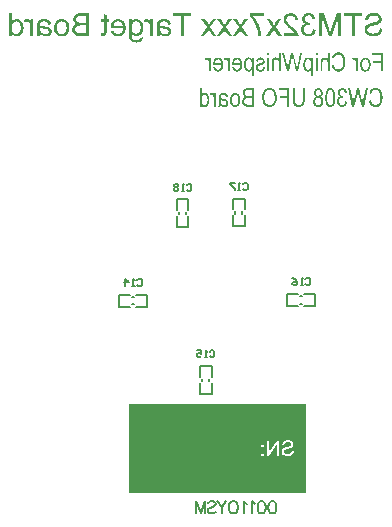
<source format=gbo>
G04*
G04 #@! TF.GenerationSoftware,Altium Limited,Altium Designer,18.1.9 (240)*
G04*
G04 Layer_Color=32896*
%FSLAX43Y43*%
%MOMM*%
G71*
G01*
G75*
%ADD11C,0.152*%
%ADD12C,0.200*%
%ADD14C,0.150*%
G36*
X31625Y31790D02*
Y24250D01*
X16625D01*
Y31790D01*
X31625D01*
D02*
G37*
G36*
X31917Y64847D02*
X31957Y64845D01*
X32032Y64830D01*
X32097Y64807D01*
X32124Y64795D01*
X32152Y64785D01*
X32174Y64772D01*
X32197Y64760D01*
X32214Y64747D01*
X32229Y64737D01*
X32242Y64730D01*
X32249Y64722D01*
X32254Y64720D01*
X32257Y64717D01*
X32284Y64692D01*
X32309Y64665D01*
X32351Y64605D01*
X32384Y64545D01*
X32411Y64487D01*
X32421Y64460D01*
X32429Y64435D01*
X32436Y64410D01*
X32441Y64392D01*
X32446Y64375D01*
X32449Y64362D01*
X32451Y64355D01*
Y64352D01*
X32217Y64310D01*
X32204Y64370D01*
X32189Y64422D01*
X32169Y64467D01*
X32149Y64502D01*
X32132Y64532D01*
X32117Y64552D01*
X32107Y64562D01*
X32102Y64567D01*
X32064Y64597D01*
X32027Y64617D01*
X31987Y64632D01*
X31952Y64645D01*
X31919Y64650D01*
X31892Y64652D01*
X31882Y64655D01*
X31869D01*
X31819Y64652D01*
X31777Y64642D01*
X31737Y64627D01*
X31704Y64612D01*
X31679Y64595D01*
X31659Y64582D01*
X31649Y64572D01*
X31644Y64567D01*
X31614Y64535D01*
X31592Y64497D01*
X31577Y64462D01*
X31564Y64430D01*
X31559Y64400D01*
X31557Y64377D01*
X31554Y64360D01*
Y64357D01*
Y64355D01*
X31557Y64325D01*
X31559Y64297D01*
X31574Y64247D01*
X31592Y64205D01*
X31614Y64170D01*
X31637Y64145D01*
X31657Y64125D01*
X31672Y64115D01*
X31674Y64110D01*
X31677D01*
X31722Y64085D01*
X31769Y64065D01*
X31814Y64052D01*
X31857Y64042D01*
X31892Y64037D01*
X31922Y64035D01*
X31932Y64032D01*
X31959D01*
X31972Y64035D01*
X31979Y64037D01*
X31984D01*
X32012Y63830D01*
X31977Y63837D01*
X31944Y63845D01*
X31914Y63850D01*
X31889Y63852D01*
X31872Y63855D01*
X31844D01*
X31784Y63850D01*
X31732Y63837D01*
X31687Y63822D01*
X31647Y63802D01*
X31617Y63782D01*
X31594Y63767D01*
X31579Y63755D01*
X31574Y63750D01*
X31554Y63730D01*
X31539Y63707D01*
X31512Y63665D01*
X31492Y63620D01*
X31479Y63577D01*
X31472Y63540D01*
X31469Y63522D01*
Y63510D01*
X31467Y63497D01*
Y63490D01*
Y63485D01*
Y63482D01*
Y63452D01*
X31472Y63422D01*
X31484Y63367D01*
X31504Y63317D01*
X31524Y63277D01*
X31544Y63242D01*
X31564Y63217D01*
X31572Y63210D01*
X31577Y63202D01*
X31579Y63200D01*
X31582Y63197D01*
X31604Y63177D01*
X31627Y63160D01*
X31674Y63130D01*
X31722Y63110D01*
X31767Y63097D01*
X31804Y63087D01*
X31822Y63085D01*
X31837D01*
X31847Y63082D01*
X31864D01*
X31914Y63087D01*
X31962Y63097D01*
X32002Y63110D01*
X32037Y63127D01*
X32067Y63142D01*
X32087Y63157D01*
X32099Y63167D01*
X32104Y63170D01*
X32122Y63187D01*
X32137Y63207D01*
X32164Y63255D01*
X32189Y63302D01*
X32207Y63350D01*
X32222Y63395D01*
X32227Y63412D01*
X32232Y63430D01*
X32234Y63442D01*
X32237Y63452D01*
X32239Y63460D01*
Y63462D01*
X32474Y63430D01*
X32469Y63385D01*
X32459Y63342D01*
X32449Y63305D01*
X32434Y63267D01*
X32419Y63232D01*
X32404Y63200D01*
X32386Y63170D01*
X32371Y63142D01*
X32354Y63120D01*
X32339Y63097D01*
X32324Y63080D01*
X32311Y63065D01*
X32299Y63052D01*
X32291Y63045D01*
X32286Y63040D01*
X32284Y63037D01*
X32251Y63010D01*
X32219Y62987D01*
X32184Y62967D01*
X32147Y62950D01*
X32112Y62938D01*
X32077Y62925D01*
X32012Y62908D01*
X31982Y62900D01*
X31952Y62895D01*
X31927Y62893D01*
X31907Y62890D01*
X31889Y62888D01*
X31864D01*
X31812Y62890D01*
X31764Y62895D01*
X31717Y62903D01*
X31674Y62915D01*
X31632Y62928D01*
X31594Y62943D01*
X31559Y62957D01*
X31527Y62975D01*
X31499Y62990D01*
X31474Y63005D01*
X31452Y63020D01*
X31434Y63032D01*
X31419Y63045D01*
X31409Y63052D01*
X31404Y63057D01*
X31402Y63060D01*
X31369Y63092D01*
X31342Y63127D01*
X31317Y63165D01*
X31294Y63200D01*
X31277Y63237D01*
X31262Y63272D01*
X31249Y63307D01*
X31239Y63340D01*
X31232Y63370D01*
X31227Y63397D01*
X31222Y63422D01*
X31219Y63445D01*
X31217Y63462D01*
Y63477D01*
Y63485D01*
Y63487D01*
X31222Y63555D01*
X31232Y63612D01*
X31247Y63665D01*
X31264Y63710D01*
X31282Y63747D01*
X31289Y63760D01*
X31297Y63772D01*
X31302Y63782D01*
X31307Y63790D01*
X31312Y63792D01*
Y63795D01*
X31349Y63837D01*
X31394Y63872D01*
X31437Y63902D01*
X31479Y63925D01*
X31517Y63940D01*
X31534Y63947D01*
X31549Y63952D01*
X31559Y63955D01*
X31569Y63957D01*
X31574Y63960D01*
X31577D01*
X31532Y63985D01*
X31492Y64010D01*
X31457Y64037D01*
X31429Y64065D01*
X31407Y64087D01*
X31392Y64105D01*
X31382Y64117D01*
X31379Y64122D01*
X31357Y64162D01*
X31339Y64202D01*
X31329Y64240D01*
X31319Y64275D01*
X31314Y64305D01*
X31312Y64330D01*
Y64345D01*
Y64347D01*
Y64350D01*
X31314Y64397D01*
X31322Y64442D01*
X31334Y64485D01*
X31347Y64522D01*
X31362Y64552D01*
X31372Y64577D01*
X31382Y64592D01*
X31384Y64595D01*
Y64597D01*
X31412Y64640D01*
X31444Y64675D01*
X31479Y64707D01*
X31512Y64735D01*
X31542Y64755D01*
X31564Y64770D01*
X31574Y64775D01*
X31582Y64780D01*
X31584Y64782D01*
X31587D01*
X31637Y64805D01*
X31687Y64822D01*
X31734Y64832D01*
X31779Y64842D01*
X31817Y64847D01*
X31834D01*
X31847Y64850D01*
X31874D01*
X31917Y64847D01*
D02*
G37*
G36*
X30399Y64847D02*
X30447Y64845D01*
X30492Y64837D01*
X30532Y64827D01*
X30572Y64817D01*
X30607Y64805D01*
X30639Y64792D01*
X30669Y64780D01*
X30697Y64765D01*
X30719Y64752D01*
X30739Y64740D01*
X30757Y64730D01*
X30769Y64720D01*
X30779Y64712D01*
X30784Y64710D01*
X30787Y64707D01*
X30817Y64680D01*
X30842Y64650D01*
X30864Y64617D01*
X30884Y64582D01*
X30902Y64550D01*
X30917Y64515D01*
X30939Y64447D01*
X30949Y64417D01*
X30957Y64387D01*
X30962Y64362D01*
X30967Y64340D01*
X30969Y64320D01*
Y64307D01*
X30972Y64297D01*
Y64295D01*
X30729Y64270D01*
X30724Y64335D01*
X30714Y64390D01*
X30697Y64437D01*
X30677Y64480D01*
X30659Y64510D01*
X30642Y64535D01*
X30632Y64547D01*
X30627Y64552D01*
X30587Y64587D01*
X30542Y64612D01*
X30494Y64630D01*
X30452Y64642D01*
X30414Y64650D01*
X30397Y64652D01*
X30382D01*
X30372Y64655D01*
X30354D01*
X30297Y64650D01*
X30245Y64640D01*
X30200Y64625D01*
X30162Y64607D01*
X30132Y64587D01*
X30110Y64572D01*
X30097Y64562D01*
X30092Y64557D01*
X30057Y64520D01*
X30032Y64480D01*
X30015Y64442D01*
X30002Y64405D01*
X29995Y64372D01*
X29992Y64345D01*
X29990Y64335D01*
Y64330D01*
Y64325D01*
Y64322D01*
Y64297D01*
X29995Y64272D01*
X30007Y64220D01*
X30025Y64172D01*
X30045Y64130D01*
X30067Y64092D01*
X30077Y64077D01*
X30085Y64062D01*
X30092Y64052D01*
X30097Y64045D01*
X30100Y64040D01*
X30102Y64037D01*
X30125Y64007D01*
X30152Y63977D01*
X30182Y63945D01*
X30215Y63910D01*
X30285Y63842D01*
X30354Y63777D01*
X30387Y63747D01*
X30419Y63720D01*
X30449Y63695D01*
X30474Y63672D01*
X30494Y63655D01*
X30512Y63642D01*
X30522Y63632D01*
X30524Y63630D01*
X30597Y63570D01*
X30659Y63515D01*
X30712Y63465D01*
X30754Y63422D01*
X30789Y63387D01*
X30814Y63360D01*
X30822Y63350D01*
X30829Y63342D01*
X30832Y63340D01*
X30834Y63337D01*
X30872Y63290D01*
X30904Y63245D01*
X30929Y63202D01*
X30952Y63162D01*
X30969Y63130D01*
X30979Y63105D01*
X30984Y63095D01*
X30987Y63087D01*
X30989Y63085D01*
Y63082D01*
X30999Y63052D01*
X31007Y63025D01*
X31012Y62997D01*
X31014Y62972D01*
X31017Y62950D01*
Y62935D01*
Y62925D01*
Y62920D01*
X29745Y62920D01*
Y63147D01*
X30689D01*
X30657Y63192D01*
X30639Y63215D01*
X30624Y63232D01*
X30609Y63250D01*
X30599Y63262D01*
X30592Y63270D01*
X30589Y63272D01*
X30577Y63285D01*
X30559Y63302D01*
X30542Y63320D01*
X30522Y63337D01*
X30477Y63377D01*
X30429Y63417D01*
X30387Y63455D01*
X30367Y63472D01*
X30352Y63487D01*
X30337Y63497D01*
X30327Y63507D01*
X30319Y63512D01*
X30317Y63515D01*
X30272Y63555D01*
X30227Y63592D01*
X30190Y63625D01*
X30152Y63657D01*
X30120Y63687D01*
X30090Y63717D01*
X30062Y63742D01*
X30040Y63765D01*
X30017Y63785D01*
X30000Y63802D01*
X29985Y63817D01*
X29972Y63830D01*
X29965Y63840D01*
X29957Y63847D01*
X29952Y63850D01*
Y63852D01*
X29915Y63897D01*
X29882Y63942D01*
X29855Y63982D01*
X29832Y64017D01*
X29815Y64045D01*
X29805Y64067D01*
X29797Y64082D01*
X29795Y64087D01*
X29780Y64130D01*
X29767Y64170D01*
X29760Y64210D01*
X29752Y64242D01*
X29750Y64272D01*
X29747Y64295D01*
Y64310D01*
Y64315D01*
X29750Y64357D01*
X29755Y64397D01*
X29762Y64435D01*
X29772Y64470D01*
X29800Y64535D01*
X29812Y64565D01*
X29827Y64590D01*
X29845Y64615D01*
X29857Y64635D01*
X29872Y64652D01*
X29885Y64667D01*
X29895Y64680D01*
X29902Y64687D01*
X29907Y64692D01*
X29910Y64695D01*
X29942Y64722D01*
X29975Y64745D01*
X30010Y64767D01*
X30047Y64785D01*
X30085Y64800D01*
X30120Y64812D01*
X30190Y64830D01*
X30222Y64837D01*
X30252Y64842D01*
X30280Y64845D01*
X30305Y64847D01*
X30322Y64850D01*
X30349D01*
X30399Y64847D01*
D02*
G37*
G36*
X17350Y64337D02*
X17410Y64327D01*
X17465Y64312D01*
X17513Y64297D01*
X17553Y64280D01*
X17568Y64272D01*
X17580Y64265D01*
X17590Y64257D01*
X17598Y64255D01*
X17603Y64250D01*
X17605D01*
X17653Y64212D01*
X17695Y64170D01*
X17730Y64127D01*
X17760Y64085D01*
X17783Y64047D01*
X17793Y64032D01*
X17800Y64017D01*
X17805Y64005D01*
X17810Y63997D01*
X17813Y63992D01*
Y63990D01*
X17838Y63925D01*
X17855Y63862D01*
X17868Y63800D01*
X17875Y63742D01*
X17880Y63717D01*
Y63695D01*
X17883Y63675D01*
X17885Y63657D01*
Y63642D01*
Y63632D01*
Y63625D01*
Y63622D01*
X17883Y63570D01*
X17878Y63517D01*
X17870Y63470D01*
X17860Y63422D01*
X17848Y63377D01*
X17835Y63337D01*
X17820Y63300D01*
X17805Y63265D01*
X17793Y63235D01*
X17778Y63205D01*
X17765Y63182D01*
X17753Y63162D01*
X17743Y63145D01*
X17735Y63135D01*
X17730Y63127D01*
X17728Y63125D01*
X17698Y63090D01*
X17663Y63057D01*
X17628Y63030D01*
X17593Y63007D01*
X17555Y62987D01*
X17518Y62970D01*
X17480Y62957D01*
X17445Y62945D01*
X17413Y62937D01*
X17383Y62930D01*
X17355Y62928D01*
X17330Y62923D01*
X17310D01*
X17295Y62920D01*
X17283D01*
X17240Y62923D01*
X17200Y62928D01*
X17163Y62937D01*
X17125Y62947D01*
X17060Y62977D01*
X17030Y62995D01*
X17003Y63012D01*
X16980Y63027D01*
X16958Y63045D01*
X16940Y63060D01*
X16925Y63075D01*
X16913Y63085D01*
X16905Y63095D01*
X16900Y63100D01*
X16898Y63102D01*
Y63062D01*
Y63025D01*
Y62990D01*
X16900Y62960D01*
Y62932D01*
X16903Y62908D01*
Y62885D01*
X16905Y62868D01*
X16908Y62850D01*
Y62838D01*
X16913Y62818D01*
X16915Y62805D01*
Y62803D01*
X16928Y62760D01*
X16948Y62725D01*
X16965Y62693D01*
X16985Y62668D01*
X17005Y62648D01*
X17020Y62633D01*
X17030Y62623D01*
X17035Y62620D01*
X17073Y62598D01*
X17113Y62580D01*
X17155Y62570D01*
X17195Y62560D01*
X17233Y62555D01*
X17260Y62553D01*
X17288D01*
X17343Y62555D01*
X17390Y62563D01*
X17430Y62575D01*
X17465Y62588D01*
X17493Y62598D01*
X17513Y62610D01*
X17523Y62618D01*
X17528Y62620D01*
X17550Y62640D01*
X17568Y62665D01*
X17583Y62690D01*
X17593Y62718D01*
X17600Y62740D01*
X17605Y62758D01*
X17608Y62770D01*
Y62775D01*
X17838Y62808D01*
Y62768D01*
X17833Y62728D01*
X17825Y62693D01*
X17818Y62660D01*
X17805Y62630D01*
X17793Y62603D01*
X17780Y62578D01*
X17765Y62555D01*
X17753Y62535D01*
X17738Y62518D01*
X17725Y62503D01*
X17713Y62490D01*
X17705Y62483D01*
X17698Y62475D01*
X17693Y62473D01*
X17690Y62470D01*
X17660Y62450D01*
X17628Y62433D01*
X17563Y62405D01*
X17495Y62385D01*
X17430Y62373D01*
X17400Y62368D01*
X17375Y62363D01*
X17350Y62360D01*
X17328D01*
X17313Y62358D01*
X17288D01*
X17213Y62360D01*
X17143Y62370D01*
X17083Y62383D01*
X17033Y62398D01*
X17010Y62405D01*
X16990Y62413D01*
X16975Y62420D01*
X16960Y62425D01*
X16950Y62430D01*
X16943Y62435D01*
X16938Y62438D01*
X16935D01*
X16885Y62470D01*
X16840Y62505D01*
X16805Y62540D01*
X16775Y62575D01*
X16753Y62605D01*
X16738Y62630D01*
X16733Y62640D01*
X16728Y62648D01*
X16725Y62650D01*
Y62653D01*
X16713Y62680D01*
X16703Y62710D01*
X16693Y62745D01*
X16685Y62780D01*
X16675Y62858D01*
X16665Y62932D01*
X16663Y62967D01*
X16660Y63000D01*
Y63030D01*
X16658Y63057D01*
Y63080D01*
Y63095D01*
Y63107D01*
Y63110D01*
Y64312D01*
X16875D01*
Y64140D01*
X16905Y64175D01*
X16938Y64207D01*
X16973Y64235D01*
X17005Y64257D01*
X17040Y64277D01*
X17075Y64292D01*
X17108Y64307D01*
X17138Y64317D01*
X17168Y64325D01*
X17195Y64332D01*
X17220Y64337D01*
X17240Y64340D01*
X17258D01*
X17273Y64342D01*
X17283D01*
X17350Y64337D01*
D02*
G37*
G36*
X19657Y64340D02*
X19717Y64335D01*
X19772Y64327D01*
X19817Y64317D01*
X19857Y64307D01*
X19872Y64305D01*
X19885Y64300D01*
X19895Y64297D01*
X19902Y64295D01*
X19907Y64292D01*
X19910D01*
X19957Y64272D01*
X20000Y64250D01*
X20035Y64227D01*
X20065Y64205D01*
X20087Y64182D01*
X20105Y64167D01*
X20115Y64157D01*
X20117Y64152D01*
X20142Y64117D01*
X20165Y64077D01*
X20182Y64037D01*
X20195Y64000D01*
X20207Y63967D01*
X20215Y63940D01*
X20217Y63930D01*
Y63922D01*
X20220Y63917D01*
Y63915D01*
X19990Y63882D01*
X19975Y63932D01*
X19955Y63977D01*
X19937Y64012D01*
X19917Y64040D01*
X19902Y64062D01*
X19887Y64077D01*
X19877Y64085D01*
X19875Y64087D01*
X19842Y64107D01*
X19802Y64122D01*
X19762Y64132D01*
X19720Y64140D01*
X19685Y64145D01*
X19655Y64147D01*
X19627D01*
X19565Y64145D01*
X19510Y64135D01*
X19465Y64122D01*
X19425Y64107D01*
X19395Y64092D01*
X19375Y64080D01*
X19362Y64070D01*
X19357Y64067D01*
X19335Y64042D01*
X19317Y64010D01*
X19307Y63977D01*
X19297Y63942D01*
X19292Y63912D01*
X19290Y63885D01*
Y63877D01*
Y63870D01*
Y63865D01*
Y63862D01*
Y63857D01*
Y63847D01*
Y63827D01*
X19292Y63817D01*
Y63810D01*
Y63805D01*
Y63802D01*
X19320Y63795D01*
X19350Y63785D01*
X19415Y63770D01*
X19485Y63755D01*
X19552Y63742D01*
X19585Y63737D01*
X19615Y63732D01*
X19642Y63730D01*
X19665Y63727D01*
X19685Y63722D01*
X19700D01*
X19710Y63720D01*
X19712D01*
X19762Y63712D01*
X19805Y63707D01*
X19840Y63702D01*
X19870Y63695D01*
X19892Y63692D01*
X19910Y63687D01*
X19920Y63685D01*
X19922D01*
X19957Y63675D01*
X19990Y63662D01*
X20017Y63650D01*
X20042Y63637D01*
X20062Y63625D01*
X20080Y63615D01*
X20090Y63610D01*
X20092Y63607D01*
X20120Y63587D01*
X20142Y63565D01*
X20165Y63542D01*
X20182Y63522D01*
X20195Y63502D01*
X20207Y63487D01*
X20212Y63477D01*
X20215Y63472D01*
X20230Y63440D01*
X20240Y63407D01*
X20250Y63375D01*
X20255Y63347D01*
X20257Y63322D01*
X20260Y63302D01*
Y63290D01*
Y63285D01*
X20257Y63252D01*
X20255Y63222D01*
X20240Y63167D01*
X20220Y63120D01*
X20197Y63077D01*
X20175Y63045D01*
X20157Y63020D01*
X20142Y63005D01*
X20140Y63002D01*
X20137Y63000D01*
X20112Y62980D01*
X20087Y62965D01*
X20030Y62937D01*
X19972Y62917D01*
X19915Y62905D01*
X19865Y62895D01*
X19842Y62893D01*
X19822D01*
X19807Y62890D01*
X19785D01*
X19735Y62893D01*
X19687Y62897D01*
X19642Y62905D01*
X19605Y62912D01*
X19572Y62920D01*
X19547Y62928D01*
X19540Y62930D01*
X19532Y62932D01*
X19530Y62935D01*
X19527D01*
X19482Y62955D01*
X19435Y62980D01*
X19392Y63007D01*
X19355Y63032D01*
X19320Y63057D01*
X19295Y63077D01*
X19285Y63085D01*
X19277Y63090D01*
X19275Y63095D01*
X19272D01*
X19267Y63057D01*
X19260Y63025D01*
X19255Y62995D01*
X19245Y62970D01*
X19240Y62947D01*
X19232Y62932D01*
X19230Y62923D01*
X19227Y62920D01*
X18980D01*
X18995Y62950D01*
X19007Y62980D01*
X19017Y63007D01*
X19027Y63035D01*
X19032Y63055D01*
X19037Y63072D01*
X19040Y63082D01*
Y63087D01*
X19042Y63107D01*
X19045Y63130D01*
Y63157D01*
X19047Y63190D01*
X19050Y63257D01*
Y63327D01*
X19052Y63362D01*
Y63395D01*
Y63425D01*
Y63450D01*
Y63472D01*
Y63487D01*
Y63500D01*
Y63502D01*
Y63817D01*
Y63872D01*
X19055Y63917D01*
X19057Y63955D01*
Y63985D01*
X19060Y64007D01*
X19062Y64022D01*
X19065Y64032D01*
Y64035D01*
X19075Y64070D01*
X19085Y64100D01*
X19097Y64127D01*
X19110Y64150D01*
X19122Y64167D01*
X19132Y64182D01*
X19137Y64190D01*
X19140Y64192D01*
X19162Y64215D01*
X19187Y64237D01*
X19215Y64255D01*
X19242Y64270D01*
X19267Y64282D01*
X19287Y64292D01*
X19300Y64297D01*
X19302Y64300D01*
X19305D01*
X19350Y64315D01*
X19395Y64325D01*
X19445Y64332D01*
X19490Y64337D01*
X19530Y64340D01*
X19547Y64342D01*
X19592D01*
X19657Y64340D01*
D02*
G37*
G36*
X9515Y64340D02*
X9575Y64335D01*
X9630Y64327D01*
X9675Y64317D01*
X9715Y64307D01*
X9730Y64305D01*
X9742Y64300D01*
X9752Y64297D01*
X9760Y64295D01*
X9765Y64292D01*
X9767D01*
X9815Y64272D01*
X9857Y64250D01*
X9892Y64227D01*
X9922Y64205D01*
X9945Y64182D01*
X9962Y64167D01*
X9972Y64157D01*
X9975Y64152D01*
X10000Y64117D01*
X10022Y64077D01*
X10040Y64037D01*
X10052Y64000D01*
X10065Y63967D01*
X10072Y63940D01*
X10075Y63930D01*
Y63922D01*
X10077Y63917D01*
Y63915D01*
X9847Y63882D01*
X9832Y63932D01*
X9812Y63977D01*
X9795Y64012D01*
X9775Y64040D01*
X9760Y64062D01*
X9745Y64077D01*
X9735Y64085D01*
X9732Y64087D01*
X9700Y64107D01*
X9660Y64122D01*
X9620Y64132D01*
X9577Y64140D01*
X9542Y64145D01*
X9512Y64147D01*
X9485D01*
X9422Y64145D01*
X9367Y64135D01*
X9322Y64122D01*
X9282Y64107D01*
X9252Y64092D01*
X9232Y64080D01*
X9220Y64070D01*
X9215Y64067D01*
X9192Y64042D01*
X9175Y64010D01*
X9165Y63977D01*
X9155Y63942D01*
X9150Y63912D01*
X9147Y63885D01*
Y63877D01*
Y63870D01*
Y63865D01*
Y63862D01*
Y63857D01*
Y63847D01*
Y63827D01*
X9150Y63817D01*
Y63810D01*
Y63805D01*
Y63802D01*
X9177Y63795D01*
X9207Y63785D01*
X9272Y63770D01*
X9342Y63755D01*
X9410Y63742D01*
X9442Y63737D01*
X9472Y63732D01*
X9500Y63730D01*
X9522Y63727D01*
X9542Y63722D01*
X9557D01*
X9567Y63720D01*
X9570D01*
X9620Y63712D01*
X9662Y63707D01*
X9697Y63702D01*
X9727Y63695D01*
X9750Y63692D01*
X9767Y63687D01*
X9777Y63685D01*
X9780D01*
X9815Y63675D01*
X9847Y63662D01*
X9875Y63650D01*
X9900Y63637D01*
X9920Y63625D01*
X9937Y63615D01*
X9947Y63610D01*
X9950Y63607D01*
X9977Y63587D01*
X10000Y63565D01*
X10022Y63542D01*
X10040Y63522D01*
X10052Y63502D01*
X10065Y63487D01*
X10070Y63477D01*
X10072Y63472D01*
X10087Y63440D01*
X10097Y63407D01*
X10107Y63375D01*
X10112Y63347D01*
X10115Y63322D01*
X10117Y63302D01*
Y63290D01*
Y63285D01*
X10115Y63252D01*
X10112Y63222D01*
X10097Y63167D01*
X10077Y63120D01*
X10055Y63077D01*
X10032Y63045D01*
X10015Y63020D01*
X10000Y63005D01*
X9997Y63002D01*
X9995Y63000D01*
X9970Y62980D01*
X9945Y62965D01*
X9887Y62937D01*
X9830Y62917D01*
X9772Y62905D01*
X9722Y62895D01*
X9700Y62893D01*
X9680D01*
X9665Y62890D01*
X9642D01*
X9592Y62893D01*
X9545Y62897D01*
X9500Y62905D01*
X9462Y62912D01*
X9430Y62920D01*
X9405Y62927D01*
X9397Y62930D01*
X9390Y62932D01*
X9387Y62935D01*
X9385D01*
X9340Y62955D01*
X9292Y62980D01*
X9250Y63007D01*
X9212Y63032D01*
X9177Y63057D01*
X9152Y63077D01*
X9142Y63085D01*
X9135Y63090D01*
X9132Y63095D01*
X9130D01*
X9125Y63057D01*
X9117Y63025D01*
X9112Y62995D01*
X9102Y62970D01*
X9097Y62947D01*
X9090Y62932D01*
X9087Y62923D01*
X9085Y62920D01*
X8837D01*
X8852Y62950D01*
X8865Y62980D01*
X8875Y63007D01*
X8885Y63035D01*
X8890Y63055D01*
X8895Y63072D01*
X8897Y63082D01*
Y63087D01*
X8900Y63107D01*
X8902Y63130D01*
Y63157D01*
X8905Y63190D01*
X8907Y63257D01*
Y63327D01*
X8910Y63362D01*
Y63395D01*
Y63425D01*
Y63450D01*
Y63472D01*
Y63487D01*
Y63500D01*
Y63502D01*
Y63817D01*
Y63872D01*
X8912Y63917D01*
X8915Y63955D01*
Y63985D01*
X8917Y64007D01*
X8920Y64022D01*
X8922Y64032D01*
Y64035D01*
X8932Y64070D01*
X8942Y64100D01*
X8955Y64127D01*
X8967Y64150D01*
X8980Y64167D01*
X8990Y64182D01*
X8995Y64190D01*
X8997Y64192D01*
X9020Y64215D01*
X9045Y64237D01*
X9072Y64255D01*
X9100Y64270D01*
X9125Y64282D01*
X9145Y64292D01*
X9157Y64297D01*
X9160Y64300D01*
X9162D01*
X9207Y64315D01*
X9252Y64325D01*
X9302Y64332D01*
X9347Y64337D01*
X9387Y64340D01*
X9405Y64342D01*
X9450D01*
X9515Y64340D01*
D02*
G37*
G36*
X29075Y63640D02*
X29585Y62920D01*
X29300D01*
X28925Y63457D01*
X28857Y63350D01*
X28567Y62920D01*
X28280D01*
X28790Y63642D01*
X28318Y64312D01*
X28600D01*
X28835Y63982D01*
X28872Y63930D01*
X28890Y63905D01*
X28907Y63880D01*
X28920Y63860D01*
X28932Y63845D01*
X28940Y63835D01*
X28942Y63830D01*
X28957Y63855D01*
X28972Y63880D01*
X28990Y63905D01*
X29005Y63930D01*
X29017Y63950D01*
X29027Y63967D01*
X29035Y63977D01*
X29037Y63982D01*
X29260Y64312D01*
X29547D01*
X29075Y63640D01*
D02*
G37*
G36*
X26241D02*
X26750Y62920D01*
X26465D01*
X26091Y63457D01*
X26023Y63350D01*
X25733Y62920D01*
X25446D01*
X25956Y63642D01*
X25483Y64312D01*
X25766D01*
X26001Y63982D01*
X26038Y63930D01*
X26056Y63905D01*
X26073Y63880D01*
X26086Y63860D01*
X26098Y63845D01*
X26106Y63835D01*
X26108Y63830D01*
X26123Y63855D01*
X26138Y63880D01*
X26156Y63905D01*
X26171Y63930D01*
X26183Y63950D01*
X26193Y63967D01*
X26201Y63977D01*
X26203Y63982D01*
X26425Y64312D01*
X26713D01*
X26241Y63640D01*
D02*
G37*
G36*
X24898D02*
X25408Y62920D01*
X25123D01*
X24748Y63457D01*
X24681Y63350D01*
X24391Y62920D01*
X24104D01*
X24613Y63642D01*
X24141Y64312D01*
X24424D01*
X24658Y63982D01*
X24696Y63930D01*
X24713Y63905D01*
X24731Y63880D01*
X24743Y63860D01*
X24756Y63845D01*
X24763Y63835D01*
X24766Y63830D01*
X24781Y63855D01*
X24796Y63880D01*
X24813Y63905D01*
X24828Y63930D01*
X24841Y63950D01*
X24851Y63967D01*
X24858Y63977D01*
X24861Y63982D01*
X25083Y64312D01*
X25371D01*
X24898Y63640D01*
D02*
G37*
G36*
X23556D02*
X24066Y62920D01*
X23781D01*
X23406Y63457D01*
X23339Y63350D01*
X23049Y62920D01*
X22761D01*
X23271Y63642D01*
X22799Y64312D01*
X23081D01*
X23316Y63982D01*
X23354Y63930D01*
X23371Y63905D01*
X23389Y63880D01*
X23401Y63860D01*
X23414Y63845D01*
X23421Y63835D01*
X23424Y63830D01*
X23439Y63855D01*
X23454Y63880D01*
X23471Y63905D01*
X23486Y63930D01*
X23499Y63950D01*
X23509Y63967D01*
X23516Y63977D01*
X23519Y63982D01*
X23741Y64312D01*
X24029D01*
X23556Y63640D01*
D02*
G37*
G36*
X34623Y62920D02*
X34378D01*
Y64557D01*
X33824Y62920D01*
X33596D01*
X33034Y64530D01*
Y62920D01*
X32789D01*
Y64842D01*
X33131D01*
X33594Y63505D01*
X33619Y63432D01*
X33639Y63370D01*
X33656Y63317D01*
X33671Y63272D01*
X33681Y63240D01*
X33689Y63215D01*
X33694Y63200D01*
X33696Y63195D01*
X33709Y63235D01*
X33724Y63280D01*
X33739Y63327D01*
X33754Y63372D01*
X33766Y63415D01*
X33774Y63432D01*
X33779Y63450D01*
X33784Y63462D01*
X33786Y63472D01*
X33789Y63477D01*
Y63480D01*
X34243Y64842D01*
X34623D01*
Y62920D01*
D02*
G37*
G36*
X14768Y64655D02*
Y64312D01*
X14943D01*
Y64130D01*
X14768D01*
Y63327D01*
Y63290D01*
X14766Y63255D01*
Y63222D01*
X14763Y63195D01*
X14761Y63167D01*
X14758Y63145D01*
X14756Y63125D01*
X14753Y63107D01*
X14748Y63080D01*
X14746Y63062D01*
X14741Y63050D01*
Y63047D01*
X14728Y63025D01*
X14713Y63005D01*
X14696Y62985D01*
X14679Y62970D01*
X14664Y62957D01*
X14654Y62950D01*
X14644Y62945D01*
X14641Y62942D01*
X14614Y62930D01*
X14581Y62920D01*
X14549Y62912D01*
X14516Y62908D01*
X14489Y62905D01*
X14464Y62903D01*
X14444D01*
X14381Y62905D01*
X14351Y62910D01*
X14324Y62912D01*
X14299Y62917D01*
X14281Y62920D01*
X14269Y62923D01*
X14264D01*
X14296Y63130D01*
X14319Y63127D01*
X14339Y63125D01*
X14359D01*
X14374Y63122D01*
X14401D01*
X14436Y63125D01*
X14461Y63130D01*
X14471Y63132D01*
X14479Y63135D01*
X14481Y63137D01*
X14484D01*
X14501Y63152D01*
X14514Y63167D01*
X14521Y63177D01*
X14524Y63182D01*
X14526Y63197D01*
X14529Y63215D01*
X14531Y63237D01*
Y63260D01*
X14534Y63280D01*
Y63297D01*
Y63310D01*
Y63315D01*
Y64130D01*
X14296D01*
Y64312D01*
X14534D01*
Y64797D01*
X14768Y64655D01*
D02*
G37*
G36*
X15786Y64340D02*
X15836Y64335D01*
X15883Y64325D01*
X15928Y64312D01*
X15968Y64297D01*
X16008Y64280D01*
X16043Y64262D01*
X16076Y64245D01*
X16103Y64227D01*
X16128Y64210D01*
X16151Y64192D01*
X16168Y64177D01*
X16183Y64165D01*
X16193Y64155D01*
X16198Y64150D01*
X16201Y64147D01*
X16233Y64110D01*
X16261Y64070D01*
X16283Y64025D01*
X16306Y63980D01*
X16323Y63935D01*
X16336Y63890D01*
X16348Y63845D01*
X16358Y63802D01*
X16366Y63762D01*
X16371Y63725D01*
X16376Y63690D01*
X16378Y63660D01*
Y63637D01*
X16381Y63617D01*
Y63607D01*
Y63602D01*
X16378Y63540D01*
X16373Y63482D01*
X16363Y63430D01*
X16353Y63377D01*
X16341Y63332D01*
X16326Y63287D01*
X16308Y63250D01*
X16291Y63212D01*
X16276Y63182D01*
X16258Y63155D01*
X16243Y63132D01*
X16231Y63112D01*
X16221Y63097D01*
X16211Y63087D01*
X16206Y63080D01*
X16203Y63077D01*
X16168Y63045D01*
X16131Y63015D01*
X16091Y62990D01*
X16051Y62970D01*
X16011Y62950D01*
X15971Y62935D01*
X15931Y62923D01*
X15893Y62912D01*
X15858Y62905D01*
X15823Y62900D01*
X15793Y62895D01*
X15768Y62893D01*
X15748D01*
X15731Y62890D01*
X15718D01*
X15673Y62893D01*
X15631Y62895D01*
X15553Y62908D01*
X15518Y62917D01*
X15486Y62927D01*
X15456Y62937D01*
X15428Y62950D01*
X15403Y62960D01*
X15383Y62970D01*
X15363Y62980D01*
X15348Y62990D01*
X15336Y62997D01*
X15328Y63002D01*
X15323Y63007D01*
X15321D01*
X15268Y63055D01*
X15223Y63110D01*
X15186Y63165D01*
X15156Y63217D01*
X15136Y63265D01*
X15126Y63287D01*
X15121Y63305D01*
X15113Y63320D01*
X15111Y63330D01*
X15108Y63337D01*
Y63340D01*
X15353Y63372D01*
X15373Y63320D01*
X15398Y63275D01*
X15423Y63235D01*
X15446Y63205D01*
X15466Y63182D01*
X15483Y63165D01*
X15493Y63155D01*
X15498Y63152D01*
X15533Y63130D01*
X15571Y63112D01*
X15608Y63102D01*
X15641Y63092D01*
X15673Y63087D01*
X15696Y63085D01*
X15718D01*
X15751Y63087D01*
X15781Y63090D01*
X15838Y63105D01*
X15888Y63122D01*
X15931Y63145D01*
X15963Y63167D01*
X15991Y63187D01*
X15998Y63195D01*
X16006Y63200D01*
X16008Y63202D01*
X16011Y63205D01*
X16031Y63230D01*
X16048Y63255D01*
X16078Y63310D01*
X16101Y63367D01*
X16118Y63425D01*
X16128Y63475D01*
X16131Y63497D01*
X16133Y63517D01*
X16136Y63532D01*
X16138Y63545D01*
Y63552D01*
Y63555D01*
X15101D01*
X15098Y63582D01*
Y63602D01*
Y63612D01*
Y63617D01*
X15101Y63680D01*
X15106Y63740D01*
X15116Y63795D01*
X15126Y63847D01*
X15138Y63895D01*
X15153Y63937D01*
X15171Y63977D01*
X15186Y64015D01*
X15203Y64047D01*
X15221Y64075D01*
X15236Y64097D01*
X15248Y64117D01*
X15258Y64132D01*
X15268Y64142D01*
X15273Y64150D01*
X15276Y64152D01*
X15311Y64185D01*
X15346Y64215D01*
X15383Y64240D01*
X15423Y64262D01*
X15461Y64280D01*
X15498Y64295D01*
X15536Y64310D01*
X15571Y64320D01*
X15603Y64327D01*
X15636Y64332D01*
X15663Y64337D01*
X15686Y64340D01*
X15706Y64342D01*
X15733D01*
X15786Y64340D01*
D02*
G37*
G36*
X36400Y64615D02*
X35768D01*
Y62920D01*
X35513D01*
Y64615D01*
X34881D01*
Y64842D01*
X36400D01*
Y64615D01*
D02*
G37*
G36*
X28133Y64590D02*
X27193D01*
X27258Y64510D01*
X27323Y64425D01*
X27380Y64340D01*
X27430Y64260D01*
X27453Y64225D01*
X27473Y64190D01*
X27490Y64160D01*
X27505Y64135D01*
X27518Y64115D01*
X27525Y64097D01*
X27530Y64087D01*
X27533Y64085D01*
X27588Y63972D01*
X27638Y63862D01*
X27678Y63757D01*
X27698Y63710D01*
X27713Y63662D01*
X27728Y63620D01*
X27740Y63582D01*
X27750Y63550D01*
X27760Y63520D01*
X27765Y63497D01*
X27770Y63480D01*
X27775Y63470D01*
Y63465D01*
X27790Y63405D01*
X27803Y63350D01*
X27815Y63295D01*
X27825Y63245D01*
X27833Y63197D01*
X27840Y63152D01*
X27845Y63110D01*
X27850Y63072D01*
X27855Y63037D01*
X27858Y63007D01*
X27860Y62982D01*
Y62960D01*
X27863Y62942D01*
Y62930D01*
Y62923D01*
Y62920D01*
X27620D01*
X27610Y63025D01*
X27598Y63122D01*
X27593Y63167D01*
X27585Y63212D01*
X27575Y63252D01*
X27568Y63290D01*
X27560Y63325D01*
X27555Y63355D01*
X27548Y63382D01*
X27543Y63405D01*
X27538Y63422D01*
X27533Y63437D01*
X27530Y63445D01*
Y63447D01*
X27490Y63575D01*
X27445Y63695D01*
X27423Y63752D01*
X27400Y63807D01*
X27378Y63860D01*
X27355Y63907D01*
X27335Y63952D01*
X27315Y63992D01*
X27300Y64027D01*
X27285Y64057D01*
X27273Y64080D01*
X27263Y64097D01*
X27258Y64110D01*
X27255Y64112D01*
X27220Y64172D01*
X27188Y64227D01*
X27155Y64282D01*
X27123Y64330D01*
X27090Y64377D01*
X27060Y64420D01*
X27033Y64460D01*
X27005Y64495D01*
X26980Y64525D01*
X26958Y64552D01*
X26938Y64577D01*
X26923Y64597D01*
X26908Y64612D01*
X26898Y64622D01*
X26893Y64630D01*
X26890Y64632D01*
Y64817D01*
X28133D01*
Y64590D01*
D02*
G37*
G36*
X21934Y64615D02*
X21302D01*
Y62920D01*
X21047D01*
Y64615D01*
X20415D01*
Y64842D01*
X21934D01*
Y64615D01*
D02*
G37*
G36*
X18208Y64340D02*
X18235Y64335D01*
X18263Y64327D01*
X18285Y64320D01*
X18303Y64310D01*
X18318Y64302D01*
X18328Y64297D01*
X18330Y64295D01*
X18355Y64272D01*
X18383Y64245D01*
X18408Y64212D01*
X18430Y64177D01*
X18448Y64147D01*
X18465Y64122D01*
X18470Y64112D01*
X18475Y64105D01*
X18478Y64100D01*
Y64312D01*
X18690D01*
Y62920D01*
X18455D01*
Y63645D01*
X18453Y63700D01*
X18450Y63752D01*
X18443Y63797D01*
X18435Y63840D01*
X18430Y63872D01*
X18423Y63897D01*
X18420Y63907D01*
Y63915D01*
X18418Y63917D01*
Y63920D01*
X18405Y63950D01*
X18393Y63975D01*
X18378Y63997D01*
X18363Y64015D01*
X18350Y64030D01*
X18340Y64042D01*
X18333Y64047D01*
X18330Y64050D01*
X18305Y64065D01*
X18283Y64077D01*
X18258Y64085D01*
X18238Y64092D01*
X18218Y64095D01*
X18203Y64097D01*
X18190D01*
X18158Y64095D01*
X18125Y64090D01*
X18095Y64082D01*
X18070Y64072D01*
X18048Y64062D01*
X18030Y64055D01*
X18020Y64050D01*
X18015Y64047D01*
X17933Y64265D01*
X17980Y64290D01*
X18023Y64310D01*
X18065Y64322D01*
X18103Y64332D01*
X18133Y64337D01*
X18158Y64342D01*
X18178D01*
X18208Y64340D01*
D02*
G37*
G36*
X13299Y62920D02*
X12569D01*
X12502Y62923D01*
X12442Y62925D01*
X12389Y62930D01*
X12344Y62935D01*
X12309Y62940D01*
X12294Y62942D01*
X12282Y62945D01*
X12272Y62947D01*
X12264Y62950D01*
X12259D01*
X12214Y62962D01*
X12172Y62977D01*
X12137Y62995D01*
X12107Y63010D01*
X12082Y63022D01*
X12064Y63035D01*
X12052Y63042D01*
X12049Y63045D01*
X12019Y63072D01*
X11992Y63100D01*
X11967Y63130D01*
X11947Y63160D01*
X11929Y63185D01*
X11917Y63205D01*
X11909Y63220D01*
X11907Y63225D01*
X11887Y63270D01*
X11874Y63312D01*
X11864Y63355D01*
X11857Y63392D01*
X11852Y63427D01*
X11849Y63452D01*
Y63462D01*
Y63470D01*
Y63472D01*
Y63475D01*
X11854Y63535D01*
X11864Y63590D01*
X11879Y63640D01*
X11897Y63682D01*
X11914Y63717D01*
X11929Y63742D01*
X11934Y63752D01*
X11939Y63760D01*
X11944Y63762D01*
Y63765D01*
X11982Y63807D01*
X12024Y63845D01*
X12069Y63875D01*
X12112Y63900D01*
X12152Y63920D01*
X12169Y63927D01*
X12182Y63932D01*
X12194Y63937D01*
X12204Y63940D01*
X12209Y63942D01*
X12212D01*
X12164Y63967D01*
X12124Y63997D01*
X12089Y64025D01*
X12059Y64052D01*
X12037Y64077D01*
X12022Y64097D01*
X12012Y64110D01*
X12009Y64115D01*
X11987Y64157D01*
X11969Y64197D01*
X11959Y64237D01*
X11949Y64275D01*
X11944Y64305D01*
X11942Y64330D01*
Y64337D01*
Y64345D01*
Y64347D01*
Y64350D01*
X11944Y64400D01*
X11954Y64445D01*
X11967Y64487D01*
X11979Y64525D01*
X11994Y64557D01*
X12007Y64582D01*
X12017Y64597D01*
X12019Y64600D01*
Y64602D01*
X12049Y64645D01*
X12084Y64682D01*
X12117Y64712D01*
X12152Y64737D01*
X12182Y64757D01*
X12204Y64772D01*
X12214Y64777D01*
X12222Y64780D01*
X12224Y64782D01*
X12227D01*
X12279Y64802D01*
X12337Y64817D01*
X12397Y64827D01*
X12452Y64835D01*
X12502Y64840D01*
X12524D01*
X12542Y64842D01*
X13299D01*
Y62920D01*
D02*
G37*
G36*
X8065Y64340D02*
X8093Y64335D01*
X8120Y64327D01*
X8143Y64320D01*
X8160Y64310D01*
X8175Y64302D01*
X8185Y64297D01*
X8188Y64295D01*
X8213Y64272D01*
X8240Y64245D01*
X8265Y64212D01*
X8288Y64177D01*
X8305Y64147D01*
X8323Y64122D01*
X8328Y64112D01*
X8333Y64105D01*
X8335Y64100D01*
Y64312D01*
X8548D01*
Y62920D01*
X8313D01*
Y63645D01*
X8310Y63700D01*
X8308Y63752D01*
X8300Y63797D01*
X8293Y63840D01*
X8288Y63872D01*
X8280Y63897D01*
X8278Y63907D01*
Y63915D01*
X8275Y63917D01*
Y63920D01*
X8263Y63950D01*
X8250Y63975D01*
X8235Y63997D01*
X8220Y64015D01*
X8208Y64030D01*
X8198Y64042D01*
X8190Y64047D01*
X8188Y64050D01*
X8163Y64065D01*
X8140Y64077D01*
X8115Y64085D01*
X8095Y64092D01*
X8075Y64095D01*
X8060Y64097D01*
X8048D01*
X8015Y64095D01*
X7983Y64090D01*
X7953Y64082D01*
X7928Y64072D01*
X7905Y64062D01*
X7888Y64055D01*
X7878Y64050D01*
X7873Y64047D01*
X7790Y64265D01*
X7838Y64290D01*
X7880Y64310D01*
X7923Y64322D01*
X7960Y64332D01*
X7990Y64337D01*
X8015Y64342D01*
X8035D01*
X8065Y64340D01*
D02*
G37*
G36*
X11014D02*
X11059Y64335D01*
X11102Y64327D01*
X11144Y64317D01*
X11182Y64307D01*
X11219Y64292D01*
X11252Y64280D01*
X11282Y64265D01*
X11309Y64250D01*
X11334Y64237D01*
X11354Y64222D01*
X11372Y64212D01*
X11387Y64202D01*
X11397Y64195D01*
X11402Y64190D01*
X11404Y64187D01*
X11442Y64150D01*
X11474Y64110D01*
X11502Y64065D01*
X11527Y64020D01*
X11547Y63972D01*
X11564Y63925D01*
X11579Y63877D01*
X11589Y63830D01*
X11599Y63787D01*
X11604Y63747D01*
X11609Y63710D01*
X11614Y63677D01*
Y63652D01*
X11617Y63632D01*
Y63620D01*
Y63615D01*
X11614Y63550D01*
X11609Y63490D01*
X11599Y63435D01*
X11589Y63382D01*
X11574Y63332D01*
X11559Y63290D01*
X11544Y63250D01*
X11527Y63212D01*
X11509Y63180D01*
X11494Y63152D01*
X11479Y63130D01*
X11464Y63110D01*
X11454Y63095D01*
X11444Y63085D01*
X11439Y63077D01*
X11437Y63075D01*
X11402Y63042D01*
X11364Y63015D01*
X11327Y62990D01*
X11287Y62967D01*
X11247Y62950D01*
X11209Y62935D01*
X11172Y62923D01*
X11134Y62912D01*
X11099Y62905D01*
X11067Y62900D01*
X11039Y62895D01*
X11014Y62893D01*
X10994D01*
X10979Y62890D01*
X10967D01*
X10899Y62893D01*
X10837Y62903D01*
X10780Y62917D01*
X10732Y62932D01*
X10690Y62947D01*
X10672Y62955D01*
X10660Y62962D01*
X10647Y62967D01*
X10640Y62972D01*
X10635Y62975D01*
X10632D01*
X10577Y63010D01*
X10530Y63047D01*
X10490Y63087D01*
X10457Y63125D01*
X10430Y63160D01*
X10412Y63187D01*
X10405Y63197D01*
X10400Y63205D01*
X10397Y63210D01*
Y63212D01*
X10382Y63242D01*
X10370Y63275D01*
X10350Y63345D01*
X10335Y63415D01*
X10325Y63482D01*
X10322Y63512D01*
X10320Y63542D01*
X10317Y63567D01*
X10315Y63590D01*
Y63610D01*
Y63622D01*
Y63632D01*
Y63635D01*
X10317Y63695D01*
X10322Y63752D01*
X10332Y63805D01*
X10342Y63855D01*
X10357Y63902D01*
X10372Y63945D01*
X10390Y63982D01*
X10405Y64017D01*
X10422Y64047D01*
X10440Y64075D01*
X10455Y64100D01*
X10470Y64117D01*
X10480Y64132D01*
X10490Y64145D01*
X10495Y64150D01*
X10497Y64152D01*
X10532Y64185D01*
X10570Y64215D01*
X10607Y64240D01*
X10647Y64262D01*
X10687Y64280D01*
X10727Y64295D01*
X10764Y64310D01*
X10800Y64320D01*
X10834Y64327D01*
X10867Y64332D01*
X10894Y64337D01*
X10919Y64340D01*
X10939Y64342D01*
X10967D01*
X11014Y64340D01*
D02*
G37*
G36*
X6766Y64150D02*
X6791Y64180D01*
X6818Y64207D01*
X6846Y64230D01*
X6871Y64250D01*
X6893Y64267D01*
X6910Y64277D01*
X6923Y64285D01*
X6928Y64287D01*
X6965Y64305D01*
X7003Y64320D01*
X7040Y64330D01*
X7075Y64335D01*
X7105Y64340D01*
X7130Y64342D01*
X7150D01*
X7213Y64337D01*
X7273Y64327D01*
X7325Y64312D01*
X7370Y64297D01*
X7410Y64280D01*
X7425Y64272D01*
X7438Y64265D01*
X7448Y64257D01*
X7455Y64255D01*
X7460Y64250D01*
X7463D01*
X7510Y64212D01*
X7553Y64172D01*
X7588Y64127D01*
X7618Y64087D01*
X7640Y64047D01*
X7650Y64032D01*
X7658Y64017D01*
X7663Y64007D01*
X7668Y63997D01*
X7670Y63992D01*
Y63990D01*
X7693Y63925D01*
X7710Y63860D01*
X7720Y63797D01*
X7730Y63737D01*
X7733Y63712D01*
X7735Y63687D01*
Y63667D01*
X7738Y63647D01*
Y63632D01*
Y63622D01*
Y63615D01*
Y63612D01*
X7735Y63535D01*
X7725Y63465D01*
X7713Y63400D01*
X7700Y63345D01*
X7693Y63320D01*
X7685Y63297D01*
X7680Y63280D01*
X7675Y63265D01*
X7670Y63252D01*
X7665Y63242D01*
X7663Y63237D01*
Y63235D01*
X7630Y63177D01*
X7595Y63127D01*
X7560Y63082D01*
X7525Y63047D01*
X7495Y63017D01*
X7470Y62997D01*
X7460Y62990D01*
X7453Y62985D01*
X7450Y62980D01*
X7448D01*
X7395Y62950D01*
X7340Y62927D01*
X7288Y62912D01*
X7240Y62903D01*
X7200Y62895D01*
X7183Y62893D01*
X7168D01*
X7158Y62890D01*
X7140D01*
X7093Y62893D01*
X7050Y62900D01*
X7008Y62910D01*
X6970Y62923D01*
X6935Y62937D01*
X6903Y62955D01*
X6876Y62975D01*
X6848Y62995D01*
X6826Y63012D01*
X6806Y63032D01*
X6788Y63050D01*
X6776Y63065D01*
X6766Y63077D01*
X6756Y63087D01*
X6753Y63095D01*
X6751Y63097D01*
Y62920D01*
X6531D01*
Y64842D01*
X6766D01*
Y64150D01*
D02*
G37*
G36*
X37453Y64872D02*
X37520Y64865D01*
X37580Y64852D01*
X37633Y64842D01*
X37655Y64835D01*
X37675Y64830D01*
X37693Y64822D01*
X37708Y64817D01*
X37720Y64815D01*
X37728Y64810D01*
X37733Y64807D01*
X37735D01*
X37790Y64780D01*
X37840Y64750D01*
X37880Y64717D01*
X37915Y64687D01*
X37940Y64660D01*
X37960Y64635D01*
X37970Y64620D01*
X37975Y64617D01*
Y64615D01*
X38003Y64567D01*
X38023Y64520D01*
X38038Y64475D01*
X38048Y64432D01*
X38053Y64395D01*
X38055Y64367D01*
X38058Y64357D01*
Y64350D01*
Y64345D01*
Y64342D01*
X38055Y64295D01*
X38048Y64250D01*
X38038Y64207D01*
X38025Y64172D01*
X38013Y64142D01*
X38003Y64122D01*
X37995Y64107D01*
X37993Y64105D01*
Y64102D01*
X37965Y64065D01*
X37933Y64030D01*
X37898Y64000D01*
X37865Y63975D01*
X37835Y63952D01*
X37810Y63937D01*
X37800Y63932D01*
X37793Y63927D01*
X37790Y63925D01*
X37788D01*
X37765Y63915D01*
X37740Y63902D01*
X37685Y63882D01*
X37623Y63860D01*
X37563Y63842D01*
X37505Y63825D01*
X37483Y63820D01*
X37460Y63812D01*
X37443Y63810D01*
X37430Y63805D01*
X37420Y63802D01*
X37418D01*
X37370Y63790D01*
X37328Y63780D01*
X37288Y63770D01*
X37253Y63762D01*
X37220Y63752D01*
X37193Y63745D01*
X37168Y63740D01*
X37148Y63732D01*
X37128Y63727D01*
X37113Y63722D01*
X37100Y63720D01*
X37090Y63715D01*
X37080Y63712D01*
X37075Y63710D01*
X37033Y63692D01*
X36998Y63672D01*
X36968Y63655D01*
X36943Y63637D01*
X36925Y63622D01*
X36913Y63610D01*
X36905Y63600D01*
X36903Y63597D01*
X36885Y63572D01*
X36870Y63545D01*
X36860Y63517D01*
X36855Y63492D01*
X36850Y63472D01*
X36848Y63455D01*
Y63445D01*
Y63440D01*
X36850Y63407D01*
X36855Y63377D01*
X36865Y63350D01*
X36875Y63325D01*
X36885Y63305D01*
X36895Y63287D01*
X36900Y63277D01*
X36903Y63275D01*
X36925Y63247D01*
X36953Y63225D01*
X36980Y63205D01*
X37008Y63187D01*
X37033Y63175D01*
X37053Y63165D01*
X37065Y63160D01*
X37068Y63157D01*
X37070D01*
X37113Y63142D01*
X37155Y63132D01*
X37200Y63125D01*
X37238Y63120D01*
X37273Y63117D01*
X37300Y63115D01*
X37325D01*
X37385Y63117D01*
X37440Y63122D01*
X37490Y63132D01*
X37533Y63142D01*
X37570Y63152D01*
X37585Y63157D01*
X37598Y63162D01*
X37608Y63165D01*
X37615Y63167D01*
X37618Y63170D01*
X37620D01*
X37665Y63192D01*
X37705Y63217D01*
X37738Y63242D01*
X37765Y63267D01*
X37785Y63287D01*
X37800Y63305D01*
X37810Y63315D01*
X37813Y63320D01*
X37833Y63357D01*
X37850Y63397D01*
X37865Y63437D01*
X37875Y63475D01*
X37883Y63510D01*
X37888Y63535D01*
Y63545D01*
X37890Y63552D01*
Y63557D01*
Y63560D01*
X38130Y63540D01*
X38125Y63470D01*
X38112Y63402D01*
X38095Y63345D01*
X38075Y63292D01*
X38065Y63270D01*
X38058Y63250D01*
X38048Y63235D01*
X38040Y63220D01*
X38035Y63207D01*
X38030Y63200D01*
X38025Y63195D01*
Y63192D01*
X37985Y63140D01*
X37940Y63092D01*
X37895Y63052D01*
X37850Y63020D01*
X37810Y62995D01*
X37793Y62985D01*
X37780Y62977D01*
X37768Y62970D01*
X37758Y62965D01*
X37753Y62962D01*
X37750D01*
X37680Y62938D01*
X37608Y62920D01*
X37533Y62905D01*
X37465Y62898D01*
X37433Y62895D01*
X37405Y62893D01*
X37378Y62890D01*
X37355D01*
X37338Y62888D01*
X37313D01*
X37238Y62890D01*
X37168Y62900D01*
X37105Y62912D01*
X37053Y62925D01*
X37028Y62932D01*
X37008Y62940D01*
X36990Y62945D01*
X36973Y62950D01*
X36963Y62955D01*
X36953Y62960D01*
X36948Y62962D01*
X36945D01*
X36888Y62992D01*
X36835Y63027D01*
X36793Y63062D01*
X36758Y63095D01*
X36730Y63125D01*
X36708Y63150D01*
X36703Y63160D01*
X36698Y63167D01*
X36693Y63170D01*
Y63172D01*
X36663Y63222D01*
X36640Y63275D01*
X36625Y63322D01*
X36613Y63367D01*
X36608Y63405D01*
X36605Y63420D01*
Y63435D01*
X36603Y63445D01*
Y63452D01*
Y63457D01*
Y63460D01*
X36605Y63517D01*
X36615Y63567D01*
X36628Y63615D01*
X36643Y63655D01*
X36660Y63687D01*
X36673Y63712D01*
X36678Y63720D01*
X36683Y63727D01*
X36685Y63730D01*
Y63732D01*
X36718Y63775D01*
X36758Y63815D01*
X36798Y63847D01*
X36838Y63877D01*
X36875Y63900D01*
X36905Y63915D01*
X36918Y63922D01*
X36925Y63927D01*
X36930Y63930D01*
X36933D01*
X36955Y63940D01*
X36983Y63950D01*
X37015Y63960D01*
X37048Y63972D01*
X37118Y63992D01*
X37188Y64010D01*
X37223Y64020D01*
X37253Y64027D01*
X37283Y64035D01*
X37308Y64040D01*
X37328Y64045D01*
X37345Y64050D01*
X37355Y64052D01*
X37358D01*
X37413Y64065D01*
X37463Y64077D01*
X37508Y64090D01*
X37548Y64102D01*
X37583Y64115D01*
X37613Y64125D01*
X37640Y64137D01*
X37665Y64147D01*
X37683Y64155D01*
X37700Y64162D01*
X37713Y64170D01*
X37723Y64177D01*
X37730Y64180D01*
X37735Y64185D01*
X37740Y64187D01*
X37765Y64215D01*
X37783Y64242D01*
X37795Y64270D01*
X37803Y64297D01*
X37808Y64322D01*
X37813Y64340D01*
Y64352D01*
Y64357D01*
X37808Y64400D01*
X37795Y64440D01*
X37780Y64475D01*
X37760Y64505D01*
X37740Y64530D01*
X37725Y64547D01*
X37713Y64557D01*
X37708Y64562D01*
X37688Y64577D01*
X37663Y64590D01*
X37610Y64612D01*
X37555Y64627D01*
X37500Y64637D01*
X37450Y64642D01*
X37430Y64645D01*
X37410Y64647D01*
X37333D01*
X37295Y64642D01*
X37260Y64640D01*
X37228Y64632D01*
X37198Y64625D01*
X37170Y64617D01*
X37145Y64610D01*
X37123Y64602D01*
X37105Y64592D01*
X37088Y64585D01*
X37073Y64577D01*
X37060Y64570D01*
X37053Y64562D01*
X37045Y64560D01*
X37040Y64555D01*
X37000Y64517D01*
X36970Y64472D01*
X36948Y64427D01*
X36930Y64385D01*
X36918Y64345D01*
X36913Y64327D01*
X36910Y64312D01*
X36908Y64300D01*
X36905Y64290D01*
Y64285D01*
Y64282D01*
X36660Y64300D01*
X36665Y64360D01*
X36678Y64417D01*
X36693Y64467D01*
X36710Y64512D01*
X36728Y64550D01*
X36735Y64565D01*
X36740Y64577D01*
X36748Y64587D01*
X36750Y64595D01*
X36755Y64597D01*
Y64600D01*
X36790Y64647D01*
X36833Y64690D01*
X36873Y64725D01*
X36915Y64752D01*
X36950Y64775D01*
X36980Y64792D01*
X36993Y64797D01*
X37000Y64802D01*
X37005Y64805D01*
X37008D01*
X37070Y64827D01*
X37135Y64845D01*
X37198Y64857D01*
X37255Y64867D01*
X37283Y64869D01*
X37308Y64872D01*
X37328D01*
X37348Y64874D01*
X37383D01*
X37453Y64872D01*
D02*
G37*
G36*
X34750Y58505D02*
X34777Y58503D01*
X34827Y58490D01*
X34870Y58474D01*
X34906Y58455D01*
X34937Y58436D01*
X34950Y58428D01*
X34960Y58420D01*
X34968Y58413D01*
X34975Y58407D01*
X34977Y58405D01*
X34979Y58403D01*
X34997Y58382D01*
X35014Y58359D01*
X35043Y58311D01*
X35066Y58261D01*
X35085Y58211D01*
X35091Y58188D01*
X35097Y58166D01*
X35102Y58147D01*
X35106Y58130D01*
X35108Y58116D01*
X35110Y58105D01*
X35112Y58099D01*
Y58097D01*
X34954Y58061D01*
X34945Y58111D01*
X34935Y58155D01*
X34920Y58193D01*
X34908Y58222D01*
X34895Y58247D01*
X34885Y58263D01*
X34877Y58272D01*
X34875Y58276D01*
X34850Y58299D01*
X34823Y58318D01*
X34798Y58330D01*
X34773Y58338D01*
X34752Y58343D01*
X34733Y58347D01*
X34718D01*
X34687Y58345D01*
X34658Y58336D01*
X34633Y58326D01*
X34610Y58313D01*
X34593Y58299D01*
X34579Y58288D01*
X34570Y58280D01*
X34568Y58278D01*
X34548Y58251D01*
X34533Y58222D01*
X34521Y58193D01*
X34514Y58166D01*
X34510Y58138D01*
X34506Y58120D01*
Y58111D01*
Y58105D01*
Y58103D01*
Y58101D01*
X34510Y58057D01*
X34518Y58020D01*
X34529Y57986D01*
X34543Y57959D01*
X34558Y57936D01*
X34568Y57920D01*
X34577Y57911D01*
X34581Y57907D01*
X34610Y57882D01*
X34643Y57866D01*
X34675Y57853D01*
X34704Y57843D01*
X34731Y57839D01*
X34754Y57836D01*
X34762Y57834D01*
X34773D01*
X34798Y57839D01*
X34816Y57668D01*
X34791Y57676D01*
X34770Y57680D01*
X34752Y57684D01*
X34735Y57689D01*
X34723D01*
X34712Y57691D01*
X34704D01*
X34666Y57686D01*
X34631Y57678D01*
X34600Y57664D01*
X34575Y57649D01*
X34554Y57632D01*
X34537Y57618D01*
X34529Y57609D01*
X34525Y57605D01*
X34500Y57572D01*
X34481Y57534D01*
X34468Y57499D01*
X34458Y57464D01*
X34454Y57430D01*
X34452Y57418D01*
Y57405D01*
X34450Y57395D01*
Y57389D01*
Y57384D01*
Y57382D01*
X34454Y57330D01*
X34462Y57284D01*
X34475Y57243D01*
X34489Y57210D01*
X34506Y57182D01*
X34518Y57162D01*
X34527Y57149D01*
X34531Y57147D01*
Y57145D01*
X34546Y57128D01*
X34562Y57116D01*
X34593Y57093D01*
X34625Y57076D01*
X34656Y57066D01*
X34681Y57057D01*
X34702Y57055D01*
X34710Y57053D01*
X34720D01*
X34756Y57057D01*
X34789Y57066D01*
X34818Y57082D01*
X34845Y57101D01*
X34868Y57126D01*
X34889Y57151D01*
X34906Y57180D01*
X34920Y57210D01*
X34933Y57237D01*
X34945Y57266D01*
X34954Y57291D01*
X34960Y57316D01*
X34964Y57334D01*
X34968Y57351D01*
X34970Y57359D01*
Y57364D01*
X35129Y57339D01*
X35125Y57301D01*
X35118Y57266D01*
X35112Y57232D01*
X35102Y57201D01*
X35091Y57172D01*
X35081Y57147D01*
X35070Y57122D01*
X35058Y57099D01*
X35047Y57080D01*
X35037Y57064D01*
X35027Y57047D01*
X35018Y57037D01*
X35010Y57026D01*
X35004Y57020D01*
X35002Y57016D01*
X35000Y57014D01*
X34977Y56993D01*
X34954Y56974D01*
X34931Y56957D01*
X34906Y56945D01*
X34883Y56932D01*
X34858Y56922D01*
X34814Y56908D01*
X34775Y56899D01*
X34758Y56897D01*
X34743Y56895D01*
X34733Y56893D01*
X34716D01*
X34683Y56895D01*
X34652Y56899D01*
X34623Y56905D01*
X34593Y56914D01*
X34541Y56937D01*
X34498Y56962D01*
X34477Y56974D01*
X34460Y56987D01*
X34446Y56999D01*
X34433Y57010D01*
X34423Y57018D01*
X34416Y57024D01*
X34412Y57028D01*
X34410Y57030D01*
X34387Y57057D01*
X34368Y57085D01*
X34350Y57114D01*
X34335Y57145D01*
X34323Y57174D01*
X34312Y57203D01*
X34298Y57259D01*
X34291Y57287D01*
X34287Y57309D01*
X34285Y57332D01*
X34283Y57351D01*
X34281Y57366D01*
Y57376D01*
Y57384D01*
Y57387D01*
X34283Y57424D01*
X34285Y57459D01*
X34291Y57491D01*
X34296Y57518D01*
X34302Y57541D01*
X34308Y57557D01*
X34310Y57568D01*
X34312Y57572D01*
X34325Y57601D01*
X34337Y57628D01*
X34352Y57651D01*
X34364Y57670D01*
X34377Y57684D01*
X34385Y57695D01*
X34391Y57701D01*
X34393Y57703D01*
X34412Y57720D01*
X34435Y57736D01*
X34456Y57749D01*
X34475Y57759D01*
X34493Y57766D01*
X34508Y57772D01*
X34516Y57776D01*
X34521D01*
X34491Y57795D01*
X34464Y57816D01*
X34443Y57839D01*
X34425Y57859D01*
X34410Y57876D01*
X34400Y57893D01*
X34393Y57901D01*
X34391Y57905D01*
X34375Y57936D01*
X34364Y57970D01*
X34356Y58003D01*
X34350Y58032D01*
X34346Y58057D01*
X34343Y58078D01*
Y58086D01*
Y58093D01*
Y58095D01*
Y58097D01*
X34346Y58130D01*
X34348Y58159D01*
X34360Y58218D01*
X34379Y58268D01*
X34398Y58309D01*
X34408Y58328D01*
X34418Y58345D01*
X34429Y58357D01*
X34437Y58370D01*
X34443Y58378D01*
X34450Y58384D01*
X34452Y58388D01*
X34454Y58390D01*
X34475Y58411D01*
X34498Y58430D01*
X34521Y58445D01*
X34541Y58457D01*
X34587Y58478D01*
X34629Y58493D01*
X34666Y58501D01*
X34683Y58503D01*
X34695Y58505D01*
X34708Y58507D01*
X34723D01*
X34750Y58505D01*
D02*
G37*
G36*
X24692Y58086D02*
X24723Y58082D01*
X24752Y58078D01*
X24777Y58072D01*
X24802Y58063D01*
X24825Y58055D01*
X24844Y58049D01*
X24860Y58041D01*
X24877Y58032D01*
X24890Y58026D01*
X24900Y58018D01*
X24908Y58013D01*
X24915Y58009D01*
X24917Y58005D01*
X24919D01*
X24938Y57988D01*
X24952Y57970D01*
X24981Y57928D01*
X25004Y57884D01*
X25023Y57841D01*
X25035Y57801D01*
X25042Y57784D01*
X25046Y57768D01*
X25048Y57755D01*
X25050Y57747D01*
X25052Y57741D01*
Y57739D01*
X24894Y57711D01*
X24883Y57755D01*
X24871Y57791D01*
X24858Y57820D01*
X24844Y57845D01*
X24833Y57861D01*
X24823Y57874D01*
X24817Y57880D01*
X24815Y57882D01*
X24792Y57899D01*
X24767Y57909D01*
X24740Y57918D01*
X24713Y57924D01*
X24688Y57928D01*
X24669Y57930D01*
X24650D01*
X24606Y57928D01*
X24569Y57920D01*
X24540Y57909D01*
X24513Y57897D01*
X24494Y57882D01*
X24479Y57872D01*
X24471Y57864D01*
X24469Y57861D01*
X24454Y57841D01*
X24444Y57816D01*
X24436Y57789D01*
X24431Y57761D01*
X24427Y57736D01*
X24425Y57716D01*
Y57707D01*
Y57701D01*
Y57699D01*
Y57697D01*
X24427Y57649D01*
X24446Y57641D01*
X24465Y57634D01*
X24511Y57620D01*
X24556Y57609D01*
X24604Y57599D01*
X24646Y57591D01*
X24665Y57589D01*
X24681Y57584D01*
X24694Y57582D01*
X24704D01*
X24711Y57580D01*
X24713D01*
X24763Y57572D01*
X24806Y57562D01*
X24844Y57551D01*
X24873Y57541D01*
X24898Y57530D01*
X24915Y57522D01*
X24923Y57518D01*
X24927Y57516D01*
X24952Y57499D01*
X24975Y57478D01*
X24994Y57457D01*
X25010Y57439D01*
X25023Y57422D01*
X25031Y57407D01*
X25038Y57399D01*
X25040Y57395D01*
X25052Y57366D01*
X25063Y57334D01*
X25069Y57305D01*
X25075Y57278D01*
X25077Y57255D01*
X25079Y57237D01*
Y57224D01*
Y57222D01*
Y57220D01*
X25075Y57166D01*
X25067Y57120D01*
X25052Y57078D01*
X25035Y57045D01*
X25021Y57016D01*
X25006Y56997D01*
X24998Y56985D01*
X24994Y56982D01*
Y56980D01*
X24958Y56951D01*
X24921Y56930D01*
X24881Y56914D01*
X24844Y56903D01*
X24810Y56897D01*
X24796Y56895D01*
X24783D01*
X24773Y56893D01*
X24758D01*
X24725Y56895D01*
X24692Y56899D01*
X24663Y56905D01*
X24636Y56914D01*
X24613Y56922D01*
X24596Y56928D01*
X24586Y56932D01*
X24581Y56935D01*
X24548Y56951D01*
X24519Y56972D01*
X24490Y56993D01*
X24465Y57014D01*
X24444Y57030D01*
X24427Y57045D01*
X24417Y57055D01*
X24413Y57060D01*
X24409Y57030D01*
X24404Y57003D01*
X24400Y56980D01*
X24394Y56960D01*
X24390Y56943D01*
X24386Y56930D01*
X24381Y56922D01*
Y56920D01*
X24215D01*
X24234Y56970D01*
X24242Y56993D01*
X24248Y57014D01*
X24252Y57030D01*
X24254Y57043D01*
X24256Y57053D01*
Y57055D01*
X24259Y57070D01*
Y57091D01*
X24261Y57114D01*
Y57139D01*
X24263Y57195D01*
Y57253D01*
X24265Y57282D01*
Y57309D01*
Y57334D01*
Y57355D01*
Y57374D01*
Y57387D01*
Y57397D01*
Y57399D01*
Y57657D01*
Y57714D01*
X24269Y57761D01*
X24271Y57803D01*
X24275Y57836D01*
X24279Y57864D01*
X24284Y57882D01*
X24286Y57893D01*
X24288Y57897D01*
X24298Y57926D01*
X24315Y57953D01*
X24331Y57976D01*
X24350Y57997D01*
X24367Y58011D01*
X24381Y58024D01*
X24392Y58032D01*
X24396Y58034D01*
X24429Y58053D01*
X24467Y58068D01*
X24504Y58076D01*
X24542Y58084D01*
X24575Y58088D01*
X24590D01*
X24600Y58091D01*
X24661D01*
X24692Y58086D01*
D02*
G37*
G36*
X36541Y56920D02*
X36368D01*
X36091Y58124D01*
X36085Y58155D01*
X36076Y58186D01*
X36070Y58218D01*
X36066Y58247D01*
X36060Y58272D01*
X36058Y58293D01*
X36053Y58305D01*
Y58307D01*
Y58309D01*
X36012Y58124D01*
X35739Y56920D01*
X35572D01*
X35216Y58501D01*
X35389D01*
X35593Y57484D01*
X35608Y57416D01*
X35620Y57351D01*
X35631Y57293D01*
X35635Y57266D01*
X35641Y57241D01*
X35643Y57220D01*
X35647Y57199D01*
X35651Y57182D01*
X35654Y57168D01*
X35656Y57155D01*
Y57147D01*
X35658Y57143D01*
Y57141D01*
X35672Y57241D01*
X35687Y57341D01*
X35695Y57389D01*
X35706Y57434D01*
X35714Y57478D01*
X35720Y57520D01*
X35729Y57557D01*
X35737Y57593D01*
X35743Y57624D01*
X35749Y57649D01*
X35754Y57670D01*
X35758Y57686D01*
X35760Y57695D01*
Y57699D01*
X35945Y58501D01*
X36151D01*
X36399Y57432D01*
X36458Y57141D01*
X36466Y57201D01*
X36476Y57259D01*
X36485Y57314D01*
X36493Y57364D01*
X36497Y57384D01*
X36501Y57405D01*
X36503Y57422D01*
X36505Y57437D01*
X36510Y57447D01*
Y57457D01*
X36512Y57462D01*
Y57464D01*
X36710Y58501D01*
X36882D01*
X36541Y56920D01*
D02*
G37*
G36*
X31540Y57586D02*
X31538Y57516D01*
X31534Y57451D01*
X31528Y57393D01*
X31519Y57339D01*
X31511Y57289D01*
X31500Y57245D01*
X31488Y57205D01*
X31475Y57170D01*
X31465Y57141D01*
X31453Y57114D01*
X31442Y57093D01*
X31432Y57076D01*
X31425Y57062D01*
X31419Y57053D01*
X31415Y57047D01*
X31413Y57045D01*
X31388Y57018D01*
X31361Y56995D01*
X31330Y56974D01*
X31298Y56957D01*
X31267Y56943D01*
X31236Y56930D01*
X31205Y56920D01*
X31173Y56912D01*
X31144Y56905D01*
X31117Y56901D01*
X31092Y56897D01*
X31071Y56895D01*
X31055D01*
X31040Y56893D01*
X31030D01*
X30965Y56897D01*
X30907Y56905D01*
X30855Y56920D01*
X30834Y56926D01*
X30813Y56935D01*
X30794Y56943D01*
X30778Y56949D01*
X30765Y56957D01*
X30753Y56964D01*
X30744Y56968D01*
X30738Y56972D01*
X30734Y56976D01*
X30732D01*
X30690Y57012D01*
X30657Y57049D01*
X30628Y57087D01*
X30607Y57124D01*
X30590Y57157D01*
X30584Y57172D01*
X30578Y57185D01*
X30574Y57195D01*
X30572Y57203D01*
X30569Y57207D01*
Y57210D01*
X30555Y57268D01*
X30542Y57330D01*
X30534Y57395D01*
X30530Y57453D01*
X30528Y57480D01*
X30526Y57505D01*
Y57528D01*
X30524Y57549D01*
Y57564D01*
Y57576D01*
Y57584D01*
Y57586D01*
Y58501D01*
X30694D01*
Y57589D01*
Y57534D01*
X30699Y57484D01*
X30703Y57441D01*
X30707Y57399D01*
X30713Y57362D01*
X30721Y57328D01*
X30728Y57299D01*
X30736Y57274D01*
X30744Y57251D01*
X30751Y57232D01*
X30759Y57218D01*
X30765Y57205D01*
X30769Y57197D01*
X30774Y57189D01*
X30778Y57187D01*
Y57185D01*
X30794Y57166D01*
X30813Y57151D01*
X30834Y57137D01*
X30855Y57126D01*
X30899Y57107D01*
X30940Y57095D01*
X30980Y57089D01*
X30998Y57087D01*
X31013Y57085D01*
X31026Y57082D01*
X31042D01*
X31082Y57085D01*
X31117Y57091D01*
X31148Y57099D01*
X31176Y57107D01*
X31198Y57116D01*
X31215Y57124D01*
X31223Y57130D01*
X31228Y57132D01*
X31255Y57153D01*
X31275Y57176D01*
X31294Y57201D01*
X31309Y57224D01*
X31321Y57245D01*
X31330Y57262D01*
X31334Y57274D01*
X31336Y57278D01*
X31342Y57297D01*
X31346Y57320D01*
X31355Y57368D01*
X31361Y57418D01*
X31365Y57470D01*
X31367Y57493D01*
Y57516D01*
Y57537D01*
X31369Y57553D01*
Y57568D01*
Y57580D01*
Y57586D01*
Y57589D01*
Y58501D01*
X31540D01*
Y57586D01*
D02*
G37*
G36*
X37580Y58524D02*
X37638Y58513D01*
X37693Y58499D01*
X37738Y58482D01*
X37759Y58472D01*
X37776Y58463D01*
X37793Y58455D01*
X37805Y58449D01*
X37815Y58443D01*
X37824Y58438D01*
X37828Y58436D01*
X37830Y58434D01*
X37855Y58415D01*
X37878Y58397D01*
X37922Y58353D01*
X37959Y58307D01*
X37990Y58263D01*
X38015Y58224D01*
X38026Y58207D01*
X38034Y58191D01*
X38040Y58178D01*
X38045Y58170D01*
X38049Y58163D01*
Y58161D01*
X38076Y58091D01*
X38097Y58016D01*
X38109Y57943D01*
X38115Y57907D01*
X38120Y57872D01*
X38124Y57841D01*
X38126Y57811D01*
X38128Y57786D01*
Y57764D01*
X38130Y57745D01*
Y57732D01*
Y57722D01*
Y57720D01*
X38126Y57624D01*
X38122Y57580D01*
X38118Y57537D01*
X38111Y57497D01*
X38105Y57459D01*
X38097Y57424D01*
X38088Y57391D01*
X38082Y57362D01*
X38074Y57337D01*
X38068Y57314D01*
X38061Y57297D01*
X38057Y57280D01*
X38053Y57270D01*
X38049Y57264D01*
Y57262D01*
X38032Y57226D01*
X38015Y57195D01*
X37999Y57164D01*
X37982Y57137D01*
X37963Y57112D01*
X37947Y57087D01*
X37930Y57068D01*
X37913Y57049D01*
X37899Y57032D01*
X37884Y57018D01*
X37872Y57007D01*
X37861Y56997D01*
X37853Y56991D01*
X37847Y56985D01*
X37843Y56982D01*
X37840Y56980D01*
X37791Y56951D01*
X37738Y56930D01*
X37686Y56914D01*
X37638Y56903D01*
X37616Y56901D01*
X37597Y56897D01*
X37578Y56895D01*
X37563D01*
X37549Y56893D01*
X37532D01*
X37495Y56895D01*
X37459Y56899D01*
X37424Y56905D01*
X37393Y56914D01*
X37361Y56922D01*
X37332Y56935D01*
X37307Y56945D01*
X37282Y56957D01*
X37261Y56970D01*
X37243Y56980D01*
X37226Y56993D01*
X37211Y57001D01*
X37201Y57010D01*
X37193Y57016D01*
X37189Y57020D01*
X37186Y57022D01*
X37161Y57049D01*
X37137Y57076D01*
X37095Y57141D01*
X37059Y57205D01*
X37032Y57272D01*
X37020Y57301D01*
X37009Y57330D01*
X37003Y57355D01*
X36995Y57378D01*
X36991Y57397D01*
X36987Y57409D01*
X36984Y57420D01*
Y57422D01*
X37157Y57474D01*
X37166Y57437D01*
X37174Y57403D01*
X37182Y57370D01*
X37193Y57341D01*
X37205Y57314D01*
X37216Y57289D01*
X37228Y57266D01*
X37239Y57245D01*
X37251Y57228D01*
X37261Y57212D01*
X37270Y57199D01*
X37278Y57189D01*
X37284Y57180D01*
X37291Y57174D01*
X37293Y57172D01*
X37295Y57170D01*
X37314Y57153D01*
X37334Y57139D01*
X37376Y57114D01*
X37416Y57097D01*
X37453Y57085D01*
X37486Y57078D01*
X37501Y57074D01*
X37513D01*
X37522Y57072D01*
X37536D01*
X37572Y57074D01*
X37603Y57078D01*
X37634Y57087D01*
X37663Y57097D01*
X37691Y57110D01*
X37716Y57122D01*
X37738Y57137D01*
X37759Y57153D01*
X37778Y57168D01*
X37795Y57182D01*
X37807Y57195D01*
X37820Y57207D01*
X37828Y57218D01*
X37834Y57226D01*
X37838Y57230D01*
X37840Y57232D01*
X37859Y57266D01*
X37878Y57299D01*
X37893Y57339D01*
X37905Y57378D01*
X37926Y57457D01*
X37938Y57537D01*
X37943Y57574D01*
X37947Y57609D01*
X37949Y57639D01*
X37951Y57666D01*
X37953Y57689D01*
Y57705D01*
Y57716D01*
Y57720D01*
X37951Y57797D01*
X37947Y57832D01*
X37945Y57866D01*
X37940Y57897D01*
X37934Y57926D01*
X37930Y57953D01*
X37924Y57978D01*
X37920Y57999D01*
X37915Y58018D01*
X37909Y58034D01*
X37905Y58049D01*
X37901Y58059D01*
X37899Y58068D01*
X37897Y58072D01*
Y58074D01*
X37874Y58124D01*
X37849Y58166D01*
X37824Y58203D01*
X37801Y58232D01*
X37780Y58253D01*
X37761Y58270D01*
X37751Y58280D01*
X37747Y58282D01*
X37709Y58305D01*
X37672Y58322D01*
X37634Y58332D01*
X37599Y58340D01*
X37568Y58345D01*
X37543Y58349D01*
X37522D01*
X37474Y58345D01*
X37432Y58334D01*
X37393Y58318D01*
X37357Y58297D01*
X37326Y58272D01*
X37297Y58245D01*
X37272Y58215D01*
X37251Y58184D01*
X37232Y58153D01*
X37216Y58124D01*
X37203Y58097D01*
X37191Y58072D01*
X37184Y58051D01*
X37178Y58034D01*
X37174Y58024D01*
Y58020D01*
X37005Y58068D01*
X37016Y58109D01*
X37028Y58147D01*
X37043Y58182D01*
X37057Y58215D01*
X37074Y58247D01*
X37089Y58274D01*
X37105Y58301D01*
X37120Y58324D01*
X37134Y58343D01*
X37149Y58361D01*
X37161Y58376D01*
X37172Y58388D01*
X37182Y58397D01*
X37189Y58403D01*
X37193Y58407D01*
X37195Y58409D01*
X37220Y58430D01*
X37247Y58449D01*
X37274Y58463D01*
X37303Y58478D01*
X37330Y58490D01*
X37357Y58499D01*
X37407Y58513D01*
X37430Y58518D01*
X37451Y58522D01*
X37470Y58524D01*
X37486Y58526D01*
X37499Y58528D01*
X37549D01*
X37580Y58524D01*
D02*
G37*
G36*
X30222Y56920D02*
X30051D01*
Y57639D01*
X29443D01*
Y57826D01*
X30051D01*
Y58313D01*
X29347D01*
Y58501D01*
X30222D01*
Y56920D01*
D02*
G37*
G36*
X27222D02*
X26729D01*
X26668Y56922D01*
X26614Y56928D01*
X26568Y56935D01*
X26531Y56945D01*
X26500Y56953D01*
X26487Y56957D01*
X26479Y56960D01*
X26470Y56964D01*
X26464Y56966D01*
X26462Y56968D01*
X26460D01*
X26425Y56989D01*
X26393Y57014D01*
X26368Y57041D01*
X26346Y57066D01*
X26327Y57089D01*
X26314Y57110D01*
X26306Y57122D01*
X26304Y57124D01*
Y57126D01*
X26283Y57168D01*
X26268Y57212D01*
X26258Y57253D01*
X26252Y57293D01*
X26246Y57326D01*
Y57341D01*
X26243Y57353D01*
Y57364D01*
Y57372D01*
Y57376D01*
Y57378D01*
X26246Y57430D01*
X26254Y57476D01*
X26264Y57518D01*
X26277Y57553D01*
X26289Y57582D01*
X26300Y57603D01*
X26304Y57609D01*
X26308Y57616D01*
X26310Y57618D01*
Y57620D01*
X26337Y57655D01*
X26364Y57684D01*
X26393Y57709D01*
X26423Y57728D01*
X26448Y57743D01*
X26468Y57753D01*
X26477Y57757D01*
X26483Y57759D01*
X26485Y57761D01*
X26487D01*
X26456Y57782D01*
X26431Y57805D01*
X26408Y57828D01*
X26389Y57851D01*
X26373Y57870D01*
X26362Y57886D01*
X26356Y57897D01*
X26354Y57901D01*
X26337Y57934D01*
X26327Y57968D01*
X26318Y58001D01*
X26312Y58032D01*
X26308Y58057D01*
X26306Y58078D01*
Y58086D01*
Y58093D01*
Y58095D01*
Y58097D01*
X26308Y58141D01*
X26314Y58180D01*
X26325Y58218D01*
X26333Y58249D01*
X26343Y58274D01*
X26354Y58295D01*
X26360Y58307D01*
X26362Y58311D01*
X26383Y58345D01*
X26408Y58376D01*
X26431Y58401D01*
X26454Y58420D01*
X26473Y58436D01*
X26489Y58447D01*
X26500Y58453D01*
X26504Y58455D01*
X26539Y58470D01*
X26577Y58482D01*
X26614Y58490D01*
X26652Y58495D01*
X26685Y58499D01*
X26700D01*
X26712Y58501D01*
X27222D01*
Y56920D01*
D02*
G37*
G36*
X23694Y58088D02*
X23713Y58084D01*
X23730Y58078D01*
X23746Y58072D01*
X23759Y58063D01*
X23767Y58057D01*
X23773Y58053D01*
X23775Y58051D01*
X23792Y58032D01*
X23811Y58009D01*
X23827Y57982D01*
X23842Y57955D01*
X23857Y57930D01*
X23867Y57909D01*
X23869Y57903D01*
X23873Y57897D01*
X23875Y57893D01*
Y58066D01*
X24019D01*
Y56920D01*
X23861D01*
Y57518D01*
X23859Y57564D01*
X23857Y57607D01*
X23852Y57647D01*
X23846Y57684D01*
X23840Y57714D01*
X23836Y57736D01*
X23834Y57745D01*
Y57751D01*
X23832Y57753D01*
Y57755D01*
X23823Y57778D01*
X23815Y57797D01*
X23807Y57814D01*
X23796Y57828D01*
X23788Y57839D01*
X23780Y57847D01*
X23775Y57851D01*
X23773Y57853D01*
X23757Y57866D01*
X23740Y57874D01*
X23725Y57882D01*
X23711Y57886D01*
X23698Y57889D01*
X23688Y57891D01*
X23680D01*
X23659Y57889D01*
X23638Y57884D01*
X23617Y57878D01*
X23600Y57870D01*
X23586Y57861D01*
X23573Y57855D01*
X23565Y57851D01*
X23563Y57849D01*
X23509Y58028D01*
X23540Y58049D01*
X23569Y58063D01*
X23598Y58076D01*
X23621Y58082D01*
X23644Y58086D01*
X23659Y58091D01*
X23673D01*
X23694Y58088D01*
D02*
G37*
G36*
X33737Y58505D02*
X33773Y58499D01*
X33808Y58488D01*
X33837Y58476D01*
X33867Y58459D01*
X33891Y58443D01*
X33916Y58424D01*
X33937Y58405D01*
X33956Y58384D01*
X33973Y58365D01*
X33985Y58349D01*
X33996Y58334D01*
X34006Y58320D01*
X34012Y58309D01*
X34014Y58303D01*
X34016Y58301D01*
X34035Y58261D01*
X34052Y58215D01*
X34066Y58170D01*
X34077Y58122D01*
X34098Y58022D01*
X34104Y57972D01*
X34110Y57924D01*
X34114Y57878D01*
X34116Y57836D01*
X34119Y57797D01*
X34121Y57764D01*
X34123Y57736D01*
Y57716D01*
Y57709D01*
Y57703D01*
Y57701D01*
Y57699D01*
X34121Y57618D01*
X34119Y57545D01*
X34112Y57476D01*
X34104Y57414D01*
X34096Y57355D01*
X34085Y57305D01*
X34075Y57259D01*
X34064Y57218D01*
X34054Y57182D01*
X34044Y57153D01*
X34033Y57128D01*
X34025Y57107D01*
X34016Y57091D01*
X34010Y57080D01*
X34008Y57074D01*
X34006Y57072D01*
X33983Y57041D01*
X33958Y57014D01*
X33933Y56989D01*
X33908Y56968D01*
X33883Y56951D01*
X33858Y56937D01*
X33833Y56924D01*
X33810Y56916D01*
X33789Y56908D01*
X33769Y56903D01*
X33750Y56899D01*
X33735Y56895D01*
X33721D01*
X33712Y56893D01*
X33704D01*
X33667Y56895D01*
X33629Y56901D01*
X33596Y56912D01*
X33567Y56924D01*
X33537Y56941D01*
X33510Y56957D01*
X33487Y56976D01*
X33467Y56995D01*
X33448Y57014D01*
X33431Y57032D01*
X33419Y57049D01*
X33408Y57066D01*
X33398Y57078D01*
X33392Y57089D01*
X33390Y57095D01*
X33387Y57097D01*
X33369Y57139D01*
X33352Y57182D01*
X33337Y57228D01*
X33325Y57278D01*
X33306Y57378D01*
X33298Y57428D01*
X33292Y57476D01*
X33287Y57520D01*
X33285Y57564D01*
X33283Y57601D01*
X33281Y57634D01*
X33279Y57661D01*
Y57682D01*
Y57689D01*
Y57695D01*
Y57697D01*
Y57699D01*
X33281Y57778D01*
X33285Y57853D01*
X33292Y57922D01*
X33300Y57984D01*
X33308Y58043D01*
X33321Y58095D01*
X33331Y58143D01*
X33344Y58184D01*
X33356Y58222D01*
X33367Y58253D01*
X33379Y58280D01*
X33387Y58303D01*
X33396Y58320D01*
X33402Y58330D01*
X33406Y58338D01*
X33408Y58340D01*
X33429Y58370D01*
X33452Y58395D01*
X33475Y58418D01*
X33500Y58436D01*
X33523Y58453D01*
X33548Y58468D01*
X33573Y58478D01*
X33594Y58486D01*
X33635Y58499D01*
X33654Y58503D01*
X33669Y58505D01*
X33683Y58507D01*
X33700D01*
X33737Y58505D01*
D02*
G37*
G36*
X32723D02*
X32752Y58503D01*
X32802Y58488D01*
X32848Y58472D01*
X32888Y58451D01*
X32919Y58428D01*
X32931Y58420D01*
X32942Y58411D01*
X32950Y58403D01*
X32956Y58397D01*
X32958Y58395D01*
X32960Y58393D01*
X32979Y58372D01*
X32994Y58349D01*
X33008Y58324D01*
X33021Y58299D01*
X33040Y58251D01*
X33052Y58205D01*
X33058Y58163D01*
X33060Y58147D01*
X33063Y58130D01*
X33065Y58118D01*
Y58109D01*
Y58103D01*
Y58101D01*
X33063Y58057D01*
X33056Y58018D01*
X33050Y57984D01*
X33040Y57955D01*
X33031Y57930D01*
X33025Y57914D01*
X33019Y57903D01*
X33017Y57899D01*
X32996Y57872D01*
X32973Y57847D01*
X32950Y57826D01*
X32927Y57807D01*
X32906Y57795D01*
X32890Y57784D01*
X32877Y57778D01*
X32873Y57776D01*
X32913Y57759D01*
X32950Y57739D01*
X32979Y57716D01*
X33006Y57693D01*
X33025Y57672D01*
X33040Y57653D01*
X33050Y57641D01*
X33052Y57639D01*
Y57636D01*
X33073Y57597D01*
X33090Y57553D01*
X33100Y57509D01*
X33108Y57468D01*
X33113Y57432D01*
X33115Y57416D01*
Y57403D01*
X33117Y57391D01*
Y57382D01*
Y57378D01*
Y57376D01*
X33115Y57337D01*
X33110Y57299D01*
X33106Y57262D01*
X33098Y57228D01*
X33090Y57197D01*
X33079Y57168D01*
X33067Y57143D01*
X33056Y57118D01*
X33046Y57097D01*
X33033Y57078D01*
X33023Y57062D01*
X33015Y57049D01*
X33006Y57039D01*
X33000Y57030D01*
X32998Y57026D01*
X32996Y57024D01*
X32973Y57001D01*
X32948Y56980D01*
X32921Y56964D01*
X32896Y56949D01*
X32871Y56937D01*
X32846Y56924D01*
X32796Y56910D01*
X32775Y56903D01*
X32754Y56899D01*
X32736Y56897D01*
X32721Y56895D01*
X32706Y56893D01*
X32690D01*
X32656Y56895D01*
X32625Y56899D01*
X32596Y56905D01*
X32567Y56914D01*
X32515Y56935D01*
X32492Y56947D01*
X32471Y56960D01*
X32452Y56970D01*
X32436Y56982D01*
X32421Y56993D01*
X32411Y57003D01*
X32400Y57012D01*
X32394Y57018D01*
X32390Y57022D01*
X32388Y57024D01*
X32367Y57049D01*
X32346Y57078D01*
X32331Y57105D01*
X32317Y57135D01*
X32304Y57164D01*
X32294Y57193D01*
X32279Y57247D01*
X32275Y57272D01*
X32271Y57295D01*
X32269Y57316D01*
X32267Y57334D01*
X32265Y57349D01*
Y57362D01*
Y57368D01*
Y57370D01*
X32267Y57426D01*
X32275Y57474D01*
X32286Y57518D01*
X32296Y57555D01*
X32309Y57586D01*
X32315Y57597D01*
X32319Y57607D01*
X32323Y57616D01*
X32327Y57622D01*
X32329Y57624D01*
Y57626D01*
X32354Y57661D01*
X32384Y57693D01*
X32413Y57720D01*
X32442Y57741D01*
X32469Y57755D01*
X32490Y57768D01*
X32498Y57772D01*
X32504Y57774D01*
X32506Y57776D01*
X32509D01*
X32475Y57795D01*
X32446Y57816D01*
X32421Y57836D01*
X32400Y57855D01*
X32386Y57874D01*
X32373Y57889D01*
X32367Y57897D01*
X32365Y57901D01*
X32348Y57932D01*
X32338Y57963D01*
X32329Y57997D01*
X32323Y58026D01*
X32319Y58053D01*
X32317Y58074D01*
Y58082D01*
Y58088D01*
Y58091D01*
Y58093D01*
X32319Y58126D01*
X32321Y58157D01*
X32334Y58218D01*
X32350Y58268D01*
X32361Y58290D01*
X32371Y58311D01*
X32381Y58328D01*
X32392Y58345D01*
X32400Y58359D01*
X32409Y58370D01*
X32415Y58378D01*
X32421Y58384D01*
X32423Y58388D01*
X32425Y58390D01*
X32446Y58411D01*
X32467Y58430D01*
X32490Y58445D01*
X32513Y58457D01*
X32556Y58478D01*
X32600Y58493D01*
X32638Y58501D01*
X32652Y58503D01*
X32667Y58505D01*
X32677Y58507D01*
X32694D01*
X32723Y58505D01*
D02*
G37*
G36*
X28603Y58526D02*
X28651Y58520D01*
X28695Y58507D01*
X28737Y58495D01*
X28776Y58478D01*
X28814Y58459D01*
X28847Y58438D01*
X28876Y58420D01*
X28905Y58399D01*
X28928Y58378D01*
X28949Y58359D01*
X28968Y58343D01*
X28980Y58330D01*
X28991Y58320D01*
X28997Y58311D01*
X28999Y58309D01*
X29030Y58268D01*
X29057Y58220D01*
X29080Y58172D01*
X29101Y58122D01*
X29118Y58070D01*
X29132Y58018D01*
X29145Y57968D01*
X29153Y57918D01*
X29161Y57872D01*
X29166Y57828D01*
X29170Y57789D01*
X29174Y57755D01*
Y57728D01*
X29176Y57707D01*
Y57699D01*
Y57693D01*
Y57691D01*
Y57689D01*
X29174Y57630D01*
X29170Y57574D01*
X29161Y57520D01*
X29151Y57468D01*
X29139Y57420D01*
X29126Y57374D01*
X29111Y57334D01*
X29097Y57295D01*
X29082Y57262D01*
X29068Y57230D01*
X29055Y57205D01*
X29043Y57182D01*
X29032Y57166D01*
X29024Y57153D01*
X29020Y57145D01*
X29018Y57143D01*
X28984Y57099D01*
X28949Y57060D01*
X28912Y57026D01*
X28872Y56999D01*
X28834Y56974D01*
X28797Y56953D01*
X28759Y56937D01*
X28722Y56924D01*
X28689Y56914D01*
X28657Y56905D01*
X28630Y56901D01*
X28605Y56897D01*
X28585Y56895D01*
X28570Y56893D01*
X28557D01*
X28505Y56895D01*
X28455Y56903D01*
X28410Y56916D01*
X28366Y56930D01*
X28324Y56949D01*
X28287Y56970D01*
X28251Y56991D01*
X28220Y57014D01*
X28193Y57037D01*
X28168Y57057D01*
X28147Y57078D01*
X28128Y57097D01*
X28116Y57112D01*
X28105Y57124D01*
X28099Y57132D01*
X28097Y57135D01*
X28068Y57178D01*
X28045Y57224D01*
X28022Y57270D01*
X28003Y57318D01*
X27989Y57366D01*
X27976Y57414D01*
X27966Y57459D01*
X27958Y57505D01*
X27949Y57547D01*
X27945Y57584D01*
X27941Y57620D01*
X27939Y57649D01*
X27937Y57674D01*
Y57693D01*
Y57703D01*
Y57707D01*
X27941Y57799D01*
X27945Y57843D01*
X27949Y57884D01*
X27956Y57922D01*
X27964Y57959D01*
X27970Y57993D01*
X27978Y58024D01*
X27987Y58051D01*
X27993Y58076D01*
X28001Y58097D01*
X28008Y58113D01*
X28012Y58128D01*
X28016Y58138D01*
X28020Y58145D01*
Y58147D01*
X28053Y58211D01*
X28072Y58243D01*
X28091Y58270D01*
X28110Y58295D01*
X28128Y58318D01*
X28147Y58338D01*
X28164Y58357D01*
X28180Y58374D01*
X28195Y58388D01*
X28210Y58401D01*
X28222Y58411D01*
X28230Y58420D01*
X28239Y58426D01*
X28243Y58428D01*
X28245Y58430D01*
X28272Y58447D01*
X28299Y58463D01*
X28353Y58486D01*
X28405Y58505D01*
X28453Y58515D01*
X28474Y58520D01*
X28493Y58524D01*
X28512Y58526D01*
X28526D01*
X28539Y58528D01*
X28555D01*
X28603Y58526D01*
D02*
G37*
G36*
X25687Y58088D02*
X25721Y58084D01*
X25752Y58076D01*
X25783Y58068D01*
X25835Y58043D01*
X25860Y58028D01*
X25881Y58016D01*
X25902Y58001D01*
X25919Y57986D01*
X25933Y57974D01*
X25946Y57961D01*
X25956Y57953D01*
X25962Y57945D01*
X25966Y57941D01*
X25969Y57938D01*
X25989Y57909D01*
X26008Y57876D01*
X26025Y57841D01*
X26039Y57805D01*
X26052Y57768D01*
X26062Y57730D01*
X26077Y57657D01*
X26081Y57624D01*
X26085Y57593D01*
X26087Y57564D01*
X26089Y57539D01*
X26091Y57520D01*
Y57503D01*
Y57495D01*
Y57491D01*
X26089Y57437D01*
X26085Y57387D01*
X26079Y57339D01*
X26073Y57297D01*
X26062Y57255D01*
X26052Y57220D01*
X26041Y57187D01*
X26029Y57155D01*
X26016Y57130D01*
X26006Y57107D01*
X25996Y57087D01*
X25985Y57072D01*
X25979Y57060D01*
X25973Y57049D01*
X25969Y57045D01*
X25966Y57043D01*
X25941Y57016D01*
X25916Y56993D01*
X25891Y56974D01*
X25864Y56955D01*
X25837Y56941D01*
X25812Y56930D01*
X25787Y56920D01*
X25762Y56912D01*
X25739Y56905D01*
X25719Y56901D01*
X25700Y56897D01*
X25683Y56895D01*
X25671D01*
X25660Y56893D01*
X25652D01*
X25617Y56895D01*
X25583Y56899D01*
X25552Y56908D01*
X25523Y56916D01*
X25494Y56928D01*
X25469Y56941D01*
X25444Y56953D01*
X25423Y56968D01*
X25404Y56982D01*
X25385Y56995D01*
X25371Y57007D01*
X25360Y57020D01*
X25350Y57028D01*
X25344Y57037D01*
X25340Y57041D01*
X25337Y57043D01*
X25315Y57074D01*
X25296Y57105D01*
X25279Y57143D01*
X25265Y57178D01*
X25252Y57218D01*
X25244Y57255D01*
X25227Y57330D01*
X25223Y57366D01*
X25219Y57397D01*
X25217Y57426D01*
X25215Y57453D01*
X25212Y57474D01*
Y57491D01*
Y57499D01*
Y57503D01*
X25215Y57555D01*
X25219Y57603D01*
X25225Y57649D01*
X25231Y57691D01*
X25242Y57730D01*
X25252Y57766D01*
X25265Y57799D01*
X25275Y57828D01*
X25287Y57853D01*
X25300Y57876D01*
X25310Y57895D01*
X25319Y57911D01*
X25327Y57922D01*
X25333Y57932D01*
X25337Y57936D01*
X25340Y57938D01*
X25365Y57966D01*
X25390Y57988D01*
X25414Y58009D01*
X25442Y58026D01*
X25469Y58041D01*
X25494Y58053D01*
X25519Y58063D01*
X25544Y58072D01*
X25567Y58078D01*
X25587Y58082D01*
X25604Y58086D01*
X25621Y58088D01*
X25633Y58091D01*
X25652D01*
X25687Y58088D01*
D02*
G37*
G36*
X22821Y57932D02*
X22840Y57957D01*
X22859Y57980D01*
X22878Y58001D01*
X22894Y58018D01*
X22911Y58030D01*
X22923Y58038D01*
X22932Y58045D01*
X22934Y58047D01*
X22959Y58061D01*
X22984Y58072D01*
X23009Y58080D01*
X23032Y58084D01*
X23051Y58088D01*
X23067Y58091D01*
X23080D01*
X23119Y58088D01*
X23157Y58080D01*
X23192Y58070D01*
X23221Y58057D01*
X23246Y58045D01*
X23263Y58034D01*
X23275Y58026D01*
X23278Y58024D01*
X23280D01*
X23311Y57997D01*
X23340Y57963D01*
X23365Y57930D01*
X23386Y57899D01*
X23400Y57868D01*
X23413Y57845D01*
X23417Y57834D01*
X23421Y57828D01*
X23423Y57824D01*
Y57822D01*
X23440Y57770D01*
X23453Y57714D01*
X23463Y57657D01*
X23469Y57605D01*
X23471Y57582D01*
X23473Y57559D01*
Y57541D01*
X23475Y57524D01*
Y57509D01*
Y57499D01*
Y57493D01*
Y57491D01*
X23473Y57439D01*
X23469Y57391D01*
X23465Y57345D01*
X23457Y57301D01*
X23448Y57262D01*
X23438Y57226D01*
X23425Y57193D01*
X23415Y57164D01*
X23405Y57137D01*
X23392Y57114D01*
X23382Y57095D01*
X23373Y57078D01*
X23365Y57066D01*
X23359Y57057D01*
X23357Y57051D01*
X23355Y57049D01*
X23332Y57022D01*
X23307Y56997D01*
X23284Y56976D01*
X23259Y56960D01*
X23234Y56943D01*
X23211Y56930D01*
X23188Y56920D01*
X23165Y56912D01*
X23126Y56901D01*
X23109Y56897D01*
X23094Y56895D01*
X23084D01*
X23076Y56893D01*
X23067D01*
X23038Y56895D01*
X23011Y56899D01*
X22986Y56908D01*
X22965Y56916D01*
X22946Y56922D01*
X22934Y56930D01*
X22923Y56935D01*
X22921Y56937D01*
X22896Y56955D01*
X22876Y56974D01*
X22855Y56997D01*
X22840Y57016D01*
X22826Y57035D01*
X22817Y57049D01*
X22811Y57060D01*
X22809Y57064D01*
Y56920D01*
X22661D01*
Y58501D01*
X22821D01*
Y57932D01*
D02*
G37*
G36*
X32636Y61278D02*
X32477D01*
Y61501D01*
X32636D01*
Y61278D01*
D02*
G37*
G36*
X28514Y61278D02*
X28355D01*
Y61501D01*
X28514D01*
Y61278D01*
D02*
G37*
G36*
X33642Y59920D02*
X33483D01*
Y60545D01*
Y60582D01*
X33481Y60618D01*
X33477Y60651D01*
X33473Y60680D01*
X33467Y60707D01*
X33460Y60732D01*
X33454Y60753D01*
X33448Y60772D01*
X33442Y60789D01*
X33435Y60803D01*
X33429Y60816D01*
X33423Y60824D01*
X33419Y60832D01*
X33415Y60836D01*
X33412Y60841D01*
X33383Y60868D01*
X33354Y60889D01*
X33325Y60903D01*
X33296Y60914D01*
X33273Y60920D01*
X33252Y60922D01*
X33240Y60924D01*
X33235D01*
X33202Y60922D01*
X33173Y60914D01*
X33148Y60903D01*
X33127Y60891D01*
X33110Y60878D01*
X33100Y60868D01*
X33092Y60859D01*
X33090Y60857D01*
X33071Y60830D01*
X33058Y60797D01*
X33048Y60761D01*
X33042Y60726D01*
X33038Y60695D01*
Y60680D01*
X33035Y60670D01*
Y60659D01*
Y60651D01*
Y60647D01*
Y60645D01*
Y59920D01*
X32877D01*
Y60645D01*
Y60691D01*
X32881Y60732D01*
X32886Y60772D01*
X32892Y60807D01*
X32898Y60839D01*
X32904Y60868D01*
X32913Y60893D01*
X32921Y60916D01*
X32929Y60934D01*
X32938Y60951D01*
X32944Y60966D01*
X32950Y60976D01*
X32956Y60984D01*
X32960Y60991D01*
X32963Y60993D01*
X32965Y60995D01*
X32981Y61011D01*
X33000Y61026D01*
X33038Y61051D01*
X33077Y61068D01*
X33117Y61078D01*
X33150Y61086D01*
X33165Y61088D01*
X33177D01*
X33188Y61091D01*
X33202D01*
X33233Y61088D01*
X33262Y61084D01*
X33290Y61078D01*
X33312Y61072D01*
X33331Y61063D01*
X33346Y61057D01*
X33354Y61053D01*
X33358Y61051D01*
X33383Y61034D01*
X33408Y61016D01*
X33429Y60997D01*
X33448Y60976D01*
X33462Y60959D01*
X33473Y60945D01*
X33481Y60936D01*
X33483Y60932D01*
Y61501D01*
X33642D01*
Y59920D01*
D02*
G37*
G36*
X29520Y59920D02*
X29361D01*
Y60545D01*
Y60582D01*
X29359Y60618D01*
X29355Y60651D01*
X29351Y60680D01*
X29345Y60707D01*
X29338Y60732D01*
X29332Y60753D01*
X29326Y60772D01*
X29320Y60789D01*
X29313Y60803D01*
X29307Y60816D01*
X29301Y60824D01*
X29297Y60832D01*
X29293Y60836D01*
X29291Y60841D01*
X29261Y60868D01*
X29232Y60889D01*
X29203Y60903D01*
X29174Y60914D01*
X29151Y60920D01*
X29130Y60922D01*
X29118Y60924D01*
X29114D01*
X29080Y60922D01*
X29051Y60914D01*
X29026Y60903D01*
X29005Y60891D01*
X28989Y60878D01*
X28978Y60868D01*
X28970Y60859D01*
X28968Y60857D01*
X28949Y60830D01*
X28937Y60797D01*
X28926Y60761D01*
X28920Y60726D01*
X28916Y60695D01*
Y60680D01*
X28914Y60670D01*
Y60659D01*
Y60651D01*
Y60647D01*
Y60645D01*
Y59920D01*
X28755D01*
Y60645D01*
Y60691D01*
X28759Y60732D01*
X28764Y60772D01*
X28770Y60807D01*
X28776Y60839D01*
X28782Y60868D01*
X28791Y60893D01*
X28799Y60916D01*
X28807Y60934D01*
X28816Y60951D01*
X28822Y60966D01*
X28828Y60976D01*
X28834Y60984D01*
X28839Y60991D01*
X28841Y60993D01*
X28843Y60995D01*
X28859Y61011D01*
X28878Y61026D01*
X28916Y61051D01*
X28955Y61068D01*
X28995Y61078D01*
X29028Y61086D01*
X29043Y61088D01*
X29055D01*
X29066Y61091D01*
X29080D01*
X29111Y61088D01*
X29141Y61084D01*
X29168Y61078D01*
X29191Y61072D01*
X29209Y61063D01*
X29224Y61057D01*
X29232Y61053D01*
X29236Y61051D01*
X29261Y61034D01*
X29286Y61016D01*
X29307Y60997D01*
X29326Y60976D01*
X29341Y60959D01*
X29351Y60945D01*
X29359Y60936D01*
X29361Y60932D01*
Y61501D01*
X29520D01*
Y59920D01*
D02*
G37*
G36*
X30976Y59920D02*
X30803Y59920D01*
X30526Y61124D01*
X30519Y61155D01*
X30511Y61186D01*
X30505Y61218D01*
X30501Y61247D01*
X30494Y61272D01*
X30492Y61293D01*
X30488Y61305D01*
Y61307D01*
Y61309D01*
X30447Y61124D01*
X30174Y59920D01*
X30007D01*
X29651Y61501D01*
X29824D01*
X30028Y60484D01*
X30042Y60416D01*
X30055Y60351D01*
X30065Y60293D01*
X30070Y60266D01*
X30076Y60241D01*
X30078Y60220D01*
X30082Y60199D01*
X30086Y60182D01*
X30088Y60168D01*
X30090Y60155D01*
Y60147D01*
X30092Y60143D01*
Y60141D01*
X30107Y60241D01*
X30122Y60341D01*
X30130Y60389D01*
X30140Y60434D01*
X30149Y60478D01*
X30155Y60520D01*
X30163Y60557D01*
X30172Y60593D01*
X30178Y60624D01*
X30184Y60649D01*
X30188Y60670D01*
X30192Y60686D01*
X30195Y60695D01*
Y60699D01*
X30380Y61501D01*
X30586D01*
X30834Y60432D01*
X30892Y60141D01*
X30901Y60201D01*
X30911Y60259D01*
X30919Y60314D01*
X30928Y60364D01*
X30932Y60384D01*
X30936Y60405D01*
X30938Y60422D01*
X30940Y60437D01*
X30944Y60447D01*
Y60457D01*
X30946Y60462D01*
Y60464D01*
X31144Y61501D01*
X31317D01*
X30976Y59920D01*
D02*
G37*
G36*
X34429Y61524D02*
X34487Y61513D01*
X34541Y61499D01*
X34587Y61482D01*
X34608Y61472D01*
X34625Y61463D01*
X34641Y61455D01*
X34654Y61449D01*
X34664Y61443D01*
X34673Y61438D01*
X34677Y61436D01*
X34679Y61434D01*
X34704Y61415D01*
X34727Y61397D01*
X34770Y61353D01*
X34808Y61307D01*
X34839Y61263D01*
X34864Y61224D01*
X34875Y61207D01*
X34883Y61191D01*
X34889Y61178D01*
X34893Y61170D01*
X34897Y61163D01*
Y61161D01*
X34925Y61091D01*
X34945Y61016D01*
X34958Y60943D01*
X34964Y60907D01*
X34968Y60872D01*
X34972Y60841D01*
X34975Y60811D01*
X34977Y60786D01*
Y60764D01*
X34979Y60745D01*
Y60732D01*
Y60722D01*
Y60720D01*
X34975Y60624D01*
X34970Y60580D01*
X34966Y60537D01*
X34960Y60497D01*
X34954Y60459D01*
X34945Y60424D01*
X34937Y60391D01*
X34931Y60362D01*
X34922Y60337D01*
X34916Y60314D01*
X34910Y60297D01*
X34906Y60280D01*
X34902Y60270D01*
X34897Y60264D01*
Y60262D01*
X34881Y60226D01*
X34864Y60195D01*
X34847Y60164D01*
X34831Y60137D01*
X34812Y60112D01*
X34795Y60087D01*
X34779Y60068D01*
X34762Y60049D01*
X34748Y60032D01*
X34733Y60018D01*
X34720Y60007D01*
X34710Y59997D01*
X34702Y59991D01*
X34695Y59985D01*
X34691Y59982D01*
X34689Y59980D01*
X34639Y59951D01*
X34587Y59930D01*
X34535Y59914D01*
X34487Y59903D01*
X34464Y59901D01*
X34446Y59897D01*
X34427Y59895D01*
X34412D01*
X34398Y59893D01*
X34381D01*
X34343Y59895D01*
X34308Y59899D01*
X34273Y59905D01*
X34241Y59914D01*
X34210Y59922D01*
X34181Y59935D01*
X34156Y59945D01*
X34131Y59957D01*
X34110Y59970D01*
X34091Y59980D01*
X34075Y59993D01*
X34060Y60001D01*
X34050Y60010D01*
X34041Y60016D01*
X34037Y60020D01*
X34035Y60022D01*
X34010Y60049D01*
X33985Y60076D01*
X33944Y60141D01*
X33908Y60205D01*
X33881Y60272D01*
X33869Y60301D01*
X33858Y60330D01*
X33852Y60355D01*
X33844Y60378D01*
X33839Y60397D01*
X33835Y60409D01*
X33833Y60420D01*
Y60422D01*
X34006Y60474D01*
X34014Y60437D01*
X34023Y60403D01*
X34031Y60370D01*
X34041Y60341D01*
X34054Y60314D01*
X34064Y60289D01*
X34077Y60266D01*
X34087Y60245D01*
X34100Y60228D01*
X34110Y60212D01*
X34119Y60199D01*
X34127Y60189D01*
X34133Y60180D01*
X34139Y60174D01*
X34141Y60172D01*
X34144Y60170D01*
X34162Y60153D01*
X34183Y60139D01*
X34225Y60114D01*
X34264Y60097D01*
X34302Y60085D01*
X34335Y60078D01*
X34350Y60074D01*
X34362D01*
X34371Y60072D01*
X34385D01*
X34421Y60074D01*
X34452Y60078D01*
X34483Y60087D01*
X34512Y60097D01*
X34539Y60110D01*
X34564Y60122D01*
X34587Y60137D01*
X34608Y60153D01*
X34627Y60168D01*
X34643Y60182D01*
X34656Y60195D01*
X34668Y60207D01*
X34677Y60218D01*
X34683Y60226D01*
X34687Y60230D01*
X34689Y60232D01*
X34708Y60266D01*
X34727Y60299D01*
X34741Y60339D01*
X34754Y60378D01*
X34775Y60457D01*
X34787Y60537D01*
X34791Y60574D01*
X34795Y60609D01*
X34798Y60639D01*
X34800Y60666D01*
X34802Y60689D01*
Y60705D01*
Y60716D01*
Y60720D01*
X34800Y60797D01*
X34795Y60832D01*
X34793Y60866D01*
X34789Y60897D01*
X34783Y60926D01*
X34779Y60953D01*
X34773Y60978D01*
X34768Y60999D01*
X34764Y61018D01*
X34758Y61034D01*
X34754Y61049D01*
X34750Y61059D01*
X34748Y61068D01*
X34745Y61072D01*
Y61074D01*
X34723Y61124D01*
X34698Y61166D01*
X34673Y61203D01*
X34650Y61232D01*
X34629Y61253D01*
X34610Y61270D01*
X34600Y61280D01*
X34595Y61282D01*
X34558Y61305D01*
X34521Y61322D01*
X34483Y61332D01*
X34448Y61340D01*
X34416Y61345D01*
X34391Y61349D01*
X34371D01*
X34323Y61345D01*
X34281Y61334D01*
X34241Y61318D01*
X34206Y61297D01*
X34175Y61272D01*
X34146Y61245D01*
X34121Y61215D01*
X34100Y61184D01*
X34081Y61153D01*
X34064Y61124D01*
X34052Y61097D01*
X34039Y61072D01*
X34033Y61051D01*
X34027Y61034D01*
X34023Y61024D01*
Y61020D01*
X33854Y61068D01*
X33864Y61109D01*
X33877Y61147D01*
X33891Y61182D01*
X33906Y61215D01*
X33923Y61247D01*
X33937Y61274D01*
X33954Y61301D01*
X33969Y61324D01*
X33983Y61343D01*
X33998Y61361D01*
X34010Y61376D01*
X34021Y61388D01*
X34031Y61397D01*
X34037Y61403D01*
X34041Y61407D01*
X34044Y61409D01*
X34069Y61430D01*
X34096Y61449D01*
X34123Y61463D01*
X34152Y61478D01*
X34179Y61490D01*
X34206Y61499D01*
X34256Y61513D01*
X34279Y61518D01*
X34300Y61522D01*
X34318Y61524D01*
X34335Y61526D01*
X34348Y61528D01*
X34398D01*
X34429Y61524D01*
D02*
G37*
G36*
X25850Y61088D02*
X25883Y61084D01*
X25914Y61076D01*
X25946Y61066D01*
X25998Y61041D01*
X26023Y61028D01*
X26044Y61013D01*
X26064Y60999D01*
X26081Y60984D01*
X26096Y60970D01*
X26108Y60959D01*
X26118Y60949D01*
X26125Y60941D01*
X26129Y60936D01*
X26131Y60934D01*
X26152Y60903D01*
X26171Y60870D01*
X26187Y60834D01*
X26202Y60797D01*
X26214Y60759D01*
X26225Y60722D01*
X26239Y60649D01*
X26243Y60614D01*
X26248Y60582D01*
X26250Y60553D01*
X26252Y60530D01*
X26254Y60509D01*
Y60493D01*
Y60484D01*
Y60480D01*
X26252Y60428D01*
X26248Y60380D01*
X26243Y60334D01*
X26235Y60291D01*
X26225Y60253D01*
X26214Y60216D01*
X26204Y60185D01*
X26191Y60155D01*
X26181Y60128D01*
X26171Y60105D01*
X26160Y60087D01*
X26150Y60072D01*
X26141Y60060D01*
X26137Y60049D01*
X26133Y60045D01*
X26131Y60043D01*
X26108Y60016D01*
X26081Y59993D01*
X26056Y59974D01*
X26029Y59955D01*
X26002Y59941D01*
X25975Y59930D01*
X25948Y59920D01*
X25923Y59912D01*
X25900Y59905D01*
X25877Y59901D01*
X25858Y59897D01*
X25841Y59895D01*
X25827D01*
X25816Y59893D01*
X25808D01*
X25779Y59895D01*
X25752Y59897D01*
X25700Y59908D01*
X25654Y59922D01*
X25617Y59939D01*
X25585Y59955D01*
X25573Y59964D01*
X25562Y59970D01*
X25554Y59976D01*
X25548Y59980D01*
X25546Y59985D01*
X25544D01*
X25525Y60003D01*
X25506Y60024D01*
X25475Y60068D01*
X25448Y60114D01*
X25427Y60160D01*
X25412Y60199D01*
X25406Y60218D01*
X25402Y60232D01*
X25398Y60247D01*
X25396Y60255D01*
X25394Y60262D01*
Y60264D01*
X25558Y60289D01*
X25573Y60247D01*
X25589Y60212D01*
X25608Y60180D01*
X25627Y60153D01*
X25648Y60130D01*
X25669Y60112D01*
X25689Y60095D01*
X25710Y60082D01*
X25729Y60072D01*
X25748Y60066D01*
X25764Y60060D01*
X25779Y60057D01*
X25791Y60055D01*
X25800Y60053D01*
X25808D01*
X25829Y60055D01*
X25848Y60057D01*
X25885Y60068D01*
X25919Y60085D01*
X25948Y60103D01*
X25971Y60120D01*
X25987Y60137D01*
X25998Y60147D01*
X26002Y60151D01*
X26016Y60170D01*
X26029Y60193D01*
X26050Y60239D01*
X26064Y60287D01*
X26075Y60334D01*
X26083Y60376D01*
X26085Y60395D01*
X26087Y60412D01*
Y60424D01*
X26089Y60434D01*
Y60441D01*
Y60443D01*
X25390D01*
Y60493D01*
X25392Y60545D01*
X25396Y60595D01*
X25400Y60643D01*
X25408Y60684D01*
X25419Y60724D01*
X25429Y60761D01*
X25440Y60795D01*
X25450Y60824D01*
X25462Y60851D01*
X25473Y60874D01*
X25483Y60893D01*
X25494Y60907D01*
X25502Y60920D01*
X25506Y60930D01*
X25510Y60934D01*
X25512Y60936D01*
X25535Y60963D01*
X25560Y60986D01*
X25585Y61007D01*
X25610Y61026D01*
X25635Y61041D01*
X25660Y61053D01*
X25685Y61063D01*
X25708Y61072D01*
X25731Y61078D01*
X25750Y61082D01*
X25769Y61086D01*
X25783Y61088D01*
X25798Y61091D01*
X25814D01*
X25850Y61088D01*
D02*
G37*
G36*
X24242D02*
X24275Y61084D01*
X24306Y61076D01*
X24338Y61066D01*
X24390Y61041D01*
X24415Y61028D01*
X24436Y61013D01*
X24456Y60999D01*
X24473Y60984D01*
X24488Y60970D01*
X24500Y60959D01*
X24511Y60949D01*
X24517Y60941D01*
X24521Y60936D01*
X24523Y60934D01*
X24544Y60903D01*
X24563Y60870D01*
X24579Y60834D01*
X24594Y60797D01*
X24606Y60759D01*
X24617Y60722D01*
X24631Y60649D01*
X24636Y60614D01*
X24640Y60582D01*
X24642Y60553D01*
X24644Y60530D01*
X24646Y60509D01*
Y60493D01*
Y60484D01*
Y60480D01*
X24644Y60428D01*
X24640Y60380D01*
X24636Y60334D01*
X24627Y60291D01*
X24617Y60253D01*
X24606Y60216D01*
X24596Y60185D01*
X24583Y60155D01*
X24573Y60128D01*
X24563Y60105D01*
X24552Y60087D01*
X24542Y60072D01*
X24533Y60060D01*
X24529Y60049D01*
X24525Y60045D01*
X24523Y60043D01*
X24500Y60016D01*
X24473Y59993D01*
X24448Y59974D01*
X24421Y59955D01*
X24394Y59941D01*
X24367Y59930D01*
X24340Y59920D01*
X24315Y59912D01*
X24292Y59905D01*
X24269Y59901D01*
X24250Y59897D01*
X24234Y59895D01*
X24219D01*
X24209Y59893D01*
X24200D01*
X24171Y59895D01*
X24144Y59897D01*
X24092Y59908D01*
X24046Y59922D01*
X24009Y59939D01*
X23977Y59955D01*
X23965Y59964D01*
X23954Y59970D01*
X23946Y59976D01*
X23940Y59980D01*
X23938Y59985D01*
X23936D01*
X23917Y60003D01*
X23898Y60024D01*
X23867Y60068D01*
X23840Y60114D01*
X23819Y60160D01*
X23805Y60199D01*
X23798Y60218D01*
X23794Y60232D01*
X23790Y60247D01*
X23788Y60255D01*
X23786Y60262D01*
Y60264D01*
X23950Y60289D01*
X23965Y60247D01*
X23982Y60212D01*
X24000Y60180D01*
X24019Y60153D01*
X24040Y60130D01*
X24061Y60112D01*
X24082Y60095D01*
X24102Y60082D01*
X24121Y60072D01*
X24140Y60066D01*
X24156Y60060D01*
X24171Y60057D01*
X24184Y60055D01*
X24192Y60053D01*
X24200D01*
X24221Y60055D01*
X24240Y60057D01*
X24277Y60068D01*
X24311Y60085D01*
X24340Y60103D01*
X24363Y60120D01*
X24379Y60137D01*
X24390Y60147D01*
X24394Y60151D01*
X24409Y60170D01*
X24421Y60193D01*
X24442Y60239D01*
X24456Y60287D01*
X24467Y60334D01*
X24475Y60376D01*
X24477Y60395D01*
X24479Y60412D01*
Y60424D01*
X24481Y60434D01*
Y60441D01*
Y60443D01*
X23782D01*
Y60493D01*
X23784Y60545D01*
X23788Y60595D01*
X23792Y60643D01*
X23800Y60684D01*
X23811Y60724D01*
X23821Y60761D01*
X23832Y60795D01*
X23842Y60824D01*
X23854Y60851D01*
X23865Y60874D01*
X23875Y60893D01*
X23886Y60907D01*
X23894Y60920D01*
X23898Y60930D01*
X23902Y60934D01*
X23904Y60936D01*
X23927Y60963D01*
X23952Y60986D01*
X23977Y61007D01*
X24002Y61026D01*
X24027Y61041D01*
X24052Y61053D01*
X24077Y61063D01*
X24100Y61072D01*
X24123Y61078D01*
X24142Y61082D01*
X24161Y61086D01*
X24175Y61088D01*
X24190Y61091D01*
X24206D01*
X24242Y61088D01*
D02*
G37*
G36*
X38130Y59920D02*
X37959D01*
Y60639D01*
X37351D01*
Y60826D01*
X37959D01*
Y61313D01*
X37255D01*
Y61501D01*
X38130D01*
Y59920D01*
D02*
G37*
G36*
X35729Y61088D02*
X35747Y61084D01*
X35764Y61078D01*
X35781Y61072D01*
X35793Y61063D01*
X35801Y61057D01*
X35808Y61053D01*
X35810Y61051D01*
X35826Y61032D01*
X35845Y61009D01*
X35862Y60982D01*
X35876Y60955D01*
X35891Y60930D01*
X35901Y60909D01*
X35903Y60903D01*
X35908Y60897D01*
X35910Y60893D01*
Y61066D01*
X36053D01*
Y59920D01*
X35895D01*
Y60518D01*
X35893Y60564D01*
X35891Y60607D01*
X35887Y60647D01*
X35881Y60684D01*
X35874Y60714D01*
X35870Y60736D01*
X35868Y60745D01*
Y60751D01*
X35866Y60753D01*
Y60755D01*
X35858Y60778D01*
X35849Y60797D01*
X35841Y60814D01*
X35831Y60828D01*
X35822Y60839D01*
X35814Y60847D01*
X35810Y60851D01*
X35808Y60853D01*
X35791Y60866D01*
X35774Y60874D01*
X35760Y60882D01*
X35745Y60886D01*
X35733Y60889D01*
X35722Y60891D01*
X35714D01*
X35693Y60889D01*
X35672Y60884D01*
X35651Y60878D01*
X35635Y60870D01*
X35620Y60861D01*
X35608Y60855D01*
X35599Y60851D01*
X35597Y60849D01*
X35543Y61028D01*
X35574Y61049D01*
X35604Y61063D01*
X35633Y61076D01*
X35656Y61082D01*
X35679Y61086D01*
X35693Y61091D01*
X35708D01*
X35729Y61088D01*
D02*
G37*
G36*
X32636Y59920D02*
X32477D01*
Y61066D01*
X32636D01*
Y59920D01*
D02*
G37*
G36*
X28514Y59920D02*
X28355D01*
Y61066D01*
X28514D01*
Y59920D01*
D02*
G37*
G36*
X24869Y61088D02*
X24888Y61084D01*
X24904Y61078D01*
X24921Y61072D01*
X24933Y61063D01*
X24942Y61057D01*
X24948Y61053D01*
X24950Y61051D01*
X24967Y61032D01*
X24985Y61009D01*
X25002Y60982D01*
X25017Y60955D01*
X25031Y60930D01*
X25042Y60909D01*
X25044Y60903D01*
X25048Y60897D01*
X25050Y60893D01*
Y61066D01*
X25194D01*
Y59920D01*
X25035D01*
Y60518D01*
X25033Y60564D01*
X25031Y60607D01*
X25027Y60647D01*
X25021Y60684D01*
X25015Y60714D01*
X25010Y60736D01*
X25008Y60745D01*
Y60751D01*
X25006Y60753D01*
Y60755D01*
X24998Y60778D01*
X24990Y60797D01*
X24981Y60814D01*
X24971Y60828D01*
X24963Y60839D01*
X24954Y60847D01*
X24950Y60851D01*
X24948Y60853D01*
X24931Y60866D01*
X24915Y60874D01*
X24900Y60882D01*
X24885Y60886D01*
X24873Y60889D01*
X24863Y60891D01*
X24854D01*
X24833Y60889D01*
X24813Y60884D01*
X24792Y60878D01*
X24775Y60870D01*
X24760Y60861D01*
X24748Y60855D01*
X24740Y60851D01*
X24738Y60849D01*
X24683Y61028D01*
X24715Y61049D01*
X24744Y61063D01*
X24773Y61076D01*
X24796Y61082D01*
X24819Y61086D01*
X24833Y61091D01*
X24848D01*
X24869Y61088D01*
D02*
G37*
G36*
X23261D02*
X23280Y61084D01*
X23296Y61078D01*
X23313Y61072D01*
X23325Y61063D01*
X23334Y61057D01*
X23340Y61053D01*
X23342Y61051D01*
X23359Y61032D01*
X23378Y61009D01*
X23394Y60982D01*
X23409Y60955D01*
X23423Y60930D01*
X23434Y60909D01*
X23436Y60903D01*
X23440Y60897D01*
X23442Y60893D01*
Y61066D01*
X23586D01*
Y59920D01*
X23428D01*
Y60518D01*
X23425Y60564D01*
X23423Y60607D01*
X23419Y60647D01*
X23413Y60684D01*
X23407Y60714D01*
X23403Y60736D01*
X23400Y60745D01*
Y60751D01*
X23398Y60753D01*
Y60755D01*
X23390Y60778D01*
X23382Y60797D01*
X23373Y60814D01*
X23363Y60828D01*
X23355Y60839D01*
X23346Y60847D01*
X23342Y60851D01*
X23340Y60853D01*
X23323Y60866D01*
X23307Y60874D01*
X23292Y60882D01*
X23278Y60886D01*
X23265Y60889D01*
X23255Y60891D01*
X23246D01*
X23225Y60889D01*
X23205Y60884D01*
X23184Y60878D01*
X23167Y60870D01*
X23153Y60861D01*
X23140Y60855D01*
X23132Y60851D01*
X23130Y60849D01*
X23076Y61028D01*
X23107Y61049D01*
X23136Y61063D01*
X23165Y61076D01*
X23188Y61082D01*
X23211Y61086D01*
X23225Y61091D01*
X23240D01*
X23261Y61088D01*
D02*
G37*
G36*
X36716Y61088D02*
X36749Y61084D01*
X36780Y61076D01*
X36812Y61068D01*
X36864Y61043D01*
X36889Y61028D01*
X36909Y61016D01*
X36930Y61001D01*
X36947Y60986D01*
X36962Y60974D01*
X36974Y60961D01*
X36984Y60953D01*
X36991Y60945D01*
X36995Y60941D01*
X36997Y60938D01*
X37018Y60909D01*
X37037Y60876D01*
X37053Y60841D01*
X37068Y60805D01*
X37080Y60768D01*
X37091Y60730D01*
X37105Y60657D01*
X37109Y60624D01*
X37114Y60593D01*
X37116Y60564D01*
X37118Y60539D01*
X37120Y60520D01*
Y60503D01*
Y60495D01*
Y60491D01*
X37118Y60437D01*
X37114Y60387D01*
X37107Y60339D01*
X37101Y60297D01*
X37091Y60255D01*
X37080Y60220D01*
X37070Y60187D01*
X37057Y60155D01*
X37045Y60130D01*
X37034Y60107D01*
X37024Y60087D01*
X37014Y60072D01*
X37007Y60060D01*
X37001Y60049D01*
X36997Y60045D01*
X36995Y60043D01*
X36970Y60016D01*
X36945Y59993D01*
X36920Y59974D01*
X36893Y59955D01*
X36866Y59941D01*
X36841Y59930D01*
X36816Y59920D01*
X36791Y59912D01*
X36768Y59905D01*
X36747Y59901D01*
X36728Y59897D01*
X36712Y59895D01*
X36699D01*
X36689Y59893D01*
X36680D01*
X36645Y59895D01*
X36612Y59899D01*
X36580Y59908D01*
X36551Y59916D01*
X36522Y59928D01*
X36497Y59941D01*
X36472Y59953D01*
X36451Y59968D01*
X36433Y59982D01*
X36414Y59995D01*
X36399Y60007D01*
X36389Y60020D01*
X36378Y60028D01*
X36372Y60037D01*
X36368Y60041D01*
X36366Y60043D01*
X36343Y60074D01*
X36324Y60105D01*
X36308Y60143D01*
X36293Y60178D01*
X36280Y60218D01*
X36272Y60255D01*
X36255Y60330D01*
X36251Y60366D01*
X36247Y60397D01*
X36245Y60426D01*
X36243Y60453D01*
X36241Y60474D01*
Y60491D01*
Y60499D01*
Y60503D01*
X36243Y60555D01*
X36247Y60603D01*
X36253Y60649D01*
X36260Y60691D01*
X36270Y60730D01*
X36280Y60766D01*
X36293Y60799D01*
X36303Y60828D01*
X36316Y60853D01*
X36328Y60876D01*
X36339Y60895D01*
X36347Y60911D01*
X36355Y60922D01*
X36362Y60932D01*
X36366Y60936D01*
X36368Y60938D01*
X36393Y60966D01*
X36418Y60988D01*
X36443Y61009D01*
X36470Y61026D01*
X36497Y61041D01*
X36522Y61053D01*
X36547Y61063D01*
X36572Y61072D01*
X36595Y61078D01*
X36616Y61082D01*
X36632Y61086D01*
X36649Y61088D01*
X36662Y61091D01*
X36680D01*
X36716Y61088D01*
D02*
G37*
G36*
X27851Y61086D02*
X27903Y61076D01*
X27947Y61061D01*
X27985Y61045D01*
X28014Y61026D01*
X28035Y61011D01*
X28041Y61005D01*
X28047Y61001D01*
X28049Y60999D01*
X28051Y60997D01*
X28068Y60980D01*
X28083Y60961D01*
X28105Y60922D01*
X28122Y60882D01*
X28133Y60845D01*
X28141Y60811D01*
X28143Y60797D01*
Y60784D01*
X28145Y60774D01*
Y60766D01*
Y60761D01*
Y60759D01*
X28143Y60728D01*
X28139Y60699D01*
X28135Y60674D01*
X28128Y60651D01*
X28122Y60632D01*
X28116Y60620D01*
X28114Y60609D01*
X28112Y60607D01*
X28097Y60584D01*
X28080Y60564D01*
X28066Y60545D01*
X28049Y60530D01*
X28035Y60518D01*
X28024Y60509D01*
X28016Y60503D01*
X28014Y60501D01*
X28001Y60493D01*
X27985Y60487D01*
X27949Y60470D01*
X27908Y60453D01*
X27866Y60437D01*
X27828Y60424D01*
X27812Y60418D01*
X27795Y60414D01*
X27783Y60409D01*
X27774Y60405D01*
X27768Y60403D01*
X27766D01*
X27743Y60397D01*
X27722Y60391D01*
X27687Y60378D01*
X27660Y60366D01*
X27639Y60357D01*
X27622Y60349D01*
X27612Y60343D01*
X27608Y60341D01*
X27606Y60339D01*
X27589Y60324D01*
X27576Y60305D01*
X27568Y60289D01*
X27562Y60272D01*
X27558Y60255D01*
X27556Y60243D01*
Y60235D01*
Y60232D01*
X27558Y60205D01*
X27564Y60180D01*
X27574Y60157D01*
X27585Y60139D01*
X27595Y60124D01*
X27606Y60114D01*
X27612Y60105D01*
X27614Y60103D01*
X27637Y60087D01*
X27662Y60074D01*
X27689Y60066D01*
X27714Y60060D01*
X27737Y60055D01*
X27756Y60053D01*
X27772D01*
X27810Y60055D01*
X27843Y60062D01*
X27870Y60072D01*
X27895Y60082D01*
X27914Y60091D01*
X27926Y60101D01*
X27937Y60107D01*
X27939Y60110D01*
X27960Y60135D01*
X27976Y60162D01*
X27991Y60193D01*
X27999Y60222D01*
X28006Y60247D01*
X28012Y60270D01*
Y60276D01*
X28014Y60282D01*
Y60287D01*
Y60289D01*
X28172Y60262D01*
X28166Y60228D01*
X28160Y60197D01*
X28141Y60141D01*
X28116Y60091D01*
X28089Y60049D01*
X28060Y60014D01*
X28026Y59982D01*
X27993Y59960D01*
X27958Y59939D01*
X27924Y59924D01*
X27893Y59912D01*
X27862Y59903D01*
X27837Y59899D01*
X27814Y59895D01*
X27797Y59893D01*
X27783D01*
X27749Y59895D01*
X27718Y59897D01*
X27662Y59910D01*
X27612Y59924D01*
X27591Y59935D01*
X27572Y59943D01*
X27556Y59953D01*
X27539Y59962D01*
X27526Y59970D01*
X27516Y59978D01*
X27508Y59985D01*
X27501Y59989D01*
X27499Y59991D01*
X27497Y59993D01*
X27479Y60014D01*
X27462Y60035D01*
X27449Y60055D01*
X27437Y60078D01*
X27418Y60122D01*
X27406Y60164D01*
X27399Y60201D01*
X27395Y60218D01*
Y60232D01*
X27393Y60243D01*
Y60253D01*
Y60257D01*
Y60259D01*
X27395Y60293D01*
X27397Y60322D01*
X27404Y60347D01*
X27410Y60370D01*
X27416Y60387D01*
X27420Y60401D01*
X27424Y60409D01*
X27426Y60412D01*
X27439Y60434D01*
X27454Y60455D01*
X27468Y60472D01*
X27483Y60487D01*
X27495Y60499D01*
X27506Y60507D01*
X27514Y60512D01*
X27516Y60514D01*
X27529Y60522D01*
X27543Y60528D01*
X27562Y60537D01*
X27581Y60545D01*
X27622Y60562D01*
X27666Y60578D01*
X27706Y60593D01*
X27724Y60599D01*
X27741Y60603D01*
X27753Y60607D01*
X27764Y60611D01*
X27770Y60614D01*
X27772D01*
X27797Y60622D01*
X27820Y60630D01*
X27841Y60639D01*
X27860Y60645D01*
X27876Y60651D01*
X27891Y60657D01*
X27912Y60666D01*
X27928Y60674D01*
X27939Y60678D01*
X27943Y60682D01*
X27945D01*
X27962Y60697D01*
X27972Y60714D01*
X27981Y60730D01*
X27987Y60747D01*
X27991Y60761D01*
X27993Y60772D01*
Y60780D01*
Y60782D01*
X27991Y60805D01*
X27985Y60826D01*
X27976Y60845D01*
X27968Y60859D01*
X27960Y60872D01*
X27951Y60880D01*
X27945Y60886D01*
X27943Y60889D01*
X27922Y60903D01*
X27897Y60914D01*
X27872Y60920D01*
X27847Y60926D01*
X27824Y60928D01*
X27806Y60930D01*
X27789D01*
X27758Y60928D01*
X27728Y60922D01*
X27704Y60914D01*
X27681Y60901D01*
X27662Y60886D01*
X27645Y60872D01*
X27631Y60853D01*
X27618Y60836D01*
X27610Y60820D01*
X27601Y60803D01*
X27595Y60786D01*
X27591Y60772D01*
X27589Y60759D01*
X27587Y60751D01*
X27585Y60745D01*
Y60743D01*
X27429Y60770D01*
X27437Y60811D01*
X27445Y60847D01*
X27456Y60878D01*
X27464Y60903D01*
X27474Y60924D01*
X27483Y60936D01*
X27487Y60947D01*
X27489Y60949D01*
X27506Y60972D01*
X27524Y60993D01*
X27545Y61009D01*
X27564Y61024D01*
X27583Y61036D01*
X27597Y61045D01*
X27606Y61049D01*
X27610Y61051D01*
X27641Y61063D01*
X27672Y61074D01*
X27704Y61080D01*
X27731Y61086D01*
X27756Y61088D01*
X27776Y61091D01*
X27822D01*
X27851Y61086D01*
D02*
G37*
G36*
X31850Y61088D02*
X31880Y61084D01*
X31905Y61078D01*
X31927Y61070D01*
X31946Y61061D01*
X31959Y61055D01*
X31969Y61051D01*
X31971Y61049D01*
X31994Y61032D01*
X32017Y61011D01*
X32036Y60988D01*
X32054Y60968D01*
X32067Y60947D01*
X32079Y60930D01*
X32086Y60920D01*
X32088Y60918D01*
Y61066D01*
X32234D01*
Y59481D01*
X32075D01*
Y60037D01*
X32057Y60012D01*
X32040Y59991D01*
X32021Y59972D01*
X32004Y59957D01*
X31990Y59945D01*
X31977Y59937D01*
X31969Y59932D01*
X31967Y59930D01*
X31942Y59918D01*
X31919Y59910D01*
X31894Y59901D01*
X31873Y59897D01*
X31857Y59895D01*
X31842Y59893D01*
X31830D01*
X31798Y59895D01*
X31769Y59899D01*
X31742Y59908D01*
X31715Y59918D01*
X31667Y59943D01*
X31623Y59972D01*
X31607Y59987D01*
X31590Y59999D01*
X31575Y60014D01*
X31563Y60024D01*
X31555Y60035D01*
X31548Y60043D01*
X31544Y60047D01*
X31542Y60049D01*
X31521Y60080D01*
X31500Y60114D01*
X31486Y60149D01*
X31471Y60187D01*
X31459Y60224D01*
X31448Y60262D01*
X31434Y60334D01*
X31430Y60368D01*
X31425Y60399D01*
X31423Y60428D01*
X31421Y60453D01*
X31419Y60474D01*
Y60489D01*
Y60497D01*
Y60501D01*
X31421Y60568D01*
X31428Y60630D01*
X31438Y60684D01*
X31442Y60709D01*
X31446Y60732D01*
X31453Y60751D01*
X31457Y60770D01*
X31463Y60784D01*
X31467Y60799D01*
X31469Y60809D01*
X31473Y60816D01*
X31475Y60820D01*
Y60822D01*
X31496Y60870D01*
X31521Y60911D01*
X31544Y60945D01*
X31567Y60974D01*
X31588Y60995D01*
X31605Y61011D01*
X31615Y61022D01*
X31617Y61024D01*
X31619D01*
X31652Y61047D01*
X31688Y61063D01*
X31721Y61074D01*
X31752Y61082D01*
X31780Y61086D01*
X31800Y61091D01*
X31819D01*
X31850Y61088D01*
D02*
G37*
G36*
X26822Y61088D02*
X26852Y61084D01*
X26877Y61078D01*
X26900Y61070D01*
X26918Y61061D01*
X26931Y61055D01*
X26941Y61051D01*
X26943Y61049D01*
X26966Y61032D01*
X26989Y61011D01*
X27008Y60988D01*
X27027Y60968D01*
X27039Y60947D01*
X27052Y60930D01*
X27058Y60920D01*
X27060Y60918D01*
Y61066D01*
X27206D01*
Y59481D01*
X27047D01*
Y60037D01*
X27029Y60012D01*
X27012Y59991D01*
X26993Y59972D01*
X26977Y59957D01*
X26962Y59945D01*
X26950Y59937D01*
X26941Y59932D01*
X26939Y59930D01*
X26914Y59918D01*
X26891Y59910D01*
X26866Y59901D01*
X26845Y59897D01*
X26829Y59895D01*
X26814Y59893D01*
X26802D01*
X26770Y59895D01*
X26741Y59899D01*
X26714Y59908D01*
X26687Y59918D01*
X26639Y59943D01*
X26595Y59972D01*
X26579Y59987D01*
X26562Y59999D01*
X26548Y60014D01*
X26535Y60024D01*
X26527Y60035D01*
X26520Y60043D01*
X26516Y60047D01*
X26514Y60049D01*
X26493Y60080D01*
X26473Y60114D01*
X26458Y60149D01*
X26443Y60187D01*
X26431Y60224D01*
X26420Y60262D01*
X26406Y60334D01*
X26402Y60368D01*
X26398Y60399D01*
X26396Y60428D01*
X26393Y60453D01*
X26391Y60474D01*
Y60489D01*
Y60497D01*
Y60501D01*
X26393Y60568D01*
X26400Y60630D01*
X26410Y60684D01*
X26414Y60709D01*
X26418Y60732D01*
X26425Y60751D01*
X26429Y60770D01*
X26435Y60784D01*
X26439Y60799D01*
X26441Y60809D01*
X26445Y60816D01*
X26448Y60820D01*
Y60822D01*
X26468Y60870D01*
X26493Y60911D01*
X26516Y60945D01*
X26539Y60974D01*
X26560Y60995D01*
X26577Y61011D01*
X26587Y61022D01*
X26589Y61024D01*
X26591D01*
X26625Y61047D01*
X26660Y61063D01*
X26693Y61074D01*
X26725Y61082D01*
X26752Y61086D01*
X26772Y61091D01*
X26791D01*
X26822Y61088D01*
D02*
G37*
%LPC*%
G36*
X28059Y28307D02*
X27879D01*
Y28127D01*
X28059D01*
Y27946D01*
Y28307D01*
D02*
G37*
G36*
X30625Y28682D02*
X29607D01*
X30103D01*
X30090Y28681D01*
X30077D01*
X30060Y28679D01*
X30042Y28677D01*
X30003Y28671D01*
X29962Y28662D01*
X29919Y28651D01*
X29877Y28636D01*
X29875D01*
X29872Y28634D01*
X29867Y28631D01*
X29859Y28627D01*
X29839Y28616D01*
X29815Y28601D01*
X29787Y28582D01*
X29760Y28559D01*
X29732Y28531D01*
X29709Y28499D01*
Y28497D01*
X29705Y28496D01*
X29704Y28491D01*
X29699Y28484D01*
X29695Y28476D01*
X29690Y28466D01*
X29679Y28441D01*
X29667Y28411D01*
X29657Y28377D01*
X29649Y28339D01*
X29645Y28299D01*
X29809Y28287D01*
Y28289D01*
Y28292D01*
X29810Y28299D01*
X29812Y28307D01*
X29814Y28317D01*
X29817Y28329D01*
X29825Y28356D01*
X29837Y28384D01*
X29852Y28414D01*
X29872Y28444D01*
X29899Y28469D01*
X29902Y28472D01*
X29907Y28474D01*
X29912Y28479D01*
X29920Y28484D01*
X29930Y28489D01*
X29942Y28494D01*
X29954Y28501D01*
X29969Y28506D01*
X29985Y28511D01*
X30003Y28516D01*
X30023Y28521D01*
X30045Y28526D01*
X30068Y28527D01*
X30093Y28531D01*
X30145D01*
X30158Y28529D01*
X30172Y28527D01*
X30205Y28524D01*
X30242Y28517D01*
X30278Y28507D01*
X30313Y28492D01*
X30330Y28484D01*
X30343Y28474D01*
X30347Y28471D01*
X30355Y28464D01*
X30365Y28452D01*
X30378Y28436D01*
X30392Y28416D01*
X30402Y28392D01*
X30410Y28366D01*
X30413Y28337D01*
Y28334D01*
Y28326D01*
X30410Y28314D01*
X30407Y28297D01*
X30402Y28279D01*
X30393Y28261D01*
X30382Y28242D01*
X30365Y28224D01*
X30362Y28222D01*
X30358Y28219D01*
X30353Y28217D01*
X30347Y28212D01*
X30338Y28207D01*
X30327Y28202D01*
X30315Y28197D01*
X30298Y28191D01*
X30280Y28182D01*
X30260Y28176D01*
X30237Y28167D01*
X30210Y28159D01*
X30180Y28151D01*
X30147Y28142D01*
X30110Y28134D01*
X30108D01*
X30102Y28132D01*
X30090Y28129D01*
X30077Y28126D01*
X30060Y28122D01*
X30040Y28117D01*
X30020Y28112D01*
X29997Y28106D01*
X29950Y28094D01*
X29904Y28081D01*
X29882Y28072D01*
X29860Y28066D01*
X29842Y28059D01*
X29827Y28052D01*
X29825D01*
X29822Y28051D01*
X29817Y28047D01*
X29809Y28042D01*
X29789Y28032D01*
X29764Y28017D01*
X29737Y27997D01*
X29710Y27976D01*
X29684Y27949D01*
X29662Y27921D01*
Y27919D01*
X29660Y27918D01*
X29657Y27913D01*
X29654Y27908D01*
X29645Y27891D01*
X29634Y27869D01*
X29624Y27843D01*
X29615Y27811D01*
X29609Y27778D01*
X29607Y27739D01*
Y27761D01*
Y27739D01*
Y27358D01*
Y27729D01*
X29609Y27723D01*
Y27713D01*
X29610Y27703D01*
X29614Y27678D01*
X29622Y27648D01*
X29632Y27616D01*
X29647Y27581D01*
X29667Y27548D01*
Y27546D01*
X29670Y27544D01*
X29674Y27539D01*
X29677Y27533D01*
X29692Y27516D01*
X29710Y27496D01*
X29734Y27474D01*
X29762Y27451D01*
X29797Y27428D01*
X29835Y27408D01*
X29837D01*
X29840Y27406D01*
X29847Y27403D01*
X29854Y27399D01*
X29865Y27396D01*
X29877Y27393D01*
X29890Y27388D01*
X29907Y27383D01*
X29942Y27374D01*
X29983Y27366D01*
X30030Y27359D01*
X30080Y27358D01*
X29607D01*
X30625D01*
X30097D01*
X30108Y27359D01*
X30123D01*
X30142Y27361D01*
X30160Y27363D01*
X30182Y27364D01*
X30227Y27369D01*
X30277Y27379D01*
X30325Y27391D01*
X30372Y27408D01*
X30373D01*
X30377Y27409D01*
X30383Y27413D01*
X30392Y27418D01*
X30400Y27423D01*
X30412Y27429D01*
X30438Y27446D01*
X30468Y27468D01*
X30498Y27494D01*
X30528Y27526D01*
X30555Y27561D01*
Y27563D01*
X30558Y27566D01*
X30562Y27571D01*
X30565Y27579D01*
X30570Y27589D01*
X30577Y27599D01*
X30582Y27613D01*
X30588Y27628D01*
X30602Y27663D01*
X30613Y27701D01*
X30622Y27746D01*
X30625Y27793D01*
X30465Y27806D01*
Y27804D01*
Y27801D01*
X30463Y27796D01*
Y27789D01*
X30460Y27773D01*
X30455Y27749D01*
X30448Y27724D01*
X30438Y27698D01*
X30427Y27671D01*
X30413Y27646D01*
X30412Y27643D01*
X30405Y27636D01*
X30395Y27624D01*
X30382Y27611D01*
X30363Y27594D01*
X30342Y27578D01*
X30315Y27561D01*
X30285Y27546D01*
X30283D01*
X30282Y27544D01*
X30277Y27543D01*
X30270Y27541D01*
X30262Y27538D01*
X30252Y27534D01*
X30227Y27528D01*
X30198Y27521D01*
X30165Y27514D01*
X30128Y27511D01*
X30088Y27509D01*
X30072D01*
X30053Y27511D01*
X30030Y27513D01*
X30005Y27516D01*
X29975Y27521D01*
X29947Y27528D01*
X29919Y27538D01*
X29917D01*
X29915Y27539D01*
X29907Y27543D01*
X29894Y27549D01*
X29877Y27558D01*
X29859Y27569D01*
X29840Y27583D01*
X29822Y27598D01*
X29807Y27616D01*
X29805Y27618D01*
X29802Y27624D01*
X29795Y27636D01*
X29789Y27649D01*
X29782Y27666D01*
X29775Y27684D01*
X29772Y27704D01*
X29770Y27726D01*
Y27729D01*
Y27736D01*
X29772Y27748D01*
X29775Y27761D01*
X29779Y27778D01*
X29785Y27796D01*
X29795Y27814D01*
X29807Y27831D01*
X29809Y27833D01*
X29814Y27839D01*
X29822Y27848D01*
X29834Y27858D01*
X29850Y27869D01*
X29870Y27881D01*
X29894Y27894D01*
X29922Y27906D01*
X29925Y27908D01*
X29932Y27909D01*
X29939Y27913D01*
X29947Y27914D01*
X29957Y27918D01*
X29970Y27921D01*
X29983Y27926D01*
X30000Y27929D01*
X30018Y27934D01*
X30040Y27941D01*
X30063Y27946D01*
X30090Y27953D01*
X30118Y27959D01*
X30150Y27968D01*
X30152D01*
X30158Y27969D01*
X30167Y27972D01*
X30178Y27974D01*
X30193Y27979D01*
X30208Y27983D01*
X30247Y27994D01*
X30287Y28006D01*
X30328Y28021D01*
X30365Y28034D01*
X30382Y28042D01*
X30397Y28049D01*
X30398D01*
X30400Y28051D01*
X30405Y28054D01*
X30412Y28057D01*
X30428Y28067D01*
X30448Y28082D01*
X30470Y28099D01*
X30493Y28119D01*
X30515Y28142D01*
X30533Y28167D01*
Y28169D01*
X30535Y28171D01*
X30540Y28181D01*
X30547Y28194D01*
X30555Y28214D01*
X30563Y28237D01*
X30570Y28266D01*
X30575Y28296D01*
X30577Y28327D01*
Y28329D01*
Y28332D01*
Y28337D01*
X30575Y28344D01*
X30573Y28362D01*
X30570Y28387D01*
X30563Y28416D01*
X30553Y28446D01*
X30540Y28477D01*
X30522Y28509D01*
Y28511D01*
X30518Y28512D01*
X30512Y28522D01*
X30498Y28539D01*
X30482Y28557D01*
X30458Y28577D01*
X30432Y28599D01*
X30398Y28619D01*
X30362Y28637D01*
X30360D01*
X30357Y28639D01*
X30352Y28642D01*
X30343Y28644D01*
X30333Y28647D01*
X30322Y28652D01*
X30308Y28656D01*
X30293Y28661D01*
X30258Y28667D01*
X30218Y28676D01*
X30173Y28681D01*
X30127Y28682D01*
X30625D01*
D02*
G37*
G36*
X29377Y28661D02*
X29204D01*
X28531Y27654D01*
Y28661D01*
X28367D01*
Y27379D01*
X29377D01*
Y28661D01*
D02*
G37*
G36*
X28059Y27559D02*
X27879D01*
Y27379D01*
X28059D01*
Y27559D01*
D02*
G37*
%LPD*%
G36*
X29214Y27379D02*
X28542D01*
X29214Y28384D01*
Y27379D01*
D02*
G37*
%LPC*%
G36*
X17280Y64147D02*
X17265D01*
X17235Y64145D01*
X17208Y64142D01*
X17155Y64127D01*
X17108Y64107D01*
X17068Y64082D01*
X17038Y64057D01*
X17013Y64037D01*
X16998Y64022D01*
X16993Y64020D01*
Y64017D01*
X16973Y63992D01*
X16955Y63962D01*
X16925Y63902D01*
X16905Y63837D01*
X16893Y63777D01*
X16888Y63747D01*
X16883Y63720D01*
X16880Y63695D01*
Y63675D01*
X16878Y63657D01*
Y63645D01*
Y63635D01*
Y63632D01*
Y63585D01*
X16883Y63540D01*
X16888Y63497D01*
X16895Y63457D01*
X16903Y63422D01*
X16913Y63390D01*
X16923Y63362D01*
X16933Y63335D01*
X16943Y63312D01*
X16953Y63292D01*
X16963Y63277D01*
X16970Y63265D01*
X16978Y63252D01*
X16983Y63245D01*
X16985Y63242D01*
X16988Y63240D01*
X17008Y63217D01*
X17030Y63200D01*
X17053Y63182D01*
X17078Y63167D01*
X17123Y63145D01*
X17165Y63130D01*
X17203Y63122D01*
X17220Y63120D01*
X17233Y63117D01*
X17245Y63115D01*
X17260D01*
X17290Y63117D01*
X17320Y63120D01*
X17373Y63135D01*
X17420Y63155D01*
X17460Y63177D01*
X17493Y63200D01*
X17515Y63220D01*
X17530Y63235D01*
X17533Y63237D01*
X17535Y63240D01*
X17555Y63265D01*
X17570Y63292D01*
X17598Y63355D01*
X17615Y63422D01*
X17630Y63487D01*
X17633Y63517D01*
X17638Y63547D01*
X17640Y63572D01*
Y63595D01*
X17643Y63615D01*
Y63627D01*
Y63637D01*
Y63640D01*
X17640Y63685D01*
X17638Y63727D01*
X17633Y63767D01*
X17625Y63805D01*
X17618Y63837D01*
X17608Y63870D01*
X17598Y63897D01*
X17588Y63922D01*
X17578Y63945D01*
X17568Y63965D01*
X17558Y63980D01*
X17550Y63995D01*
X17543Y64005D01*
X17538Y64012D01*
X17533Y64015D01*
Y64017D01*
X17513Y64040D01*
X17490Y64060D01*
X17468Y64077D01*
X17445Y64092D01*
X17400Y64115D01*
X17358Y64132D01*
X17320Y64140D01*
X17290Y64145D01*
X17280Y64147D01*
D02*
G37*
G36*
X19295Y63617D02*
X19292D01*
Y63530D01*
X19295Y63475D01*
X19297Y63427D01*
X19305Y63387D01*
X19310Y63355D01*
X19317Y63327D01*
X19325Y63310D01*
X19327Y63300D01*
X19330Y63295D01*
X19350Y63257D01*
X19375Y63227D01*
X19402Y63197D01*
X19427Y63175D01*
X19450Y63157D01*
X19470Y63142D01*
X19482Y63135D01*
X19485Y63132D01*
X19487D01*
X19527Y63112D01*
X19570Y63100D01*
X19610Y63090D01*
X19647Y63082D01*
X19680Y63077D01*
X19705Y63075D01*
X19727D01*
X19775Y63077D01*
X19817Y63085D01*
X19855Y63095D01*
X19885Y63107D01*
X19907Y63117D01*
X19925Y63127D01*
X19935Y63135D01*
X19937Y63137D01*
X19960Y63162D01*
X19977Y63187D01*
X19990Y63215D01*
X19997Y63237D01*
X20002Y63260D01*
X20007Y63277D01*
Y63287D01*
Y63292D01*
X20005Y63315D01*
X20002Y63337D01*
X19997Y63355D01*
X19990Y63372D01*
X19985Y63385D01*
X19980Y63397D01*
X19977Y63402D01*
X19975Y63405D01*
X19962Y63422D01*
X19947Y63437D01*
X19917Y63462D01*
X19902Y63470D01*
X19892Y63475D01*
X19885Y63480D01*
X19882D01*
X19857Y63490D01*
X19825Y63500D01*
X19790Y63507D01*
X19757Y63515D01*
X19727Y63520D01*
X19700Y63525D01*
X19690D01*
X19685Y63527D01*
X19677D01*
X19630Y63535D01*
X19587Y63542D01*
X19547Y63550D01*
X19510Y63557D01*
X19475Y63565D01*
X19442Y63572D01*
X19415Y63580D01*
X19390Y63587D01*
X19367Y63592D01*
X19347Y63600D01*
X19330Y63605D01*
X19317Y63610D01*
X19305Y63612D01*
X19297Y63615D01*
X19295Y63617D01*
D02*
G37*
G36*
X9152Y63617D02*
X9150D01*
Y63530D01*
X9152Y63475D01*
X9155Y63427D01*
X9162Y63387D01*
X9167Y63355D01*
X9175Y63327D01*
X9182Y63310D01*
X9185Y63300D01*
X9187Y63295D01*
X9207Y63257D01*
X9232Y63227D01*
X9260Y63197D01*
X9285Y63175D01*
X9307Y63157D01*
X9327Y63142D01*
X9340Y63135D01*
X9342Y63132D01*
X9345D01*
X9385Y63112D01*
X9427Y63100D01*
X9467Y63090D01*
X9505Y63082D01*
X9537Y63077D01*
X9562Y63075D01*
X9585D01*
X9632Y63077D01*
X9675Y63085D01*
X9712Y63095D01*
X9742Y63107D01*
X9765Y63117D01*
X9782Y63127D01*
X9792Y63135D01*
X9795Y63137D01*
X9817Y63162D01*
X9835Y63187D01*
X9847Y63215D01*
X9855Y63237D01*
X9860Y63260D01*
X9865Y63277D01*
Y63287D01*
Y63292D01*
X9862Y63315D01*
X9860Y63337D01*
X9855Y63355D01*
X9847Y63372D01*
X9842Y63385D01*
X9837Y63397D01*
X9835Y63402D01*
X9832Y63405D01*
X9820Y63422D01*
X9805Y63437D01*
X9775Y63462D01*
X9760Y63470D01*
X9750Y63475D01*
X9742Y63480D01*
X9740D01*
X9715Y63490D01*
X9682Y63500D01*
X9647Y63507D01*
X9615Y63515D01*
X9585Y63520D01*
X9557Y63525D01*
X9547D01*
X9542Y63527D01*
X9535D01*
X9487Y63535D01*
X9445Y63542D01*
X9405Y63550D01*
X9367Y63557D01*
X9332Y63565D01*
X9300Y63572D01*
X9272Y63580D01*
X9247Y63587D01*
X9225Y63592D01*
X9205Y63600D01*
X9187Y63605D01*
X9175Y63610D01*
X9162Y63612D01*
X9155Y63615D01*
X9152Y63617D01*
D02*
G37*
G36*
X15746Y64147D02*
X15731D01*
X15698Y64145D01*
X15666Y64142D01*
X15608Y64125D01*
X15558Y64105D01*
X15516Y64080D01*
X15483Y64052D01*
X15458Y64032D01*
X15451Y64022D01*
X15443Y64015D01*
X15438Y64012D01*
Y64010D01*
X15413Y63975D01*
X15393Y63932D01*
X15378Y63890D01*
X15366Y63847D01*
X15358Y63810D01*
X15353Y63792D01*
Y63777D01*
X15351Y63767D01*
X15348Y63757D01*
Y63752D01*
Y63750D01*
X16126D01*
X16118Y63815D01*
X16103Y63870D01*
X16083Y63920D01*
X16061Y63962D01*
X16041Y63995D01*
X16023Y64017D01*
X16011Y64032D01*
X16006Y64037D01*
X15983Y64057D01*
X15961Y64075D01*
X15916Y64100D01*
X15868Y64120D01*
X15826Y64135D01*
X15788Y64142D01*
X15771Y64145D01*
X15758D01*
X15746Y64147D01*
D02*
G37*
G36*
X13044Y64615D02*
X12589D01*
X12557Y64612D01*
X12529Y64610D01*
X12502Y64607D01*
X12477D01*
X12457Y64605D01*
X12437Y64602D01*
X12407Y64597D01*
X12387Y64592D01*
X12374Y64590D01*
X12369Y64587D01*
X12339Y64575D01*
X12312Y64560D01*
X12292Y64545D01*
X12272Y64527D01*
X12257Y64512D01*
X12247Y64500D01*
X12242Y64490D01*
X12239Y64487D01*
X12224Y64460D01*
X12212Y64430D01*
X12204Y64402D01*
X12197Y64377D01*
X12194Y64355D01*
X12192Y64335D01*
Y64325D01*
Y64320D01*
X12194Y64282D01*
X12199Y64250D01*
X12207Y64220D01*
X12217Y64197D01*
X12227Y64177D01*
X12234Y64162D01*
X12239Y64152D01*
X12242Y64150D01*
X12262Y64127D01*
X12287Y64107D01*
X12309Y64092D01*
X12334Y64077D01*
X12357Y64067D01*
X12374Y64060D01*
X12384Y64057D01*
X12389Y64055D01*
X12419Y64047D01*
X12457Y64042D01*
X12497Y64040D01*
X12537Y64037D01*
X12572Y64035D01*
X13044D01*
Y64615D01*
D02*
G37*
G36*
Y63807D02*
X12602D01*
X12537Y63805D01*
X12482Y63802D01*
X12432Y63797D01*
X12394Y63792D01*
X12362Y63785D01*
X12339Y63780D01*
X12327Y63777D01*
X12322Y63775D01*
X12287Y63760D01*
X12257Y63745D01*
X12232Y63725D01*
X12209Y63707D01*
X12192Y63690D01*
X12179Y63675D01*
X12172Y63665D01*
X12169Y63662D01*
X12149Y63632D01*
X12137Y63600D01*
X12127Y63570D01*
X12119Y63540D01*
X12114Y63515D01*
X12112Y63495D01*
Y63482D01*
Y63477D01*
X12114Y63445D01*
X12117Y63412D01*
X12124Y63385D01*
X12132Y63362D01*
X12139Y63342D01*
X12144Y63327D01*
X12149Y63317D01*
X12152Y63315D01*
X12167Y63290D01*
X12182Y63270D01*
X12199Y63250D01*
X12214Y63235D01*
X12229Y63222D01*
X12239Y63215D01*
X12247Y63210D01*
X12249Y63207D01*
X12272Y63195D01*
X12297Y63182D01*
X12319Y63175D01*
X12344Y63167D01*
X12364Y63162D01*
X12379Y63157D01*
X12389Y63155D01*
X12394D01*
X12417Y63152D01*
X12442Y63150D01*
X12499Y63147D01*
X13044D01*
Y63807D01*
D02*
G37*
G36*
X10984Y64147D02*
X10967D01*
X10934Y64145D01*
X10904Y64142D01*
X10847Y64127D01*
X10797Y64105D01*
X10755Y64080D01*
X10722Y64055D01*
X10695Y64032D01*
X10687Y64025D01*
X10680Y64017D01*
X10677Y64015D01*
X10675Y64012D01*
X10655Y63987D01*
X10635Y63957D01*
X10607Y63895D01*
X10585Y63830D01*
X10572Y63767D01*
X10567Y63737D01*
X10562Y63710D01*
X10560Y63687D01*
Y63665D01*
X10557Y63647D01*
Y63635D01*
Y63625D01*
Y63622D01*
Y63572D01*
X10562Y63527D01*
X10567Y63485D01*
X10575Y63445D01*
X10585Y63407D01*
X10595Y63375D01*
X10605Y63345D01*
X10615Y63317D01*
X10627Y63295D01*
X10637Y63275D01*
X10647Y63257D01*
X10657Y63242D01*
X10665Y63232D01*
X10670Y63225D01*
X10672Y63220D01*
X10675Y63217D01*
X10697Y63195D01*
X10720Y63175D01*
X10745Y63155D01*
X10769Y63140D01*
X10819Y63117D01*
X10864Y63102D01*
X10904Y63092D01*
X10922Y63090D01*
X10937Y63087D01*
X10949Y63085D01*
X10967D01*
X10999Y63087D01*
X11029Y63090D01*
X11087Y63105D01*
X11137Y63127D01*
X11179Y63152D01*
X11212Y63175D01*
X11239Y63197D01*
X11247Y63205D01*
X11254Y63212D01*
X11257Y63215D01*
X11259Y63217D01*
X11279Y63245D01*
X11297Y63272D01*
X11327Y63335D01*
X11347Y63402D01*
X11359Y63465D01*
X11364Y63495D01*
X11369Y63525D01*
X11372Y63550D01*
Y63572D01*
X11374Y63590D01*
Y63602D01*
Y63612D01*
Y63615D01*
X11372Y63662D01*
X11369Y63710D01*
X11364Y63752D01*
X11357Y63790D01*
X11347Y63827D01*
X11337Y63860D01*
X11327Y63890D01*
X11317Y63915D01*
X11307Y63940D01*
X11297Y63960D01*
X11287Y63975D01*
X11277Y63990D01*
X11269Y64000D01*
X11264Y64010D01*
X11259Y64012D01*
Y64015D01*
X11237Y64037D01*
X11212Y64060D01*
X11189Y64077D01*
X11164Y64092D01*
X11114Y64115D01*
X11069Y64130D01*
X11029Y64140D01*
X11012Y64142D01*
X10997Y64145D01*
X10984Y64147D01*
D02*
G37*
G36*
X7143D02*
X7128D01*
X7098Y64145D01*
X7070Y64142D01*
X7018Y64127D01*
X6970Y64105D01*
X6930Y64080D01*
X6898Y64055D01*
X6876Y64032D01*
X6860Y64017D01*
X6856Y64015D01*
Y64012D01*
X6836Y63985D01*
X6818Y63957D01*
X6791Y63892D01*
X6771Y63822D01*
X6758Y63755D01*
X6753Y63722D01*
X6748Y63692D01*
X6746Y63665D01*
Y63642D01*
X6743Y63622D01*
Y63607D01*
Y63597D01*
Y63595D01*
Y63547D01*
X6748Y63505D01*
X6753Y63462D01*
X6761Y63425D01*
X6768Y63390D01*
X6778Y63360D01*
X6788Y63330D01*
X6798Y63305D01*
X6808Y63282D01*
X6818Y63262D01*
X6828Y63247D01*
X6836Y63232D01*
X6843Y63222D01*
X6848Y63215D01*
X6851Y63212D01*
X6853Y63210D01*
X6873Y63187D01*
X6896Y63170D01*
X6918Y63152D01*
X6940Y63137D01*
X6983Y63115D01*
X7025Y63100D01*
X7060Y63092D01*
X7090Y63087D01*
X7100Y63085D01*
X7115D01*
X7143Y63087D01*
X7170Y63090D01*
X7223Y63105D01*
X7268Y63125D01*
X7308Y63150D01*
X7338Y63175D01*
X7363Y63195D01*
X7378Y63210D01*
X7380Y63212D01*
X7383Y63215D01*
X7403Y63242D01*
X7420Y63270D01*
X7448Y63332D01*
X7468Y63400D01*
X7480Y63465D01*
X7485Y63495D01*
X7490Y63522D01*
X7493Y63550D01*
Y63570D01*
X7495Y63590D01*
Y63602D01*
Y63612D01*
Y63615D01*
X7493Y63665D01*
X7490Y63712D01*
X7485Y63755D01*
X7478Y63795D01*
X7470Y63830D01*
X7463Y63862D01*
X7453Y63892D01*
X7443Y63920D01*
X7433Y63942D01*
X7423Y63962D01*
X7415Y63980D01*
X7408Y63992D01*
X7400Y64005D01*
X7395Y64012D01*
X7390Y64015D01*
Y64017D01*
X7370Y64040D01*
X7348Y64060D01*
X7328Y64077D01*
X7305Y64092D01*
X7260Y64115D01*
X7220Y64132D01*
X7183Y64140D01*
X7153Y64145D01*
X7143Y64147D01*
D02*
G37*
G36*
X24427Y57495D02*
Y57422D01*
X24429Y57372D01*
X24434Y57328D01*
X24438Y57291D01*
X24444Y57262D01*
X24452Y57237D01*
X24456Y57220D01*
X24461Y57210D01*
X24463Y57205D01*
X24477Y57180D01*
X24494Y57157D01*
X24511Y57137D01*
X24527Y57120D01*
X24542Y57107D01*
X24554Y57097D01*
X24563Y57091D01*
X24567Y57089D01*
X24594Y57074D01*
X24619Y57064D01*
X24646Y57055D01*
X24669Y57051D01*
X24690Y57047D01*
X24706Y57045D01*
X24721D01*
X24752Y57047D01*
X24781Y57053D01*
X24804Y57060D01*
X24825Y57070D01*
X24840Y57078D01*
X24852Y57085D01*
X24858Y57091D01*
X24860Y57093D01*
X24877Y57114D01*
X24890Y57135D01*
X24898Y57157D01*
X24904Y57178D01*
X24908Y57195D01*
X24910Y57212D01*
Y57220D01*
Y57224D01*
X24906Y57262D01*
X24904Y57278D01*
X24900Y57291D01*
X24896Y57303D01*
X24894Y57312D01*
X24890Y57316D01*
Y57318D01*
X24871Y57345D01*
X24850Y57366D01*
X24842Y57372D01*
X24833Y57376D01*
X24829Y57380D01*
X24827D01*
X24810Y57389D01*
X24788Y57397D01*
X24742Y57409D01*
X24721Y57416D01*
X24704Y57418D01*
X24692Y57422D01*
X24688D01*
X24627Y57434D01*
X24573Y57445D01*
X24529Y57457D01*
X24492Y57470D01*
X24465Y57480D01*
X24444Y57489D01*
X24431Y57493D01*
X24427Y57495D01*
D02*
G37*
G36*
X27052Y58313D02*
X26743D01*
X26702Y58309D01*
X26668Y58307D01*
X26641Y58303D01*
X26623Y58299D01*
X26608Y58295D01*
X26600Y58293D01*
X26598Y58290D01*
X26577Y58282D01*
X26560Y58270D01*
X26543Y58257D01*
X26531Y58245D01*
X26520Y58232D01*
X26514Y58222D01*
X26510Y58215D01*
X26508Y58213D01*
X26498Y58191D01*
X26489Y58168D01*
X26483Y58145D01*
X26479Y58122D01*
X26477Y58101D01*
X26475Y58086D01*
Y58076D01*
Y58072D01*
X26477Y58038D01*
X26481Y58011D01*
X26487Y57986D01*
X26493Y57966D01*
X26500Y57949D01*
X26506Y57938D01*
X26510Y57930D01*
X26512Y57928D01*
X26527Y57909D01*
X26543Y57895D01*
X26560Y57882D01*
X26577Y57872D01*
X26591Y57864D01*
X26604Y57857D01*
X26612Y57855D01*
X26614Y57853D01*
X26635Y57849D01*
X26660Y57845D01*
X26685Y57843D01*
X26712Y57841D01*
X26735Y57839D01*
X27052D01*
Y58313D01*
D02*
G37*
G36*
Y57651D02*
X26752D01*
X26706Y57649D01*
X26664Y57647D01*
X26631Y57643D01*
X26604Y57636D01*
X26585Y57630D01*
X26568Y57626D01*
X26560Y57624D01*
X26558Y57622D01*
X26535Y57609D01*
X26516Y57595D01*
X26500Y57580D01*
X26485Y57566D01*
X26473Y57551D01*
X26464Y57541D01*
X26460Y57532D01*
X26458Y57530D01*
X26445Y57507D01*
X26437Y57482D01*
X26429Y57457D01*
X26425Y57432D01*
X26423Y57412D01*
X26420Y57395D01*
Y57384D01*
Y57382D01*
Y57380D01*
X26423Y57345D01*
X26427Y57314D01*
X26433Y57287D01*
X26439Y57262D01*
X26448Y57243D01*
X26454Y57230D01*
X26458Y57220D01*
X26460Y57218D01*
X26475Y57195D01*
X26493Y57176D01*
X26512Y57160D01*
X26531Y57147D01*
X26548Y57139D01*
X26560Y57132D01*
X26568Y57128D01*
X26573Y57126D01*
X26593Y57120D01*
X26618Y57116D01*
X26643Y57112D01*
X26668Y57110D01*
X26693D01*
X26712Y57107D01*
X27052D01*
Y57651D01*
D02*
G37*
G36*
X33719Y58347D02*
X33708D01*
X33687Y58345D01*
X33667Y58340D01*
X33646Y58334D01*
X33629Y58326D01*
X33596Y58305D01*
X33569Y58282D01*
X33546Y58257D01*
X33529Y58236D01*
X33525Y58228D01*
X33521Y58222D01*
X33517Y58218D01*
Y58215D01*
X33504Y58188D01*
X33492Y58155D01*
X33481Y58120D01*
X33473Y58080D01*
X33467Y58038D01*
X33460Y57995D01*
X33450Y57907D01*
X33448Y57868D01*
X33446Y57828D01*
X33444Y57793D01*
Y57761D01*
X33442Y57736D01*
Y57716D01*
Y57703D01*
Y57701D01*
Y57699D01*
Y57630D01*
X33446Y57568D01*
X33448Y57509D01*
X33454Y57457D01*
X33458Y57412D01*
X33465Y57368D01*
X33473Y57332D01*
X33479Y57299D01*
X33485Y57270D01*
X33494Y57247D01*
X33500Y57226D01*
X33504Y57212D01*
X33510Y57199D01*
X33512Y57191D01*
X33517Y57187D01*
Y57185D01*
X33531Y57162D01*
X33546Y57141D01*
X33560Y57124D01*
X33575Y57110D01*
X33592Y57097D01*
X33606Y57085D01*
X33635Y57070D01*
X33660Y57060D01*
X33679Y57055D01*
X33687Y57053D01*
X33698D01*
X33719Y57055D01*
X33739Y57060D01*
X33758Y57066D01*
X33777Y57074D01*
X33808Y57095D01*
X33835Y57118D01*
X33858Y57141D01*
X33875Y57162D01*
X33879Y57170D01*
X33883Y57176D01*
X33887Y57180D01*
Y57182D01*
X33900Y57210D01*
X33912Y57243D01*
X33921Y57278D01*
X33929Y57318D01*
X33937Y57359D01*
X33941Y57403D01*
X33952Y57491D01*
X33954Y57532D01*
X33956Y57570D01*
X33958Y57605D01*
Y57636D01*
X33960Y57664D01*
Y57682D01*
Y57695D01*
Y57697D01*
Y57699D01*
Y57768D01*
X33958Y57830D01*
X33954Y57889D01*
X33950Y57941D01*
X33944Y57986D01*
X33937Y58030D01*
X33931Y58066D01*
X33925Y58099D01*
X33919Y58128D01*
X33912Y58151D01*
X33906Y58172D01*
X33900Y58186D01*
X33896Y58199D01*
X33891Y58207D01*
X33889Y58211D01*
Y58213D01*
X33875Y58236D01*
X33860Y58257D01*
X33846Y58276D01*
X33831Y58290D01*
X33814Y58303D01*
X33800Y58313D01*
X33771Y58330D01*
X33746Y58340D01*
X33727Y58345D01*
X33719Y58347D01*
D02*
G37*
G36*
X32708D02*
X32694D01*
X32663Y58345D01*
X32633Y58336D01*
X32608Y58324D01*
X32586Y58311D01*
X32569Y58299D01*
X32554Y58286D01*
X32546Y58278D01*
X32544Y58276D01*
X32523Y58249D01*
X32506Y58218D01*
X32496Y58188D01*
X32488Y58159D01*
X32484Y58134D01*
X32479Y58113D01*
Y58105D01*
Y58099D01*
Y58097D01*
Y58095D01*
X32481Y58055D01*
X32490Y58022D01*
X32498Y57993D01*
X32511Y57968D01*
X32521Y57947D01*
X32531Y57932D01*
X32540Y57924D01*
X32542Y57920D01*
X32567Y57897D01*
X32592Y57882D01*
X32617Y57870D01*
X32640Y57861D01*
X32658Y57857D01*
X32675Y57855D01*
X32686Y57853D01*
X32690D01*
X32721Y57855D01*
X32752Y57864D01*
X32777Y57874D01*
X32800Y57886D01*
X32817Y57899D01*
X32831Y57909D01*
X32840Y57918D01*
X32842Y57920D01*
X32863Y57947D01*
X32877Y57978D01*
X32888Y58009D01*
X32894Y58038D01*
X32898Y58066D01*
X32902Y58086D01*
Y58095D01*
Y58101D01*
Y58103D01*
Y58105D01*
X32900Y58143D01*
X32892Y58176D01*
X32883Y58205D01*
X32871Y58230D01*
X32861Y58251D01*
X32850Y58265D01*
X32844Y58276D01*
X32842Y58278D01*
X32817Y58301D01*
X32792Y58318D01*
X32767Y58330D01*
X32744Y58338D01*
X32725Y58343D01*
X32708Y58347D01*
D02*
G37*
G36*
X32706Y57693D02*
X32675D01*
X32656Y57689D01*
X32619Y57678D01*
X32588Y57664D01*
X32561Y57649D01*
X32538Y57632D01*
X32521Y57618D01*
X32511Y57607D01*
X32506Y57605D01*
Y57603D01*
X32479Y57568D01*
X32461Y57528D01*
X32446Y57489D01*
X32438Y57451D01*
X32431Y57418D01*
X32429Y57405D01*
Y57393D01*
X32427Y57382D01*
Y57374D01*
Y57370D01*
Y57368D01*
X32431Y57316D01*
X32440Y57272D01*
X32452Y57232D01*
X32465Y57199D01*
X32479Y57174D01*
X32492Y57155D01*
X32500Y57143D01*
X32504Y57139D01*
X32534Y57110D01*
X32565Y57089D01*
X32596Y57074D01*
X32625Y57064D01*
X32652Y57057D01*
X32671Y57055D01*
X32679Y57053D01*
X32690D01*
X32729Y57057D01*
X32765Y57068D01*
X32798Y57080D01*
X32825Y57097D01*
X32846Y57114D01*
X32863Y57126D01*
X32873Y57137D01*
X32877Y57141D01*
X32902Y57176D01*
X32921Y57216D01*
X32935Y57255D01*
X32944Y57293D01*
X32950Y57326D01*
X32952Y57339D01*
Y57351D01*
X32954Y57362D01*
Y57370D01*
Y57374D01*
Y57376D01*
X32950Y57426D01*
X32942Y57470D01*
X32931Y57509D01*
X32917Y57543D01*
X32902Y57568D01*
X32892Y57586D01*
X32883Y57599D01*
X32879Y57603D01*
X32865Y57620D01*
X32850Y57632D01*
X32819Y57655D01*
X32788Y57672D01*
X32758Y57682D01*
X32733Y57689D01*
X32715Y57691D01*
X32706Y57693D01*
D02*
G37*
G36*
X28574Y58349D02*
X28555D01*
X28512Y58345D01*
X28470Y58336D01*
X28432Y58326D01*
X28399Y58311D01*
X28372Y58297D01*
X28351Y58286D01*
X28343Y58280D01*
X28337Y58278D01*
X28335Y58274D01*
X28333D01*
X28297Y58245D01*
X28266Y58213D01*
X28239Y58180D01*
X28218Y58149D01*
X28201Y58122D01*
X28189Y58099D01*
X28187Y58091D01*
X28183Y58084D01*
X28180Y58080D01*
Y58078D01*
X28158Y58016D01*
X28141Y57953D01*
X28130Y57891D01*
X28122Y57834D01*
X28120Y57809D01*
X28118Y57786D01*
X28116Y57766D01*
X28114Y57747D01*
Y57732D01*
Y57722D01*
Y57716D01*
Y57714D01*
X28116Y57655D01*
X28120Y57603D01*
X28126Y57551D01*
X28135Y57505D01*
X28143Y57462D01*
X28155Y57422D01*
X28166Y57387D01*
X28178Y57355D01*
X28191Y57326D01*
X28201Y57303D01*
X28214Y57282D01*
X28222Y57266D01*
X28230Y57251D01*
X28237Y57243D01*
X28241Y57237D01*
X28243Y57235D01*
X28268Y57205D01*
X28293Y57180D01*
X28320Y57160D01*
X28345Y57141D01*
X28372Y57124D01*
X28399Y57112D01*
X28424Y57101D01*
X28449Y57093D01*
X28472Y57087D01*
X28493Y57080D01*
X28512Y57076D01*
X28528Y57074D01*
X28541D01*
X28551Y57072D01*
X28560D01*
X28593Y57074D01*
X28626Y57078D01*
X28655Y57087D01*
X28687Y57097D01*
X28739Y57122D01*
X28764Y57137D01*
X28784Y57153D01*
X28803Y57168D01*
X28822Y57182D01*
X28837Y57195D01*
X28849Y57207D01*
X28859Y57218D01*
X28866Y57226D01*
X28870Y57230D01*
X28872Y57232D01*
X28895Y57264D01*
X28914Y57299D01*
X28930Y57334D01*
X28945Y57372D01*
X28957Y57409D01*
X28968Y57447D01*
X28982Y57520D01*
X28989Y57553D01*
X28993Y57584D01*
X28995Y57614D01*
X28997Y57639D01*
X28999Y57659D01*
Y57674D01*
Y57682D01*
Y57686D01*
X28997Y57747D01*
X28993Y57805D01*
X28987Y57857D01*
X28980Y57907D01*
X28970Y57951D01*
X28959Y57993D01*
X28949Y58030D01*
X28937Y58063D01*
X28924Y58093D01*
X28914Y58118D01*
X28903Y58138D01*
X28893Y58155D01*
X28887Y58170D01*
X28880Y58178D01*
X28876Y58184D01*
X28874Y58186D01*
X28849Y58215D01*
X28824Y58240D01*
X28799Y58261D01*
X28772Y58280D01*
X28745Y58297D01*
X28718Y58309D01*
X28693Y58320D01*
X28668Y58328D01*
X28645Y58334D01*
X28624Y58340D01*
X28603Y58345D01*
X28587Y58347D01*
X28574Y58349D01*
D02*
G37*
G36*
X25669Y57930D02*
X25658D01*
X25635Y57928D01*
X25614Y57926D01*
X25575Y57913D01*
X25542Y57895D01*
X25512Y57876D01*
X25487Y57855D01*
X25471Y57836D01*
X25460Y57824D01*
X25456Y57822D01*
Y57820D01*
X25442Y57799D01*
X25429Y57774D01*
X25408Y57722D01*
X25394Y57668D01*
X25385Y57616D01*
X25381Y57591D01*
X25379Y57566D01*
X25377Y57545D01*
Y57526D01*
X25375Y57512D01*
Y57501D01*
Y57493D01*
Y57491D01*
Y57451D01*
X25379Y57414D01*
X25383Y57378D01*
X25387Y57347D01*
X25394Y57318D01*
X25400Y57291D01*
X25408Y57266D01*
X25414Y57245D01*
X25423Y57224D01*
X25431Y57207D01*
X25437Y57195D01*
X25444Y57182D01*
X25448Y57174D01*
X25452Y57168D01*
X25456Y57164D01*
Y57162D01*
X25471Y57143D01*
X25487Y57126D01*
X25504Y57112D01*
X25521Y57099D01*
X25552Y57080D01*
X25583Y57068D01*
X25608Y57060D01*
X25629Y57055D01*
X25637Y57053D01*
X25648D01*
X25671Y57055D01*
X25692Y57057D01*
X25731Y57070D01*
X25764Y57087D01*
X25794Y57107D01*
X25819Y57128D01*
X25835Y57145D01*
X25846Y57157D01*
X25850Y57160D01*
Y57162D01*
X25864Y57182D01*
X25877Y57207D01*
X25896Y57259D01*
X25910Y57314D01*
X25919Y57368D01*
X25923Y57393D01*
X25925Y57416D01*
X25927Y57437D01*
Y57455D01*
X25929Y57470D01*
Y57480D01*
Y57489D01*
Y57491D01*
Y57530D01*
X25925Y57568D01*
X25921Y57603D01*
X25916Y57634D01*
X25910Y57666D01*
X25904Y57693D01*
X25898Y57716D01*
X25889Y57739D01*
X25881Y57757D01*
X25875Y57774D01*
X25869Y57789D01*
X25862Y57799D01*
X25856Y57809D01*
X25854Y57816D01*
X25850Y57818D01*
Y57820D01*
X25835Y57839D01*
X25819Y57857D01*
X25802Y57872D01*
X25787Y57884D01*
X25754Y57903D01*
X25725Y57916D01*
X25698Y57924D01*
X25677Y57928D01*
X25669Y57930D01*
D02*
G37*
G36*
X23073D02*
X23069D01*
X23048Y57928D01*
X23028Y57926D01*
X22992Y57913D01*
X22959Y57895D01*
X22932Y57874D01*
X22911Y57853D01*
X22894Y57834D01*
X22886Y57822D01*
X22882Y57820D01*
Y57818D01*
X22869Y57795D01*
X22857Y57772D01*
X22838Y57716D01*
X22826Y57659D01*
X22815Y57601D01*
X22813Y57574D01*
X22811Y57549D01*
X22809Y57526D01*
Y57507D01*
X22807Y57491D01*
Y57478D01*
Y57470D01*
Y57468D01*
Y57430D01*
X22811Y57395D01*
X22813Y57362D01*
X22819Y57330D01*
X22823Y57303D01*
X22830Y57278D01*
X22838Y57253D01*
X22844Y57235D01*
X22851Y57216D01*
X22859Y57199D01*
X22865Y57187D01*
X22869Y57174D01*
X22876Y57166D01*
X22878Y57160D01*
X22882Y57157D01*
Y57155D01*
X22896Y57137D01*
X22911Y57122D01*
X22926Y57107D01*
X22940Y57097D01*
X22969Y57078D01*
X22996Y57066D01*
X23021Y57060D01*
X23040Y57055D01*
X23053Y57053D01*
X23057D01*
X23076Y57055D01*
X23094Y57057D01*
X23128Y57070D01*
X23159Y57087D01*
X23184Y57107D01*
X23207Y57126D01*
X23221Y57143D01*
X23232Y57155D01*
X23236Y57157D01*
Y57160D01*
X23248Y57180D01*
X23261Y57205D01*
X23280Y57257D01*
X23294Y57312D01*
X23303Y57366D01*
X23307Y57391D01*
X23309Y57414D01*
X23311Y57434D01*
Y57453D01*
X23313Y57468D01*
Y57478D01*
Y57487D01*
Y57489D01*
Y57530D01*
X23311Y57570D01*
X23307Y57605D01*
X23303Y57639D01*
X23296Y57668D01*
X23290Y57695D01*
X23284Y57720D01*
X23278Y57743D01*
X23271Y57761D01*
X23265Y57778D01*
X23259Y57793D01*
X23253Y57803D01*
X23248Y57814D01*
X23244Y57820D01*
X23242Y57822D01*
Y57824D01*
X23228Y57843D01*
X23213Y57859D01*
X23198Y57874D01*
X23184Y57886D01*
X23155Y57905D01*
X23128Y57918D01*
X23105Y57924D01*
X23086Y57928D01*
X23073Y57930D01*
D02*
G37*
G36*
X25827Y60930D02*
X25816D01*
X25796Y60928D01*
X25775Y60926D01*
X25735Y60914D01*
X25702Y60897D01*
X25675Y60878D01*
X25652Y60857D01*
X25635Y60841D01*
X25625Y60828D01*
X25621Y60826D01*
Y60824D01*
X25602Y60793D01*
X25589Y60759D01*
X25577Y60722D01*
X25569Y60686D01*
X25562Y60653D01*
X25560Y60641D01*
X25558Y60628D01*
Y60618D01*
X25556Y60609D01*
Y60605D01*
Y60603D01*
X26081D01*
X26075Y60657D01*
X26064Y60703D01*
X26052Y60745D01*
X26035Y60778D01*
X26023Y60805D01*
X26010Y60824D01*
X26002Y60836D01*
X25998Y60841D01*
X25983Y60857D01*
X25969Y60870D01*
X25937Y60893D01*
X25908Y60909D01*
X25879Y60920D01*
X25854Y60926D01*
X25833Y60928D01*
X25827Y60930D01*
D02*
G37*
G36*
X24219D02*
X24209D01*
X24188Y60928D01*
X24167Y60926D01*
X24127Y60914D01*
X24094Y60897D01*
X24067Y60878D01*
X24044Y60857D01*
X24027Y60841D01*
X24017Y60828D01*
X24013Y60826D01*
Y60824D01*
X23994Y60793D01*
X23982Y60759D01*
X23969Y60722D01*
X23961Y60686D01*
X23954Y60653D01*
X23952Y60641D01*
X23950Y60628D01*
Y60618D01*
X23948Y60609D01*
Y60605D01*
Y60603D01*
X24473D01*
X24467Y60657D01*
X24456Y60703D01*
X24444Y60745D01*
X24427Y60778D01*
X24415Y60805D01*
X24402Y60824D01*
X24394Y60836D01*
X24390Y60841D01*
X24375Y60857D01*
X24361Y60870D01*
X24329Y60893D01*
X24300Y60909D01*
X24271Y60920D01*
X24246Y60926D01*
X24225Y60928D01*
X24219Y60930D01*
D02*
G37*
G36*
X36697Y60930D02*
X36687D01*
X36664Y60928D01*
X36643Y60926D01*
X36603Y60914D01*
X36570Y60895D01*
X36541Y60876D01*
X36516Y60855D01*
X36499Y60836D01*
X36489Y60824D01*
X36485Y60822D01*
Y60820D01*
X36470Y60799D01*
X36458Y60774D01*
X36437Y60722D01*
X36422Y60668D01*
X36414Y60616D01*
X36410Y60591D01*
X36408Y60566D01*
X36405Y60545D01*
Y60526D01*
X36403Y60512D01*
Y60501D01*
Y60493D01*
Y60491D01*
Y60451D01*
X36408Y60414D01*
X36412Y60378D01*
X36416Y60347D01*
X36422Y60318D01*
X36428Y60291D01*
X36437Y60266D01*
X36443Y60245D01*
X36451Y60224D01*
X36460Y60207D01*
X36466Y60195D01*
X36472Y60182D01*
X36476Y60174D01*
X36480Y60168D01*
X36485Y60164D01*
Y60162D01*
X36499Y60143D01*
X36516Y60126D01*
X36532Y60112D01*
X36549Y60099D01*
X36580Y60080D01*
X36612Y60068D01*
X36637Y60060D01*
X36657Y60055D01*
X36666Y60053D01*
X36676D01*
X36699Y60055D01*
X36720Y60057D01*
X36760Y60070D01*
X36793Y60087D01*
X36822Y60107D01*
X36847Y60128D01*
X36864Y60145D01*
X36874Y60157D01*
X36878Y60160D01*
Y60162D01*
X36893Y60182D01*
X36905Y60207D01*
X36924Y60259D01*
X36939Y60314D01*
X36947Y60368D01*
X36951Y60393D01*
X36953Y60416D01*
X36955Y60437D01*
Y60455D01*
X36957Y60470D01*
Y60480D01*
Y60489D01*
Y60491D01*
Y60530D01*
X36953Y60568D01*
X36949Y60603D01*
X36945Y60634D01*
X36939Y60666D01*
X36932Y60693D01*
X36926Y60716D01*
X36918Y60739D01*
X36909Y60757D01*
X36903Y60774D01*
X36897Y60789D01*
X36891Y60799D01*
X36884Y60809D01*
X36882Y60816D01*
X36878Y60818D01*
Y60820D01*
X36864Y60839D01*
X36847Y60857D01*
X36830Y60872D01*
X36816Y60884D01*
X36782Y60903D01*
X36753Y60916D01*
X36726Y60924D01*
X36705Y60928D01*
X36697Y60930D01*
D02*
G37*
G36*
X31842Y60938D02*
X31838D01*
X31819Y60936D01*
X31800Y60934D01*
X31765Y60922D01*
X31734Y60905D01*
X31707Y60884D01*
X31686Y60864D01*
X31669Y60847D01*
X31661Y60834D01*
X31657Y60832D01*
Y60830D01*
X31644Y60809D01*
X31632Y60784D01*
X31613Y60732D01*
X31600Y60678D01*
X31590Y60624D01*
X31588Y60597D01*
X31586Y60574D01*
X31584Y60553D01*
Y60534D01*
X31582Y60518D01*
Y60507D01*
Y60499D01*
Y60497D01*
Y60455D01*
X31586Y60418D01*
X31588Y60382D01*
X31594Y60349D01*
X31600Y60318D01*
X31607Y60291D01*
X31613Y60266D01*
X31619Y60245D01*
X31628Y60224D01*
X31634Y60207D01*
X31640Y60193D01*
X31646Y60182D01*
X31652Y60174D01*
X31655Y60166D01*
X31659Y60164D01*
Y60162D01*
X31673Y60143D01*
X31688Y60126D01*
X31705Y60112D01*
X31719Y60099D01*
X31748Y60080D01*
X31775Y60068D01*
X31800Y60060D01*
X31819Y60055D01*
X31832Y60053D01*
X31836D01*
X31855Y60055D01*
X31873Y60057D01*
X31909Y60070D01*
X31940Y60087D01*
X31967Y60105D01*
X31988Y60124D01*
X32004Y60141D01*
X32013Y60153D01*
X32017Y60155D01*
Y60157D01*
X32029Y60178D01*
X32042Y60201D01*
X32059Y60253D01*
X32071Y60307D01*
X32082Y60359D01*
X32084Y60384D01*
X32086Y60409D01*
X32088Y60430D01*
Y60449D01*
X32090Y60464D01*
Y60474D01*
Y60482D01*
Y60484D01*
Y60524D01*
X32086Y60562D01*
X32084Y60597D01*
X32077Y60630D01*
X32071Y60661D01*
X32065Y60689D01*
X32059Y60714D01*
X32050Y60736D01*
X32044Y60755D01*
X32038Y60774D01*
X32032Y60789D01*
X32025Y60801D01*
X32019Y60809D01*
X32017Y60816D01*
X32013Y60820D01*
Y60822D01*
X31998Y60843D01*
X31982Y60861D01*
X31967Y60876D01*
X31952Y60889D01*
X31923Y60909D01*
X31896Y60924D01*
X31873Y60932D01*
X31855Y60936D01*
X31842Y60938D01*
D02*
G37*
G36*
X26814Y60938D02*
X26810D01*
X26791Y60936D01*
X26772Y60934D01*
X26737Y60922D01*
X26706Y60905D01*
X26679Y60884D01*
X26658Y60864D01*
X26641Y60847D01*
X26633Y60834D01*
X26629Y60832D01*
Y60830D01*
X26616Y60809D01*
X26604Y60784D01*
X26585Y60732D01*
X26573Y60678D01*
X26562Y60624D01*
X26560Y60597D01*
X26558Y60574D01*
X26556Y60553D01*
Y60534D01*
X26554Y60518D01*
Y60507D01*
Y60499D01*
Y60497D01*
Y60455D01*
X26558Y60418D01*
X26560Y60382D01*
X26566Y60349D01*
X26573Y60318D01*
X26579Y60291D01*
X26585Y60266D01*
X26591Y60245D01*
X26600Y60224D01*
X26606Y60207D01*
X26612Y60193D01*
X26618Y60182D01*
X26625Y60174D01*
X26627Y60166D01*
X26631Y60164D01*
Y60162D01*
X26645Y60143D01*
X26660Y60126D01*
X26677Y60112D01*
X26691Y60099D01*
X26720Y60080D01*
X26747Y60068D01*
X26772Y60060D01*
X26791Y60055D01*
X26804Y60053D01*
X26808D01*
X26827Y60055D01*
X26845Y60057D01*
X26881Y60070D01*
X26912Y60087D01*
X26939Y60105D01*
X26960Y60124D01*
X26977Y60141D01*
X26985Y60153D01*
X26989Y60155D01*
Y60157D01*
X27002Y60178D01*
X27014Y60201D01*
X27031Y60253D01*
X27043Y60307D01*
X27054Y60359D01*
X27056Y60384D01*
X27058Y60409D01*
X27060Y60430D01*
Y60449D01*
X27062Y60464D01*
Y60474D01*
Y60482D01*
Y60484D01*
Y60524D01*
X27058Y60562D01*
X27056Y60597D01*
X27049Y60630D01*
X27043Y60661D01*
X27037Y60689D01*
X27031Y60714D01*
X27022Y60736D01*
X27016Y60755D01*
X27010Y60774D01*
X27004Y60789D01*
X26997Y60801D01*
X26991Y60809D01*
X26989Y60816D01*
X26985Y60820D01*
Y60822D01*
X26970Y60843D01*
X26954Y60861D01*
X26939Y60876D01*
X26925Y60889D01*
X26895Y60909D01*
X26868Y60924D01*
X26845Y60932D01*
X26827Y60936D01*
X26814Y60938D01*
D02*
G37*
%LPD*%
D11*
X31500Y41060D02*
X32425D01*
X30075D02*
X31000D01*
X31500Y40060D02*
X32425D01*
X30075D02*
X31000D01*
X30075D02*
Y41060D01*
X32425Y40060D02*
Y41060D01*
X25450Y48225D02*
Y49150D01*
Y46800D02*
Y47725D01*
X26450Y48225D02*
Y49150D01*
Y46800D02*
Y47725D01*
X25450Y46800D02*
X26450D01*
X25450Y49150D02*
X26450D01*
X20700Y48150D02*
Y49075D01*
Y46725D02*
Y47650D01*
X21700Y48150D02*
Y49075D01*
Y46725D02*
Y47650D01*
X20700Y46725D02*
X21700D01*
X20700Y49075D02*
X21700D01*
X23650Y32600D02*
Y33525D01*
Y34025D02*
Y34950D01*
X22650Y32600D02*
Y33525D01*
Y34025D02*
Y34950D01*
X23650D01*
X22650Y32600D02*
X23650D01*
X15825Y40000D02*
X16750D01*
X17250D02*
X18175D01*
X15825Y41000D02*
X16750D01*
X17250D02*
X18175D01*
Y40000D02*
Y41000D01*
X15825Y40000D02*
Y41000D01*
D12*
X31150Y40860D02*
X31350D01*
X31150Y40260D02*
X31350D01*
X25650Y47875D02*
Y48075D01*
X26250Y47875D02*
Y48075D01*
X20900Y47800D02*
Y48000D01*
X21500Y47800D02*
Y48000D01*
X23450Y33675D02*
Y33875D01*
X22850Y33675D02*
Y33875D01*
X16900Y40200D02*
X17100D01*
X16900Y40800D02*
X17100D01*
X28839Y23500D02*
X28982Y23452D01*
X29077Y23309D01*
X29125Y23071D01*
Y22928D01*
X29077Y22690D01*
X28982Y22548D01*
X28839Y22500D01*
X28744D01*
X28601Y22548D01*
X28506Y22690D01*
X28458Y22928D01*
Y23071D01*
X28506Y23309D01*
X28601Y23452D01*
X28744Y23500D01*
X28839D01*
X27949D02*
X28092Y23452D01*
X28187Y23309D01*
X28235Y23071D01*
Y22928D01*
X28187Y22690D01*
X28092Y22548D01*
X27949Y22500D01*
X27854D01*
X27711Y22548D01*
X27616Y22690D01*
X27568Y22928D01*
Y23071D01*
X27616Y23309D01*
X27711Y23452D01*
X27854Y23500D01*
X27949D01*
X27344Y23309D02*
X27249Y23357D01*
X27106Y23500D01*
Y22500D01*
X26611Y23309D02*
X26516Y23357D01*
X26373Y23500D01*
Y22500D01*
X25592Y23500D02*
X25688Y23452D01*
X25783Y23357D01*
X25830Y23262D01*
X25878Y23119D01*
Y22881D01*
X25830Y22738D01*
X25783Y22643D01*
X25688Y22548D01*
X25592Y22500D01*
X25402D01*
X25307Y22548D01*
X25212Y22643D01*
X25164Y22738D01*
X25116Y22881D01*
Y23119D01*
X25164Y23262D01*
X25212Y23357D01*
X25307Y23452D01*
X25402Y23500D01*
X25592D01*
X24883D02*
X24502Y23024D01*
Y22500D01*
X24121Y23500D02*
X24502Y23024D01*
X23326Y23357D02*
X23421Y23452D01*
X23564Y23500D01*
X23755D01*
X23898Y23452D01*
X23993Y23357D01*
Y23262D01*
X23945Y23167D01*
X23898Y23119D01*
X23802Y23071D01*
X23517Y22976D01*
X23421Y22928D01*
X23374Y22881D01*
X23326Y22786D01*
Y22643D01*
X23421Y22548D01*
X23564Y22500D01*
X23755D01*
X23898Y22548D01*
X23993Y22643D01*
X23102Y23500D02*
Y22500D01*
Y23500D02*
X22722Y22500D01*
X22341Y23500D02*
X22722Y22500D01*
X22341Y23500D02*
Y22500D01*
D14*
X21549Y50297D02*
X21649Y50397D01*
X21849D01*
X21949Y50297D01*
Y49897D01*
X21849Y49797D01*
X21649D01*
X21549Y49897D01*
X21349Y49797D02*
X21150D01*
X21250D01*
Y50397D01*
X21349Y50297D01*
X20850D02*
X20750Y50397D01*
X20550D01*
X20450Y50297D01*
Y50197D01*
X20550Y50097D01*
X20450Y49997D01*
Y49897D01*
X20550Y49797D01*
X20750D01*
X20850Y49897D01*
Y49997D01*
X20750Y50097D01*
X20850Y50197D01*
Y50297D01*
X20750Y50097D02*
X20550D01*
X26301Y50396D02*
X26401Y50496D01*
X26601D01*
X26701Y50396D01*
Y49996D01*
X26601Y49896D01*
X26401D01*
X26301Y49996D01*
X26101Y49896D02*
X25901D01*
X26001D01*
Y50496D01*
X26101Y50396D01*
X25601Y50496D02*
X25202D01*
Y50396D01*
X25601Y49996D01*
Y49896D01*
X31601Y42293D02*
X31701Y42393D01*
X31901D01*
X32001Y42293D01*
Y41893D01*
X31901Y41793D01*
X31701D01*
X31601Y41893D01*
X31401Y41793D02*
X31201D01*
X31301D01*
Y42393D01*
X31401Y42293D01*
X30502Y42393D02*
X30701Y42293D01*
X30901Y42093D01*
Y41893D01*
X30801Y41793D01*
X30602D01*
X30502Y41893D01*
Y41993D01*
X30602Y42093D01*
X30901D01*
X23497Y36192D02*
X23597Y36292D01*
X23797D01*
X23897Y36192D01*
Y35792D01*
X23797Y35692D01*
X23597D01*
X23497Y35792D01*
X23297Y35692D02*
X23097D01*
X23197D01*
Y36292D01*
X23297Y36192D01*
X22397Y36292D02*
X22797D01*
Y35992D01*
X22597Y36092D01*
X22497D01*
X22397Y35992D01*
Y35792D01*
X22497Y35692D01*
X22697D01*
X22797Y35792D01*
X17338Y42242D02*
X17438Y42342D01*
X17638D01*
X17738Y42242D01*
Y41842D01*
X17638Y41742D01*
X17438D01*
X17338Y41842D01*
X17138Y41742D02*
X16938D01*
X17038D01*
Y42342D01*
X17138Y42242D01*
X16339Y41742D02*
Y42342D01*
X16638Y42042D01*
X16239D01*
M02*

</source>
